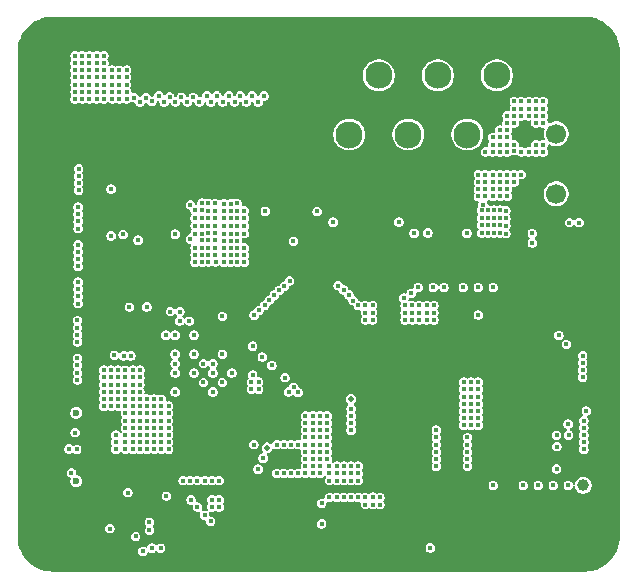
<source format=gbr>
%TF.GenerationSoftware,KiCad,Pcbnew,9.99.0-1168-g72ed3d3f11*%
%TF.CreationDate,2025-05-06T15:31:49-04:00*%
%TF.ProjectId,main_board,6d61696e-5f62-46f6-9172-642e6b696361,rev?*%
%TF.SameCoordinates,Original*%
%TF.FileFunction,Copper,L2,Inr*%
%TF.FilePolarity,Positive*%
%FSLAX46Y46*%
G04 Gerber Fmt 4.6, Leading zero omitted, Abs format (unit mm)*
G04 Created by KiCad (PCBNEW 9.99.0-1168-g72ed3d3f11) date 2025-05-06 15:31:49*
%MOMM*%
%LPD*%
G01*
G04 APERTURE LIST*
%TA.AperFunction,ComponentPad*%
%ADD10C,1.700000*%
%TD*%
%TA.AperFunction,ComponentPad*%
%ADD11C,2.300000*%
%TD*%
%TA.AperFunction,ComponentPad*%
%ADD12C,3.800000*%
%TD*%
%TA.AperFunction,ComponentPad*%
%ADD13O,1.600000X1.000000*%
%TD*%
%TA.AperFunction,ComponentPad*%
%ADD14O,1.900000X1.000000*%
%TD*%
%TA.AperFunction,ComponentPad*%
%ADD15C,0.600000*%
%TD*%
%TA.AperFunction,ViaPad*%
%ADD16C,0.400000*%
%TD*%
%TA.AperFunction,ViaPad*%
%ADD17C,1.000000*%
%TD*%
%TA.AperFunction,ViaPad*%
%ADD18C,0.500000*%
%TD*%
G04 APERTURE END LIST*
D10*
%TO.N,GND*%
%TO.C,CN1*%
X157073600Y-77927200D03*
X157073600Y-83007200D03*
%TO.N,+12V*%
X159613600Y-77927200D03*
X159613600Y-83007200D03*
%TD*%
D11*
%TO.N,/Motor/Gate Driver/H_BRIDGE_SHC*%
%TO.C,CN3*%
X142086000Y-77988800D03*
X144586000Y-72988800D03*
%TO.N,/Motor/Gate Driver/H_BRIDGE_SHB*%
X147086000Y-77988800D03*
X149586000Y-72988800D03*
%TO.N,/Motor/Gate Driver/H_BRIDGE_SHA*%
X152086000Y-77988800D03*
X154586000Y-72988800D03*
%TD*%
D12*
%TO.N,GND*%
%TO.C,REF\u002A\u002A*%
X162000000Y-71000000D03*
%TD*%
%TO.N,GND*%
%TO.C,REF\u002A\u002A*%
X162000000Y-112000000D03*
%TD*%
%TO.N,GND*%
%TO.C,REF\u002A\u002A*%
X116332000Y-77825600D03*
%TD*%
D13*
%TO.N,GND*%
%TO.C,USB1*%
X115282800Y-108764800D03*
X115282800Y-100124800D03*
D14*
X119462800Y-100124800D03*
X119462800Y-108764800D03*
D15*
%TO.N,*%
X118962800Y-107334800D03*
X118962800Y-101554800D03*
%TD*%
D12*
%TO.N,GND*%
%TO.C,REF\u002A\u002A*%
X117000000Y-112000000D03*
%TD*%
D16*
%TO.N,+3V3*%
X122631200Y-72542400D03*
X139598400Y-102412800D03*
X127343200Y-94983600D03*
X139598400Y-106680000D03*
X122021600Y-74980800D03*
X140208000Y-101803200D03*
X131343199Y-96583601D03*
X134416800Y-99568000D03*
X123240800Y-74980800D03*
X161848800Y-97332800D03*
X138379200Y-104241600D03*
X140208000Y-104851200D03*
X161848800Y-98552000D03*
X137160000Y-104241600D03*
X161950400Y-102819200D03*
X133807200Y-98958400D03*
X138379200Y-103022400D03*
X138988800Y-103632000D03*
X161950400Y-104648000D03*
X140208000Y-105460800D03*
X138988800Y-101803200D03*
X138988800Y-105460800D03*
X138379200Y-106680000D03*
X123240800Y-72542400D03*
X133807200Y-99568000D03*
X122021600Y-72542400D03*
X127736600Y-93776800D03*
X138379200Y-104851200D03*
X139598400Y-105460800D03*
X128943200Y-94983600D03*
X139598400Y-101803200D03*
X138988800Y-104241600D03*
X138988800Y-106680000D03*
X138988800Y-104851200D03*
X122021600Y-73761600D03*
X128549400Y-93776800D03*
X122631200Y-74371200D03*
X140208000Y-103022400D03*
X123240800Y-73761600D03*
X137160000Y-106680000D03*
X122631200Y-74980800D03*
X134416800Y-98958400D03*
X122021600Y-73152000D03*
X123240800Y-73152000D03*
X159634800Y-106299000D03*
X138379200Y-106070400D03*
X139598400Y-103632000D03*
X136550400Y-104241600D03*
X139598400Y-104851200D03*
X160654800Y-103441800D03*
X122196800Y-96672400D03*
X127343202Y-98183600D03*
X161950400Y-104038400D03*
X135940800Y-104241600D03*
X127343200Y-96583600D03*
X125374400Y-113004600D03*
X122977001Y-96723200D03*
X128943200Y-96583600D03*
D17*
X161899600Y-107696000D03*
D16*
X138379200Y-102412800D03*
X139598400Y-104241600D03*
X140208000Y-102412800D03*
X140208000Y-103632000D03*
X138379200Y-101803200D03*
X160624800Y-102502000D03*
X122631200Y-73761600D03*
X138988800Y-106070400D03*
X161950400Y-103428800D03*
X136550400Y-106680000D03*
X122631200Y-73152000D03*
X139598400Y-106070400D03*
X138988800Y-103022400D03*
X126113600Y-113004600D03*
X123472600Y-92591442D03*
X140208000Y-104241600D03*
X138379200Y-105460800D03*
X138379200Y-103632000D03*
X122021600Y-74371200D03*
X139598400Y-103022400D03*
X161848800Y-97942400D03*
X161848800Y-96723200D03*
X123586601Y-96723200D03*
X138988800Y-102412800D03*
X137769600Y-104241600D03*
X137769600Y-106680000D03*
X135940800Y-106680000D03*
X123240800Y-74371200D03*
X161950400Y-102209600D03*
%TO.N,GND*%
X116078000Y-94945200D03*
X116230400Y-102006400D03*
X116230400Y-106070400D03*
X116128800Y-88544400D03*
X124764800Y-73660000D03*
X115417600Y-103632000D03*
X153822400Y-95910400D03*
X151993600Y-96520000D03*
X117652800Y-74980800D03*
X134721600Y-102006400D03*
X146253200Y-82499200D03*
X142240000Y-113588800D03*
X117856000Y-108508800D03*
X142595600Y-81889600D03*
X143205200Y-82499200D03*
X132892800Y-103225600D03*
X116230400Y-101193600D03*
X116128800Y-85953600D03*
X132994400Y-94386400D03*
X128625600Y-102006400D03*
X114604800Y-103632000D03*
X117668400Y-71120000D03*
X128016000Y-73660000D03*
X121310400Y-80975200D03*
X127203200Y-74269600D03*
X115417600Y-106070400D03*
X122481627Y-111991270D03*
X116433600Y-72745600D03*
X140766800Y-82499200D03*
X138379200Y-96926400D03*
X140157200Y-82499200D03*
X138379200Y-96113600D03*
X143459200Y-113588800D03*
X134112000Y-102006400D03*
X115417600Y-102819200D03*
X143205200Y-85547200D03*
D17*
X154049600Y-101846000D03*
D16*
X144526000Y-84937600D03*
X118262400Y-79857600D03*
X143814800Y-84328000D03*
X117043200Y-73355200D03*
X116433600Y-74980800D03*
X130454400Y-72440800D03*
D17*
X156849600Y-99046000D03*
D16*
X145643600Y-81889600D03*
X117043200Y-107696000D03*
X162966400Y-104648000D03*
X117856000Y-102006400D03*
X123952000Y-73050400D03*
X117043200Y-101193600D03*
X137566400Y-96926400D03*
X116128800Y-91084400D03*
X131267200Y-74269600D03*
D17*
X163169600Y-107696000D03*
D16*
X128943200Y-95783600D03*
X143205200Y-81889600D03*
X139192000Y-96926400D03*
X143814800Y-82499200D03*
X121804989Y-111995011D03*
X136550400Y-103632000D03*
X131064000Y-102006400D03*
X116128800Y-91694000D03*
X145694400Y-111556800D03*
X120091200Y-78638400D03*
X153212800Y-95910400D03*
X144068800Y-113588800D03*
X145034000Y-82499200D03*
X151993600Y-95910400D03*
X116078000Y-95554800D03*
X125577600Y-73660000D03*
X116078000Y-98755200D03*
X144530000Y-85402800D03*
X131673600Y-102006400D03*
X143205200Y-86156800D03*
X115417600Y-105257600D03*
X130454400Y-73050400D03*
X124764800Y-73050400D03*
X128016000Y-72440800D03*
X117043200Y-105257600D03*
X162966400Y-104038400D03*
D18*
X135128000Y-103558400D03*
D16*
X146253200Y-83108800D03*
X117856000Y-103632000D03*
X142849600Y-111556800D03*
X116128800Y-85344000D03*
X145694400Y-110947200D03*
X127343200Y-95783600D03*
X132283200Y-102006400D03*
X118262400Y-79248000D03*
X143814800Y-84937600D03*
X123952000Y-74269600D03*
X129641600Y-73660000D03*
D18*
X124155200Y-94488000D03*
D16*
X126390400Y-72440800D03*
X118262400Y-74980800D03*
X130454400Y-73660000D03*
X118872000Y-79248000D03*
X154432000Y-94691200D03*
X116433600Y-75590400D03*
X141986000Y-82499200D03*
X142240000Y-86156800D03*
X146862800Y-83108800D03*
X162966400Y-103428800D03*
X145643600Y-83108800D03*
X120091200Y-79857600D03*
X118262400Y-75590400D03*
X123952000Y-72440800D03*
X132410200Y-105741978D03*
X114604800Y-106883200D03*
X141020800Y-110947200D03*
X131267200Y-73660000D03*
X131064000Y-103225600D03*
X133502400Y-102616000D03*
X144526000Y-83921600D03*
X119481071Y-79235543D03*
X147472400Y-83108800D03*
X117043200Y-108508800D03*
X116128800Y-92303600D03*
X117043200Y-74980800D03*
X141986000Y-83108800D03*
X151384000Y-95910400D03*
X143814800Y-83718400D03*
X153822400Y-95300800D03*
X144424400Y-82499200D03*
X145084800Y-111556800D03*
X145084800Y-110947200D03*
D17*
X155449600Y-99046000D03*
D16*
X128143200Y-96583600D03*
X117856000Y-101193600D03*
X117856000Y-100380800D03*
X115417600Y-102006400D03*
X128016000Y-101396800D03*
X118872000Y-78638400D03*
X123317500Y-111996798D03*
X141020800Y-113588800D03*
X142849600Y-110947200D03*
X131064000Y-101396800D03*
X117856000Y-109321600D03*
X117652800Y-73964800D03*
X125577600Y-73050400D03*
X143814800Y-86766400D03*
D18*
X123342400Y-94488000D03*
D16*
X149758400Y-109321600D03*
X142849600Y-113588800D03*
X123952000Y-73660000D03*
X146304000Y-110947200D03*
X116128800Y-84734400D03*
X117043200Y-72745600D03*
X117668400Y-71729600D03*
X117043200Y-75590400D03*
X118262400Y-76200000D03*
X131267200Y-72440800D03*
X134112000Y-101396800D03*
X118872000Y-77419200D03*
X114604800Y-102819200D03*
X116179600Y-82702400D03*
X145034000Y-84429600D03*
X160674000Y-104407000D03*
D17*
X155449600Y-101846000D03*
D16*
X145034000Y-84937600D03*
X131673600Y-103225600D03*
X154432000Y-96520000D03*
X124764800Y-74269600D03*
X153599400Y-104788000D03*
X116078000Y-93726000D03*
X127203200Y-72440800D03*
X116230400Y-106883200D03*
X127400000Y-111100000D03*
X134721600Y-102616000D03*
X133502400Y-103225600D03*
X116230400Y-102819200D03*
X128016000Y-73050400D03*
X117043200Y-109321600D03*
X132143200Y-97383600D03*
X114604800Y-102006400D03*
X117830273Y-105270493D03*
X144424400Y-81889600D03*
X143205200Y-86766400D03*
X144071476Y-113027042D03*
X140411200Y-113588800D03*
X150164800Y-95910400D03*
X126390400Y-74269600D03*
X115824000Y-74980800D03*
D18*
X160957600Y-100368400D03*
D16*
X138379200Y-97739200D03*
X143814800Y-86156800D03*
X117043200Y-73964800D03*
X142240000Y-111556800D03*
X115417600Y-106883200D03*
X152603200Y-96520000D03*
X133502400Y-102006400D03*
X141986000Y-81889600D03*
X115417600Y-104444800D03*
X146304000Y-111556800D03*
D17*
X156849600Y-101846000D03*
D16*
X137769600Y-103632000D03*
X124764800Y-72440800D03*
X138785600Y-97332800D03*
X132283200Y-102616000D03*
X116128800Y-84124800D03*
X125577600Y-74269600D03*
X117043200Y-102819200D03*
X118278000Y-71729600D03*
X126400000Y-110100000D03*
X116128800Y-87934800D03*
X140157200Y-83108800D03*
D18*
X160957600Y-99555600D03*
D16*
X142595600Y-83108800D03*
D18*
X159332000Y-99555600D03*
D16*
X154432000Y-95910400D03*
X150774400Y-95910400D03*
X134112000Y-102616000D03*
X132994400Y-94996000D03*
X159664800Y-102502000D03*
X144424400Y-83108800D03*
X126390400Y-73660000D03*
X114604800Y-104444800D03*
X117043200Y-104444800D03*
X116230400Y-107696000D03*
X130454400Y-102006400D03*
D17*
X154049600Y-99046000D03*
D16*
X140411200Y-110947200D03*
X143205200Y-84937600D03*
X157726200Y-112166400D03*
X116449200Y-71120000D03*
X144678400Y-113588800D03*
X114604800Y-101193600D03*
X117043200Y-103632000D03*
X128828800Y-73660000D03*
X136042400Y-99196211D03*
X125577600Y-72440800D03*
X117652800Y-75590400D03*
X132283200Y-103225600D03*
X143205200Y-83718400D03*
X137160000Y-103632000D03*
X118872000Y-78028800D03*
X144780000Y-85953600D03*
X143462633Y-113027042D03*
X117856000Y-107696000D03*
X154424572Y-95295195D03*
X129844800Y-101396800D03*
D18*
X159332000Y-100368400D03*
D16*
X119481600Y-78028800D03*
X117043200Y-100380800D03*
X120090671Y-79235543D03*
X141630400Y-113588800D03*
X142240000Y-110947200D03*
X129235200Y-101396800D03*
X137972800Y-96520000D03*
X115417600Y-107696000D03*
X159664800Y-105372200D03*
X128828800Y-72440800D03*
X141020800Y-111556800D03*
X117043200Y-102006400D03*
X144678400Y-113027042D03*
X116433600Y-73355200D03*
X116128800Y-89154000D03*
X114604800Y-105257600D03*
X128143200Y-95783600D03*
X116078000Y-94335600D03*
X131673600Y-102616000D03*
D18*
X123342400Y-93472000D03*
D16*
X141376400Y-81889600D03*
X146862800Y-82499200D03*
X118872000Y-79857600D03*
X128016000Y-74269600D03*
X149555200Y-95910400D03*
X130454400Y-101396800D03*
X133502400Y-101396800D03*
X129641600Y-72440800D03*
X116179600Y-81483200D03*
X116078000Y-97536000D03*
X142595600Y-82499200D03*
X128983200Y-113004600D03*
X137972800Y-95707200D03*
X131673600Y-101396800D03*
X117856000Y-106070400D03*
X143814800Y-81889600D03*
X117652800Y-73355200D03*
X153822400Y-96520000D03*
X116078000Y-96926400D03*
X143205200Y-84328000D03*
X135940800Y-103632000D03*
X137769600Y-73355200D03*
X127203200Y-73660000D03*
X117058800Y-71729600D03*
X145038000Y-85402800D03*
X116128800Y-90474800D03*
X143814800Y-85547200D03*
X162966400Y-102209600D03*
X151384000Y-96520000D03*
D17*
X156849600Y-100446000D03*
D16*
X119481600Y-77419200D03*
X117856000Y-106883200D03*
X127073600Y-113004600D03*
X145034000Y-83921600D03*
X153822400Y-94691200D03*
X115839600Y-71729600D03*
X128625600Y-101396800D03*
X129844800Y-102006400D03*
X115839600Y-71120000D03*
X150164800Y-96520000D03*
X146253200Y-81889600D03*
X116078000Y-98145600D03*
X117058800Y-71120000D03*
X127343200Y-98983600D03*
D17*
X155449600Y-100446000D03*
D16*
X138785600Y-96520000D03*
X146913600Y-110914062D03*
X114604800Y-106070400D03*
X119481600Y-79857600D03*
D17*
X154049600Y-100446000D03*
D16*
X132892800Y-102616000D03*
X116179600Y-82092800D03*
D18*
X160165001Y-99911200D03*
D16*
X128828800Y-73050400D03*
X129641600Y-74269600D03*
X147472400Y-81889600D03*
X126400000Y-111100000D03*
X145034000Y-83108800D03*
X132283200Y-101396800D03*
X117043200Y-106883200D03*
X130454400Y-74269600D03*
X117043200Y-106070400D03*
X141376400Y-82499200D03*
X116433600Y-73964800D03*
X150774400Y-96520000D03*
X145034000Y-81889600D03*
X132892800Y-101396800D03*
X129641600Y-73050400D03*
X153212800Y-96520000D03*
X116230400Y-104444800D03*
X127400000Y-110100000D03*
X129235200Y-102006400D03*
X117856000Y-102819200D03*
X137566400Y-95300800D03*
X153212800Y-94691200D03*
X115417600Y-101193600D03*
X141376400Y-83108800D03*
X119481600Y-78638400D03*
X126900000Y-110600000D03*
X116179600Y-80873600D03*
X116230400Y-105257600D03*
X132892800Y-102006400D03*
X137972800Y-97332800D03*
X128016000Y-102006400D03*
D18*
X147457201Y-109812498D03*
D16*
X147472400Y-82499200D03*
X128828800Y-74269600D03*
X134112000Y-103225600D03*
X117652800Y-72745600D03*
X118278000Y-71120000D03*
X131064000Y-102616000D03*
X143814800Y-83108800D03*
X128143200Y-94983600D03*
X117652800Y-79857600D03*
X152603200Y-95910400D03*
X145643600Y-82499200D03*
X114604800Y-107696000D03*
X126390400Y-73050400D03*
X143205200Y-83108800D03*
X144526000Y-84429600D03*
X153212800Y-95300800D03*
X115824000Y-75590400D03*
X140766800Y-83108800D03*
X116230400Y-103632000D03*
X116128800Y-87325200D03*
X140411200Y-111556800D03*
X116449200Y-71729600D03*
X127203200Y-73050400D03*
X131267200Y-73050400D03*
X162966400Y-102819200D03*
X134721600Y-101396800D03*
X146862800Y-81889600D03*
%TO.N,+12V*%
X153009600Y-98958400D03*
X153009600Y-102616000D03*
X152400000Y-102006400D03*
X153009600Y-100177600D03*
X151790400Y-98958400D03*
X151790400Y-100177600D03*
X152400000Y-100787200D03*
X151790400Y-100787200D03*
X151790400Y-101396800D03*
X152400000Y-102616000D03*
X151790400Y-102616000D03*
X153009600Y-100787200D03*
X153009600Y-99568000D03*
X152400000Y-101396800D03*
X152400000Y-98958400D03*
X153009600Y-102006400D03*
X153009600Y-101396800D03*
X151790400Y-99568000D03*
X151790400Y-102006400D03*
X152400000Y-100177600D03*
X152400000Y-99568000D03*
%TO.N,VBUS*%
X132075600Y-83831200D03*
X158496000Y-77012800D03*
X122529600Y-99161600D03*
X146812000Y-93675200D03*
X123139200Y-100990400D03*
X130454400Y-107289600D03*
X121310400Y-99771200D03*
X132080000Y-88798400D03*
X144068800Y-92456000D03*
X124358400Y-102209600D03*
X144678400Y-108712000D03*
X118872000Y-71323200D03*
X153009600Y-83210400D03*
X130759200Y-83820000D03*
X156057600Y-76403200D03*
X148640800Y-93675200D03*
X124358400Y-103428800D03*
X120700800Y-74980800D03*
X141630400Y-106070400D03*
X140411200Y-106680000D03*
X154228800Y-81991200D03*
X119126000Y-84124800D03*
X154838400Y-85663200D03*
X123748800Y-100990400D03*
X133197600Y-87579200D03*
X123139200Y-102819200D03*
X148031200Y-92456000D03*
X126796800Y-100990400D03*
X126187200Y-100380800D03*
X123748800Y-103428800D03*
X128625600Y-107289600D03*
X124968000Y-100380800D03*
X155448000Y-78841600D03*
X128643200Y-83949600D03*
X124358400Y-102819200D03*
X124968000Y-102209600D03*
X131470400Y-85100400D03*
X141020800Y-106680000D03*
X130149600Y-86369600D03*
X157276800Y-79451200D03*
X157276800Y-75793600D03*
X129027600Y-85713800D03*
X121310400Y-71323200D03*
X124968000Y-104648000D03*
X132075600Y-85730800D03*
X141020800Y-107289600D03*
X158496000Y-78841600D03*
X120700800Y-72542400D03*
X130454400Y-109524800D03*
X119176800Y-82092800D03*
X141020800Y-108712000D03*
X143459200Y-109321600D03*
X154330400Y-86323600D03*
X131470400Y-84450400D03*
X133197600Y-85090000D03*
X132075600Y-87574600D03*
X121310400Y-72542400D03*
X157886400Y-75184000D03*
X154330400Y-85039200D03*
X132075600Y-85090800D03*
X118872000Y-74980800D03*
X157276800Y-75184000D03*
X118872000Y-73761600D03*
X154228800Y-81381600D03*
X132588000Y-86969600D03*
X144068800Y-93065600D03*
X120700800Y-73152000D03*
X130763600Y-88787200D03*
X144678400Y-109321600D03*
X121310400Y-73152000D03*
X123748800Y-101600000D03*
X156057600Y-75793600D03*
X123139200Y-101600000D03*
X122529600Y-98552000D03*
X149250400Y-92456000D03*
X148031200Y-93675200D03*
X126796800Y-101600000D03*
X153009600Y-82600800D03*
X124358400Y-101600000D03*
X123139200Y-100380800D03*
X129637200Y-86958400D03*
X154838400Y-85039200D03*
X125577600Y-101600000D03*
X121310400Y-73761600D03*
X119126000Y-87325200D03*
X119481600Y-72542400D03*
X155448000Y-83210400D03*
X132075600Y-84440800D03*
X154838400Y-83210400D03*
X155346400Y-84444000D03*
X130149600Y-87563400D03*
X142849600Y-106680000D03*
X119126000Y-85344000D03*
X120091200Y-71932800D03*
X147421600Y-93065600D03*
X118872000Y-71932800D03*
X133197600Y-88188800D03*
X121310400Y-74371200D03*
X154838400Y-81991200D03*
X119176800Y-80873600D03*
X119481600Y-71323200D03*
X121920000Y-98552000D03*
X120700800Y-71323200D03*
X130759200Y-86369600D03*
X129844800Y-107289600D03*
X123139200Y-97942400D03*
X155448000Y-78232000D03*
X126187200Y-102209600D03*
X131470400Y-83840800D03*
X147421600Y-92456000D03*
X132588000Y-85725000D03*
X129637200Y-84418400D03*
X126187200Y-101600000D03*
X128016000Y-107289600D03*
X142849600Y-106070400D03*
X141630400Y-107289600D03*
X153314400Y-85663200D03*
X130149600Y-88173000D03*
X131064000Y-107289600D03*
X119075200Y-96926400D03*
X140411200Y-107289600D03*
X119075200Y-93726000D03*
X158496000Y-76403200D03*
X118872000Y-73152000D03*
X156057600Y-81991200D03*
X126187200Y-100990400D03*
X132588000Y-86385400D03*
X124358400Y-97942400D03*
X144068800Y-108696000D03*
X124968000Y-100990400D03*
X123139200Y-98552000D03*
X156667200Y-81381600D03*
X126796800Y-104038400D03*
X121310400Y-71932800D03*
X130149600Y-83820000D03*
X132588000Y-88188800D03*
X157276800Y-76403200D03*
X132075600Y-86965000D03*
X119075200Y-94335600D03*
X153822400Y-85663200D03*
X120091200Y-74371200D03*
X119126000Y-90474800D03*
X131470400Y-85740400D03*
X121310400Y-100380800D03*
X125577600Y-104038400D03*
X123139200Y-103428800D03*
X123748800Y-104648000D03*
X133197600Y-86385400D03*
X119126000Y-88544400D03*
X153314400Y-86323600D03*
X126187200Y-104648000D03*
X130759200Y-85079600D03*
X155346400Y-86378400D03*
X154838400Y-86323600D03*
X124968000Y-103428800D03*
X124358400Y-100380800D03*
X126796800Y-103428800D03*
X142240000Y-106680000D03*
X123748800Y-104038400D03*
X158496000Y-79451200D03*
X154228800Y-78841600D03*
X154228800Y-83210400D03*
X124968000Y-104038400D03*
X143459200Y-92456000D03*
X155448000Y-79451200D03*
X123748800Y-102209600D03*
X122529600Y-97942400D03*
X120091200Y-73152000D03*
X121920000Y-100990400D03*
X120091200Y-71323200D03*
X120700800Y-74371200D03*
X123139200Y-104038400D03*
X119481600Y-73761600D03*
X156057600Y-78841600D03*
X132588000Y-84429600D03*
X154838400Y-78232000D03*
X125577600Y-104648000D03*
X125577600Y-100380800D03*
X153619200Y-81381600D03*
X129027600Y-87568000D03*
X158496000Y-75793600D03*
X143459200Y-93675200D03*
X130149600Y-86953800D03*
X156667200Y-79451200D03*
X153822400Y-85039200D03*
X129637200Y-85078800D03*
X154838400Y-81381600D03*
X155448000Y-81381600D03*
X142849600Y-92456000D03*
X130759200Y-88173000D03*
X154228800Y-79451200D03*
X129637200Y-87568000D03*
X128643200Y-86849600D03*
X131470400Y-86974600D03*
X126796800Y-102819200D03*
X129235200Y-107289600D03*
X121920000Y-99161600D03*
X123748800Y-102819200D03*
X132592400Y-88803000D03*
X124968000Y-102819200D03*
X126187200Y-102819200D03*
X129637200Y-83808800D03*
X133202000Y-88803000D03*
X144068800Y-109321600D03*
X119126000Y-91694000D03*
X153314400Y-84389200D03*
X142849600Y-107289600D03*
X155448000Y-82600800D03*
X149250400Y-93675200D03*
X118872000Y-74371200D03*
X121310400Y-100990400D03*
X129632800Y-88791800D03*
X155448000Y-76403200D03*
X119126000Y-87934800D03*
X146812000Y-92456000D03*
X142240000Y-106070400D03*
X133197600Y-85725000D03*
X132588000Y-85090000D03*
X146812000Y-93065600D03*
X129637200Y-88177600D03*
X133197600Y-84429600D03*
X129027600Y-84418400D03*
X153619200Y-83210400D03*
X154228800Y-82600800D03*
X143459200Y-108712000D03*
X125577600Y-102819200D03*
X122529600Y-100990400D03*
X156667200Y-75793600D03*
X122529600Y-99771200D03*
X154838400Y-82600800D03*
X123139200Y-99771200D03*
X125577600Y-102209600D03*
X123748800Y-99771200D03*
X123748800Y-99161600D03*
X130149600Y-85719600D03*
X121920000Y-100380800D03*
X154330400Y-84389200D03*
X155346400Y-85718000D03*
X119075200Y-98755200D03*
X119126000Y-84734400D03*
X141630400Y-108712000D03*
X140411200Y-108712000D03*
X154330400Y-85663200D03*
X120700800Y-73761600D03*
X121920000Y-97942400D03*
X157886400Y-75793600D03*
X156057600Y-75184000D03*
X130149600Y-85079600D03*
X149250400Y-93065600D03*
X148640800Y-92456000D03*
X130145200Y-88787200D03*
X124358400Y-98552000D03*
X129027600Y-86374200D03*
X129027600Y-85078800D03*
X123139200Y-99161600D03*
X119075200Y-98145600D03*
X119176800Y-82702400D03*
X126187200Y-103428800D03*
X119126000Y-89154000D03*
X148640800Y-93065600D03*
X130149600Y-84429600D03*
X157886400Y-76403200D03*
X132075600Y-88184200D03*
X142849600Y-108712000D03*
X120091200Y-72542400D03*
X126796800Y-104648000D03*
X153009600Y-81991200D03*
X121310400Y-97942400D03*
X157886400Y-79451200D03*
X129637200Y-85713800D03*
X119075200Y-97536000D03*
X119126000Y-85953600D03*
X126796800Y-102209600D03*
X124358400Y-100990400D03*
X120091200Y-73761600D03*
X132075600Y-86380800D03*
X154838400Y-77622400D03*
X156057600Y-81381600D03*
X144068800Y-93675200D03*
X131474800Y-88808000D03*
X132588000Y-83820000D03*
X121920000Y-99771200D03*
X130759200Y-84429600D03*
X131470400Y-86390400D03*
X131064000Y-109524800D03*
X130759200Y-87563400D03*
X129637200Y-86374200D03*
X119075200Y-94945200D03*
X129027600Y-88177600D03*
X124968000Y-101600000D03*
X119075200Y-95554800D03*
X140411200Y-106070400D03*
X120700800Y-71932800D03*
X157886400Y-77012800D03*
X156667200Y-76403200D03*
X156057600Y-77012800D03*
X119176800Y-81483200D03*
X119126000Y-92303600D03*
X124358400Y-99771200D03*
X124358400Y-99161600D03*
X156667200Y-75184000D03*
X141020800Y-106070400D03*
X147421600Y-93675200D03*
X121310400Y-98552000D03*
X156057600Y-79349600D03*
X154838400Y-79451200D03*
X131470400Y-87584200D03*
X155448000Y-77012800D03*
X141630400Y-106680000D03*
X130759200Y-86953800D03*
X121310400Y-74980800D03*
X142240000Y-107289600D03*
X120091200Y-74980800D03*
X153822400Y-86323600D03*
X123748800Y-97942400D03*
X153619200Y-82600800D03*
X119481600Y-71932800D03*
X143459200Y-93065600D03*
X130454400Y-108915200D03*
X119481600Y-74980800D03*
X155346400Y-85094000D03*
X132588000Y-87579200D03*
X123748800Y-100380800D03*
X154838400Y-78841600D03*
X121310400Y-99161600D03*
X158496000Y-75184000D03*
X129023200Y-88791800D03*
X124358400Y-104648000D03*
X123139200Y-102209600D03*
X154838400Y-84389200D03*
X153822400Y-84389200D03*
X153009600Y-81381600D03*
X153619200Y-79451200D03*
X131470400Y-88193800D03*
X153619200Y-81991200D03*
X125577600Y-103428800D03*
X122529600Y-100380800D03*
X119126000Y-91084400D03*
X155448000Y-77622400D03*
X142240000Y-108712000D03*
X157886400Y-78841600D03*
X118872000Y-72542400D03*
X126187200Y-104038400D03*
X124358400Y-104038400D03*
X123748800Y-98552000D03*
X119481600Y-73152000D03*
X119481600Y-74371200D03*
X153394800Y-83933200D03*
X130759200Y-85719600D03*
X131064000Y-108915200D03*
X154228800Y-78232000D03*
X155448000Y-81991200D03*
X123139200Y-104648000D03*
X125577600Y-100990400D03*
X153314400Y-85039200D03*
X148031200Y-93065600D03*
D18*
%TO.N,Net-(U3-SS)*%
X135128000Y-104518400D03*
%TO.N,Net-(U8-DVDD)*%
X142240000Y-100380800D03*
D16*
%TO.N,/Power/VBUS_IN*%
X122326400Y-104648000D03*
X122326400Y-104038400D03*
X122326400Y-103428800D03*
%TO.N,Net-(D4-A)*%
X123342400Y-108300000D03*
%TO.N,Net-(U6-EN)*%
X160629600Y-107696000D03*
%TO.N,Net-(U3-SW)*%
X134366000Y-106324400D03*
%TO.N,Net-(U3-BST)*%
X134800398Y-105387200D03*
%TO.N,/Motor/Gate Driver/MOTOR_C_CURRENT_SENSE*%
X133908800Y-98348800D03*
X132143200Y-98183600D03*
%TO.N,/Motor/Gate Driver/MOTOR_B_CURRENT_SENSE*%
X131343200Y-98983600D03*
%TO.N,/Motor/Gate Driver/MOTOR_A_CURRENT_SENSE*%
X130543200Y-98183600D03*
%TO.N,/MCU/USB_D-*%
X118365747Y-104608549D03*
X124612400Y-113284000D03*
%TO.N,/MCU/USB_D+*%
X124002800Y-112018800D03*
X119008401Y-104648000D03*
%TO.N,Net-(U1-CC2)*%
X125171200Y-111514000D03*
X121806325Y-111353600D03*
X118567546Y-106631961D03*
%TO.N,Net-(U1-CC1)*%
X125157000Y-110822832D03*
X118872000Y-103225600D03*
%TO.N,/MCU/STM32_EN*%
X153009600Y-90932000D03*
X128943200Y-98183600D03*
X153009600Y-93268800D03*
%TO.N,Net-(U3-FB)*%
X134010400Y-104241600D03*
%TO.N,/Motor/Gate Driver/GATE_DRIVER_NFAULT*%
X131343200Y-93383600D03*
%TO.N,/Motor/Gate Driver/H_BRIDGE_SPA*%
X141145797Y-90782713D03*
X146292000Y-85394800D03*
%TO.N,/Motor/Gate Driver/H_BRIDGE_SPB*%
X140728000Y-85410800D03*
X137031097Y-90372534D03*
%TO.N,Net-(U8-SOA)*%
X135534400Y-97536000D03*
%TO.N,Net-(U8-SOB)*%
X134721600Y-96824800D03*
%TO.N,Net-(U8-SOC)*%
X133908800Y-95910400D03*
%TO.N,/Power/VBUS_SWITCH_GATE*%
X126600000Y-108600000D03*
%TO.N,/MCU/EN_12V*%
X148945600Y-112979200D03*
X159654000Y-104407000D03*
X159359600Y-107696000D03*
%TO.N,/MCU/PD_SCL*%
X129844800Y-110236000D03*
%TO.N,/MCU/PD_INT_N*%
X158089600Y-107696000D03*
X129235200Y-109524800D03*
%TO.N,/MCU/PD_FAULT*%
X156819600Y-107696000D03*
X128687499Y-108915200D03*
%TO.N,/MCU/PD_SDA*%
X139750800Y-109220000D03*
X139750800Y-110947200D03*
X130352800Y-110744000D03*
%TO.N,/CAN Transceiver1/CAN_RX*%
X162153600Y-101396800D03*
%TO.N,/CAN Transceiver1/CAN_TX*%
X154279600Y-107696000D03*
%TO.N,/Motor/Gate Driver/H_BRIDGE_SPC*%
X121920000Y-82600800D03*
X121920000Y-86563200D03*
X134033575Y-93276376D03*
%TO.N,/Motor/Gate Driver/GATE_DRIVER_INHA*%
X142240000Y-101193600D03*
X129743200Y-97383600D03*
%TO.N,/Motor/Gate Driver/GATE_DRIVER_SDI*%
X127343200Y-97383600D03*
X136956800Y-99771200D03*
%TO.N,/Expansion Port/ENCODER_SDA*%
X123869600Y-74860000D03*
X127741000Y-92980000D03*
%TO.N,/Motor/Gate Driver/GATE_DRIVER_NSCS*%
X137769600Y-99826051D03*
X130543200Y-97383600D03*
%TO.N,/Motor/Gate Driver/GATE_DRIVER_SDO*%
X136647724Y-98578263D03*
X124943200Y-92583600D03*
%TO.N,/Motor/Gate Driver/GATE_DRIVER_INHB*%
X129743200Y-98983600D03*
X142240000Y-101803200D03*
%TO.N,/Motor/Gate Driver/GATE_DRIVER_SCLK*%
X126543200Y-94983600D03*
X137368416Y-99370016D03*
%TO.N,/Expansion Port/ENCODER_SCL*%
X124371200Y-75223200D03*
X126943000Y-92982000D03*
%TO.N,/Motor/Gate Driver/GATE_DRIVER_INLA*%
X142240000Y-103022400D03*
X127343200Y-99783600D03*
%TO.N,/Motor/Gate Driver/GATE_DRIVER_INHC*%
X142240000Y-102412800D03*
X130543200Y-99783600D03*
%TO.N,/Motor/Gate Driver/H_BRIDGE_GHC*%
X127355600Y-86430800D03*
X135331200Y-91998800D03*
%TO.N,/Motor/Gate Driver/H_BRIDGE_GHA*%
X142412067Y-92045430D03*
X152044800Y-86353200D03*
%TO.N,/Motor/Gate Driver/H_BRIDGE_GLC*%
X122936400Y-86451200D03*
X134446693Y-92885154D03*
%TO.N,/Motor/Gate Driver/H_BRIDGE_GLA*%
X141614785Y-91156950D03*
X147574400Y-86353200D03*
%TO.N,/Motor/Gate Driver/H_BRIDGE_GHB*%
X134975600Y-84490800D03*
X135737600Y-91592400D03*
%TO.N,/Motor/Gate Driver/H_BRIDGE_GLB*%
X136602199Y-90838987D03*
X139373600Y-84503200D03*
%TO.N,/Expansion Port/EXPANSION_IO41*%
X133369600Y-75215200D03*
X157581600Y-86360000D03*
%TO.N,Net-(U6-IO0)*%
X147320000Y-91440000D03*
X159634800Y-103441800D03*
%TO.N,/Expansion Port/EXPANSION_IO1*%
X161544000Y-85445600D03*
X134869600Y-74715200D03*
%TO.N,/Expansion Port/EXPANSION_IO36*%
X149199600Y-90932000D03*
X131369600Y-75215200D03*
%TO.N,/Expansion Port/EXPANSION_IO2*%
X134369600Y-75223200D03*
X160731200Y-85445600D03*
%TO.N,/Expansion Port/EXPANSION_IO45*%
X146710400Y-91846400D03*
X130369600Y-75215200D03*
%TO.N,/Expansion Port/EXPANSION_IO46*%
X125374400Y-75187642D03*
X149453600Y-105460800D03*
%TO.N,/Expansion Port/EXPANSION_IO48*%
X152095200Y-103632000D03*
X130011200Y-74715200D03*
%TO.N,/Expansion Port/EXPANSION_IO3*%
X124869600Y-74879200D03*
X149453600Y-106070400D03*
%TO.N,/Expansion Port/EXPANSION_IO35*%
X130869600Y-74715200D03*
X147929600Y-90932000D03*
%TO.N,/Expansion Port/EXPANSION_IO14*%
X128385600Y-75223200D03*
X152095200Y-105460800D03*
%TO.N,/Expansion Port/EXPANSION_IO42*%
X133869600Y-74715200D03*
X157581600Y-87172800D03*
%TO.N,/Expansion Port/EXPANSION_IO21*%
X152095200Y-104851200D03*
X128869600Y-74840800D03*
%TO.N,/Expansion Port/EXPANSION_IO12*%
X127369600Y-75223200D03*
X149453600Y-103022400D03*
%TO.N,/Expansion Port/EXPANSION_IO38*%
X151739600Y-90932000D03*
X132369600Y-75215200D03*
%TO.N,/Expansion Port/EXPANSION_IO13*%
X127869600Y-74824800D03*
X152095200Y-106070400D03*
%TO.N,/Expansion Port/EXPANSION_IO9*%
X125947200Y-74715200D03*
X149453600Y-104851200D03*
%TO.N,/Expansion Port/EXPANSION_IO40*%
X132869600Y-74715200D03*
X154279600Y-90932000D03*
%TO.N,/Expansion Port/EXPANSION_IO37*%
X150107700Y-90932000D03*
X131869600Y-74715200D03*
%TO.N,/Expansion Port/EXPANSION_IO10*%
X126410700Y-75223200D03*
X149453600Y-104241600D03*
%TO.N,/Expansion Port/EXPANSION_IO11*%
X126869600Y-74808800D03*
X149453600Y-103632000D03*
%TO.N,/Expansion Port/EXPANSION_IO47*%
X152095200Y-104241600D03*
X129401600Y-75223200D03*
%TO.N,/Motor/Gate Driver/H_BRIDGE_SHC*%
X124206000Y-86931200D03*
X134924800Y-92456000D03*
%TO.N,/Motor/Gate Driver/H_BRIDGE_SHB*%
X137363200Y-87023200D03*
X136144000Y-91186000D03*
%TO.N,/Motor/Gate Driver/H_BRIDGE_SHA*%
X142058938Y-91560350D03*
X148742400Y-86309200D03*
%TO.N,/CAN_N*%
X159816800Y-94996000D03*
X160477200Y-95758000D03*
%TO.N,GND*%
X137668000Y-90932000D03*
X140645748Y-90463119D03*
X121208800Y-86563200D03*
X133577236Y-93731227D03*
%TD*%
%TA.AperFunction,Conductor*%
%TO.N,GND*%
G36*
X157022323Y-76724483D02*
G01*
X157023212Y-76722944D01*
X157028921Y-76726240D01*
X157028922Y-76726241D01*
X157042839Y-76734276D01*
X157120975Y-76779388D01*
X157120979Y-76779390D01*
X157223646Y-76806899D01*
X157223650Y-76806899D01*
X157223652Y-76806900D01*
X157223654Y-76806900D01*
X157329946Y-76806900D01*
X157329948Y-76806900D01*
X157370303Y-76796087D01*
X157432391Y-76799341D01*
X157480710Y-76838468D01*
X157496802Y-76898523D01*
X157493513Y-76919294D01*
X157482700Y-76959649D01*
X157482700Y-77065953D01*
X157510209Y-77168620D01*
X157510211Y-77168624D01*
X157563359Y-77260678D01*
X157638521Y-77335840D01*
X157638520Y-77335840D01*
X157730575Y-77388988D01*
X157730579Y-77388990D01*
X157833246Y-77416499D01*
X157833250Y-77416499D01*
X157833252Y-77416500D01*
X157833254Y-77416500D01*
X157939546Y-77416500D01*
X157939548Y-77416500D01*
X157939550Y-77416499D01*
X157939553Y-77416499D01*
X158042220Y-77388990D01*
X158042220Y-77388989D01*
X158042223Y-77388989D01*
X158134278Y-77335841D01*
X158134278Y-77335840D01*
X158139988Y-77332544D01*
X158141455Y-77335086D01*
X158188553Y-77318401D01*
X158241523Y-77334083D01*
X158242412Y-77332544D01*
X158248121Y-77335840D01*
X158248122Y-77335841D01*
X158283525Y-77356281D01*
X158340175Y-77388988D01*
X158340179Y-77388990D01*
X158442846Y-77416499D01*
X158442850Y-77416499D01*
X158442852Y-77416500D01*
X158442854Y-77416500D01*
X158534064Y-77416500D01*
X158593195Y-77435713D01*
X158629740Y-77486013D01*
X158629740Y-77548187D01*
X158627006Y-77555598D01*
X158600392Y-77619848D01*
X158559900Y-77823420D01*
X158559900Y-78030979D01*
X158600392Y-78234551D01*
X158627006Y-78298802D01*
X158631884Y-78360785D01*
X158599398Y-78413797D01*
X158541957Y-78437590D01*
X158534064Y-78437900D01*
X158442846Y-78437900D01*
X158340179Y-78465409D01*
X158340175Y-78465411D01*
X158242412Y-78521856D01*
X158240950Y-78519324D01*
X158193778Y-78536000D01*
X158140885Y-78520301D01*
X158139988Y-78521856D01*
X158042224Y-78465411D01*
X158042220Y-78465409D01*
X157939553Y-78437900D01*
X157939548Y-78437900D01*
X157833252Y-78437900D01*
X157833246Y-78437900D01*
X157730579Y-78465409D01*
X157730575Y-78465411D01*
X157638521Y-78518559D01*
X157563359Y-78593721D01*
X157510211Y-78685775D01*
X157510209Y-78685779D01*
X157482700Y-78788446D01*
X157482700Y-78894746D01*
X157482701Y-78894755D01*
X157493512Y-78935104D01*
X157490258Y-78997193D01*
X157451130Y-79045511D01*
X157391074Y-79061602D01*
X157370304Y-79058312D01*
X157329955Y-79047501D01*
X157329949Y-79047500D01*
X157329948Y-79047500D01*
X157223652Y-79047500D01*
X157223646Y-79047500D01*
X157120979Y-79075009D01*
X157120975Y-79075011D01*
X157023212Y-79131456D01*
X157021750Y-79128924D01*
X156974578Y-79145600D01*
X156921685Y-79129901D01*
X156920788Y-79131456D01*
X156823024Y-79075011D01*
X156823020Y-79075009D01*
X156720353Y-79047500D01*
X156720348Y-79047500D01*
X156614052Y-79047500D01*
X156614049Y-79047500D01*
X156573694Y-79058313D01*
X156511605Y-79055058D01*
X156463288Y-79015929D01*
X156447197Y-78955873D01*
X156450487Y-78935102D01*
X156461299Y-78894750D01*
X156461300Y-78894748D01*
X156461300Y-78788452D01*
X156461299Y-78788450D01*
X156461299Y-78788446D01*
X156433790Y-78685779D01*
X156433788Y-78685775D01*
X156380640Y-78593721D01*
X156305478Y-78518559D01*
X156305479Y-78518559D01*
X156213424Y-78465411D01*
X156213420Y-78465409D01*
X156110753Y-78437900D01*
X156110748Y-78437900D01*
X156004452Y-78437900D01*
X156004449Y-78437900D01*
X155964094Y-78448713D01*
X155902005Y-78445458D01*
X155853688Y-78406329D01*
X155837597Y-78346273D01*
X155840887Y-78325502D01*
X155846166Y-78305801D01*
X155851700Y-78285148D01*
X155851700Y-78178852D01*
X155851699Y-78178850D01*
X155851699Y-78178846D01*
X155824190Y-78076179D01*
X155824188Y-78076175D01*
X155767744Y-77978412D01*
X155770286Y-77976944D01*
X155753601Y-77929847D01*
X155769283Y-77876876D01*
X155767744Y-77875988D01*
X155771041Y-77870278D01*
X155824189Y-77778223D01*
X155851700Y-77675548D01*
X155851700Y-77569252D01*
X155851698Y-77569246D01*
X155840887Y-77528896D01*
X155844141Y-77466807D01*
X155883268Y-77418489D01*
X155943324Y-77402397D01*
X155964096Y-77405687D01*
X156004447Y-77416499D01*
X156004449Y-77416499D01*
X156004452Y-77416500D01*
X156004454Y-77416500D01*
X156110746Y-77416500D01*
X156110748Y-77416500D01*
X156110750Y-77416499D01*
X156110753Y-77416499D01*
X156213420Y-77388990D01*
X156213420Y-77388989D01*
X156213423Y-77388989D01*
X156305478Y-77335841D01*
X156380641Y-77260678D01*
X156433789Y-77168623D01*
X156449835Y-77108738D01*
X156461299Y-77065953D01*
X156461300Y-77065946D01*
X156461300Y-76959653D01*
X156461299Y-76959647D01*
X156450487Y-76919296D01*
X156453741Y-76857207D01*
X156492868Y-76808889D01*
X156552924Y-76792797D01*
X156573696Y-76796087D01*
X156614047Y-76806899D01*
X156614049Y-76806899D01*
X156614052Y-76806900D01*
X156614054Y-76806900D01*
X156720346Y-76806900D01*
X156720348Y-76806900D01*
X156720350Y-76806899D01*
X156720353Y-76806899D01*
X156823020Y-76779390D01*
X156823020Y-76779389D01*
X156823023Y-76779389D01*
X156915078Y-76726241D01*
X156915078Y-76726240D01*
X156920788Y-76722944D01*
X156922255Y-76725486D01*
X156969353Y-76708801D01*
X157022323Y-76724483D01*
G37*
%TD.AperFunction*%
%TA.AperFunction,Conductor*%
G36*
X162002633Y-68000638D02*
G01*
X162280905Y-68015222D01*
X162286854Y-68015712D01*
X162350395Y-68022872D01*
X162354843Y-68023474D01*
X162597902Y-68061971D01*
X162604539Y-68063252D01*
X162661228Y-68076191D01*
X162664765Y-68077068D01*
X162908991Y-68142508D01*
X162916163Y-68144721D01*
X162941879Y-68153718D01*
X162959976Y-68160051D01*
X162962745Y-68161067D01*
X163210282Y-68256087D01*
X163217823Y-68259343D01*
X163239601Y-68269830D01*
X163241533Y-68270788D01*
X163495063Y-68399969D01*
X163504162Y-68405222D01*
X163758641Y-68570483D01*
X163767156Y-68576669D01*
X164002961Y-68767620D01*
X164010786Y-68774666D01*
X164225333Y-68989213D01*
X164232379Y-68997038D01*
X164423330Y-69232843D01*
X164429519Y-69241362D01*
X164594771Y-69495827D01*
X164600036Y-69504947D01*
X164729196Y-69758438D01*
X164730197Y-69760457D01*
X164740645Y-69782154D01*
X164743921Y-69789739D01*
X164838917Y-70037215D01*
X164839954Y-70040042D01*
X164855277Y-70083835D01*
X164857494Y-70091021D01*
X164922914Y-70335168D01*
X164923820Y-70338822D01*
X164936745Y-70395454D01*
X164938028Y-70402101D01*
X164976522Y-70645146D01*
X164977128Y-70649619D01*
X164984283Y-70713118D01*
X164984778Y-70719116D01*
X164999362Y-70997366D01*
X164999500Y-71002632D01*
X164999500Y-111997367D01*
X164999362Y-112002633D01*
X164984778Y-112280882D01*
X164984283Y-112286880D01*
X164977128Y-112350379D01*
X164976522Y-112354852D01*
X164938028Y-112597897D01*
X164936745Y-112604544D01*
X164923820Y-112661176D01*
X164922914Y-112664830D01*
X164857494Y-112908977D01*
X164855277Y-112916163D01*
X164839954Y-112959956D01*
X164838917Y-112962783D01*
X164743921Y-113210259D01*
X164740640Y-113217858D01*
X164730190Y-113239557D01*
X164729188Y-113241579D01*
X164600038Y-113495049D01*
X164594773Y-113504168D01*
X164429519Y-113758637D01*
X164423330Y-113767156D01*
X164232379Y-114002961D01*
X164225333Y-114010786D01*
X164010786Y-114225333D01*
X164002961Y-114232379D01*
X163767156Y-114423330D01*
X163758637Y-114429519D01*
X163504168Y-114594773D01*
X163495049Y-114600038D01*
X163241579Y-114729188D01*
X163239557Y-114730190D01*
X163217858Y-114740640D01*
X163210259Y-114743921D01*
X162962783Y-114838917D01*
X162959956Y-114839954D01*
X162916163Y-114855277D01*
X162908977Y-114857494D01*
X162664830Y-114922914D01*
X162661176Y-114923820D01*
X162604544Y-114936745D01*
X162597897Y-114938028D01*
X162354852Y-114976522D01*
X162350379Y-114977128D01*
X162286880Y-114984283D01*
X162280882Y-114984778D01*
X162012753Y-114998831D01*
X162002632Y-114999362D01*
X161997368Y-114999500D01*
X117002632Y-114999500D01*
X116997367Y-114999362D01*
X116986326Y-114998783D01*
X116719116Y-114984778D01*
X116713118Y-114984283D01*
X116649619Y-114977128D01*
X116645146Y-114976522D01*
X116402101Y-114938028D01*
X116395454Y-114936745D01*
X116338822Y-114923820D01*
X116335168Y-114922914D01*
X116091021Y-114857494D01*
X116083835Y-114855277D01*
X116040042Y-114839954D01*
X116037215Y-114838917D01*
X115789739Y-114743921D01*
X115782154Y-114740645D01*
X115760457Y-114730197D01*
X115758438Y-114729196D01*
X115504947Y-114600036D01*
X115495831Y-114594773D01*
X115241361Y-114429518D01*
X115232843Y-114423330D01*
X114997038Y-114232379D01*
X114989213Y-114225333D01*
X114774666Y-114010786D01*
X114767620Y-114002961D01*
X114576669Y-113767156D01*
X114570480Y-113758637D01*
X114524413Y-113687700D01*
X114405222Y-113504162D01*
X114399963Y-113495052D01*
X114399961Y-113495049D01*
X114341743Y-113380789D01*
X114285258Y-113269931D01*
X114285257Y-113269930D01*
X114276365Y-113252478D01*
X114270788Y-113241533D01*
X114269830Y-113239601D01*
X114265614Y-113230846D01*
X124208700Y-113230846D01*
X124208700Y-113337153D01*
X124236209Y-113439820D01*
X124236211Y-113439824D01*
X124289359Y-113531878D01*
X124364521Y-113607040D01*
X124364520Y-113607040D01*
X124456575Y-113660188D01*
X124456579Y-113660190D01*
X124559246Y-113687699D01*
X124559250Y-113687699D01*
X124559252Y-113687700D01*
X124559254Y-113687700D01*
X124665546Y-113687700D01*
X124665548Y-113687700D01*
X124665550Y-113687699D01*
X124665553Y-113687699D01*
X124768220Y-113660190D01*
X124768220Y-113660189D01*
X124768223Y-113660189D01*
X124860278Y-113607041D01*
X124935441Y-113531878D01*
X124988589Y-113439823D01*
X124999168Y-113400340D01*
X125033029Y-113348198D01*
X125091073Y-113325916D01*
X125146640Y-113339256D01*
X125218575Y-113380788D01*
X125218579Y-113380790D01*
X125321246Y-113408299D01*
X125321250Y-113408299D01*
X125321252Y-113408300D01*
X125321254Y-113408300D01*
X125427546Y-113408300D01*
X125427548Y-113408300D01*
X125427550Y-113408299D01*
X125427553Y-113408299D01*
X125530220Y-113380790D01*
X125530220Y-113380789D01*
X125530223Y-113380789D01*
X125622278Y-113327641D01*
X125672866Y-113277052D01*
X125728262Y-113248827D01*
X125789671Y-113258552D01*
X125815132Y-113277051D01*
X125865721Y-113327640D01*
X125865720Y-113327640D01*
X125957775Y-113380788D01*
X125957779Y-113380790D01*
X126060446Y-113408299D01*
X126060450Y-113408299D01*
X126060452Y-113408300D01*
X126060454Y-113408300D01*
X126166746Y-113408300D01*
X126166748Y-113408300D01*
X126166750Y-113408299D01*
X126166753Y-113408299D01*
X126269420Y-113380790D01*
X126269420Y-113380789D01*
X126269423Y-113380789D01*
X126361478Y-113327641D01*
X126436641Y-113252478D01*
X126489789Y-113160423D01*
X126489790Y-113160420D01*
X126517299Y-113057753D01*
X126517300Y-113057746D01*
X126517300Y-112951453D01*
X126517300Y-112951452D01*
X126514340Y-112940403D01*
X126510493Y-112926046D01*
X148541900Y-112926046D01*
X148541900Y-113032353D01*
X148569409Y-113135020D01*
X148569411Y-113135024D01*
X148622559Y-113227078D01*
X148697721Y-113302240D01*
X148697720Y-113302240D01*
X148789775Y-113355388D01*
X148789779Y-113355390D01*
X148892446Y-113382899D01*
X148892450Y-113382899D01*
X148892452Y-113382900D01*
X148892454Y-113382900D01*
X148998746Y-113382900D01*
X148998748Y-113382900D01*
X148998750Y-113382899D01*
X148998753Y-113382899D01*
X149101420Y-113355390D01*
X149101420Y-113355389D01*
X149101423Y-113355389D01*
X149193478Y-113302241D01*
X149268641Y-113227078D01*
X149321789Y-113135023D01*
X149323623Y-113128179D01*
X149349299Y-113032353D01*
X149349300Y-113032346D01*
X149349300Y-112926053D01*
X149349299Y-112926046D01*
X149321790Y-112823379D01*
X149321788Y-112823375D01*
X149285413Y-112760372D01*
X149268641Y-112731322D01*
X149193478Y-112656159D01*
X149193479Y-112656159D01*
X149101424Y-112603011D01*
X149101420Y-112603009D01*
X148998753Y-112575500D01*
X148998748Y-112575500D01*
X148892452Y-112575500D01*
X148892446Y-112575500D01*
X148789779Y-112603009D01*
X148789775Y-112603011D01*
X148697721Y-112656159D01*
X148622559Y-112731321D01*
X148569411Y-112823375D01*
X148569409Y-112823379D01*
X148541900Y-112926046D01*
X126510493Y-112926046D01*
X126489791Y-112848781D01*
X126489788Y-112848775D01*
X126436640Y-112756721D01*
X126361478Y-112681559D01*
X126361479Y-112681559D01*
X126269424Y-112628411D01*
X126269420Y-112628409D01*
X126166753Y-112600900D01*
X126166748Y-112600900D01*
X126060452Y-112600900D01*
X126060446Y-112600900D01*
X125957779Y-112628409D01*
X125957775Y-112628411D01*
X125865721Y-112681559D01*
X125815135Y-112732146D01*
X125759737Y-112760372D01*
X125698329Y-112750646D01*
X125672865Y-112732146D01*
X125622278Y-112681559D01*
X125622279Y-112681559D01*
X125530224Y-112628411D01*
X125530220Y-112628409D01*
X125427553Y-112600900D01*
X125427548Y-112600900D01*
X125321252Y-112600900D01*
X125321246Y-112600900D01*
X125218579Y-112628409D01*
X125218575Y-112628411D01*
X125126521Y-112681559D01*
X125051359Y-112756721D01*
X124998211Y-112848775D01*
X124998210Y-112848778D01*
X124987631Y-112888259D01*
X124953768Y-112940403D01*
X124895723Y-112962683D01*
X124840159Y-112949343D01*
X124768224Y-112907811D01*
X124768220Y-112907809D01*
X124665553Y-112880300D01*
X124665548Y-112880300D01*
X124559252Y-112880300D01*
X124559246Y-112880300D01*
X124456579Y-112907809D01*
X124456575Y-112907811D01*
X124364521Y-112960959D01*
X124289359Y-113036121D01*
X124236211Y-113128175D01*
X124236209Y-113128179D01*
X124208700Y-113230846D01*
X114265614Y-113230846D01*
X114259343Y-113217823D01*
X114256087Y-113210282D01*
X114161067Y-112962745D01*
X114160044Y-112959956D01*
X114157068Y-112951452D01*
X114144721Y-112916163D01*
X114142508Y-112908991D01*
X114077068Y-112664765D01*
X114076191Y-112661228D01*
X114063252Y-112604539D01*
X114061970Y-112597897D01*
X114023476Y-112354852D01*
X114022870Y-112350379D01*
X114021908Y-112341840D01*
X114015712Y-112286854D01*
X114015222Y-112280905D01*
X114000638Y-112002633D01*
X114000500Y-111997368D01*
X114000500Y-111965646D01*
X123599100Y-111965646D01*
X123599100Y-112071953D01*
X123626609Y-112174620D01*
X123626611Y-112174624D01*
X123679759Y-112266678D01*
X123754921Y-112341840D01*
X123754920Y-112341840D01*
X123846975Y-112394988D01*
X123846979Y-112394990D01*
X123949646Y-112422499D01*
X123949650Y-112422499D01*
X123949652Y-112422500D01*
X123949654Y-112422500D01*
X124055946Y-112422500D01*
X124055948Y-112422500D01*
X124055950Y-112422499D01*
X124055953Y-112422499D01*
X124158620Y-112394990D01*
X124158620Y-112394989D01*
X124158623Y-112394989D01*
X124250678Y-112341841D01*
X124325841Y-112266678D01*
X124378989Y-112174623D01*
X124406500Y-112071948D01*
X124406500Y-111965652D01*
X124406499Y-111965650D01*
X124406499Y-111965646D01*
X124378990Y-111862979D01*
X124378988Y-111862975D01*
X124325840Y-111770921D01*
X124250678Y-111695759D01*
X124250679Y-111695759D01*
X124158624Y-111642611D01*
X124158620Y-111642609D01*
X124055953Y-111615100D01*
X124055948Y-111615100D01*
X123949652Y-111615100D01*
X123949646Y-111615100D01*
X123846979Y-111642609D01*
X123846975Y-111642611D01*
X123754921Y-111695759D01*
X123679759Y-111770921D01*
X123626611Y-111862975D01*
X123626609Y-111862979D01*
X123599100Y-111965646D01*
X114000500Y-111965646D01*
X114000500Y-111300446D01*
X121402625Y-111300446D01*
X121402625Y-111406753D01*
X121430134Y-111509420D01*
X121430136Y-111509424D01*
X121483284Y-111601478D01*
X121558446Y-111676640D01*
X121558445Y-111676640D01*
X121650500Y-111729788D01*
X121650504Y-111729790D01*
X121753171Y-111757299D01*
X121753175Y-111757299D01*
X121753177Y-111757300D01*
X121753179Y-111757300D01*
X121859471Y-111757300D01*
X121859473Y-111757300D01*
X121859475Y-111757299D01*
X121859478Y-111757299D01*
X121962145Y-111729790D01*
X121962145Y-111729789D01*
X121962148Y-111729789D01*
X122054203Y-111676641D01*
X122129366Y-111601478D01*
X122182514Y-111509423D01*
X122195528Y-111460853D01*
X122210024Y-111406753D01*
X122210025Y-111406746D01*
X122210025Y-111300453D01*
X122210024Y-111300446D01*
X122182515Y-111197779D01*
X122182513Y-111197775D01*
X122137719Y-111120190D01*
X122129366Y-111105722D01*
X122054203Y-111030559D01*
X122054204Y-111030559D01*
X121962149Y-110977411D01*
X121962145Y-110977409D01*
X121859478Y-110949900D01*
X121859473Y-110949900D01*
X121753177Y-110949900D01*
X121753171Y-110949900D01*
X121650504Y-110977409D01*
X121650500Y-110977411D01*
X121558446Y-111030559D01*
X121483284Y-111105721D01*
X121430136Y-111197775D01*
X121430134Y-111197779D01*
X121402625Y-111300446D01*
X114000500Y-111300446D01*
X114000500Y-110769678D01*
X124753300Y-110769678D01*
X124753300Y-110875985D01*
X124780809Y-110978652D01*
X124780811Y-110978656D01*
X124833959Y-111070710D01*
X124867630Y-111104381D01*
X124895856Y-111159779D01*
X124886130Y-111221187D01*
X124867630Y-111246651D01*
X124848159Y-111266121D01*
X124795011Y-111358175D01*
X124795009Y-111358179D01*
X124767500Y-111460846D01*
X124767500Y-111567153D01*
X124795009Y-111669820D01*
X124795011Y-111669824D01*
X124848159Y-111761878D01*
X124923321Y-111837040D01*
X124923320Y-111837040D01*
X125015375Y-111890188D01*
X125015379Y-111890190D01*
X125118046Y-111917699D01*
X125118050Y-111917699D01*
X125118052Y-111917700D01*
X125118054Y-111917700D01*
X125224346Y-111917700D01*
X125224348Y-111917700D01*
X125224350Y-111917699D01*
X125224353Y-111917699D01*
X125327020Y-111890190D01*
X125327020Y-111890189D01*
X125327023Y-111890189D01*
X125419078Y-111837041D01*
X125494241Y-111761878D01*
X125547389Y-111669823D01*
X125574900Y-111567148D01*
X125574900Y-111460852D01*
X125574899Y-111460850D01*
X125574899Y-111460846D01*
X125547390Y-111358179D01*
X125547388Y-111358175D01*
X125527304Y-111323389D01*
X125494241Y-111266122D01*
X125460570Y-111232451D01*
X125432344Y-111177053D01*
X125442070Y-111115645D01*
X125460570Y-111090181D01*
X125480041Y-111070710D01*
X125533189Y-110978655D01*
X125533190Y-110978652D01*
X125560699Y-110875985D01*
X125560700Y-110875978D01*
X125560700Y-110769685D01*
X125560699Y-110769678D01*
X125533190Y-110667011D01*
X125533188Y-110667007D01*
X125517422Y-110639699D01*
X125480041Y-110574954D01*
X125404878Y-110499791D01*
X125404879Y-110499791D01*
X125312824Y-110446643D01*
X125312820Y-110446641D01*
X125210153Y-110419132D01*
X125210148Y-110419132D01*
X125103852Y-110419132D01*
X125103846Y-110419132D01*
X125001179Y-110446641D01*
X125001175Y-110446643D01*
X124909121Y-110499791D01*
X124833959Y-110574953D01*
X124780811Y-110667007D01*
X124780809Y-110667011D01*
X124753300Y-110769678D01*
X114000500Y-110769678D01*
X114000500Y-108246846D01*
X122938700Y-108246846D01*
X122938700Y-108353153D01*
X122966209Y-108455820D01*
X122966211Y-108455824D01*
X123019359Y-108547878D01*
X123094521Y-108623040D01*
X123094520Y-108623040D01*
X123186575Y-108676188D01*
X123186579Y-108676190D01*
X123289246Y-108703699D01*
X123289250Y-108703699D01*
X123289252Y-108703700D01*
X123289254Y-108703700D01*
X123395546Y-108703700D01*
X123395548Y-108703700D01*
X123395550Y-108703699D01*
X123395553Y-108703699D01*
X123498220Y-108676190D01*
X123498220Y-108676189D01*
X123498223Y-108676189D01*
X123590278Y-108623041D01*
X123665441Y-108547878D01*
X123666037Y-108546846D01*
X126196300Y-108546846D01*
X126196300Y-108653153D01*
X126223809Y-108755820D01*
X126223811Y-108755824D01*
X126276959Y-108847878D01*
X126352121Y-108923040D01*
X126352120Y-108923040D01*
X126444175Y-108976188D01*
X126444179Y-108976190D01*
X126546846Y-109003699D01*
X126546850Y-109003699D01*
X126546852Y-109003700D01*
X126546854Y-109003700D01*
X126653146Y-109003700D01*
X126653148Y-109003700D01*
X126653150Y-109003699D01*
X126653153Y-109003699D01*
X126755820Y-108976190D01*
X126755820Y-108976189D01*
X126755823Y-108976189D01*
X126847878Y-108923041D01*
X126908873Y-108862046D01*
X128283799Y-108862046D01*
X128283799Y-108968353D01*
X128311308Y-109071020D01*
X128311310Y-109071024D01*
X128364458Y-109163078D01*
X128439620Y-109238240D01*
X128439619Y-109238240D01*
X128531674Y-109291388D01*
X128531678Y-109291390D01*
X128634345Y-109318899D01*
X128634349Y-109318899D01*
X128634351Y-109318900D01*
X128634353Y-109318900D01*
X128741325Y-109318900D01*
X128800456Y-109338113D01*
X128837001Y-109388413D01*
X128838497Y-109445537D01*
X128831500Y-109471647D01*
X128831500Y-109577953D01*
X128859009Y-109680620D01*
X128859011Y-109680624D01*
X128912159Y-109772678D01*
X128987321Y-109847840D01*
X128987320Y-109847840D01*
X129079375Y-109900988D01*
X129079379Y-109900990D01*
X129182046Y-109928499D01*
X129182050Y-109928499D01*
X129182052Y-109928500D01*
X129182054Y-109928500D01*
X129288346Y-109928500D01*
X129288348Y-109928500D01*
X129370604Y-109906460D01*
X129432693Y-109909714D01*
X129481011Y-109948841D01*
X129497103Y-110008897D01*
X129483763Y-110053932D01*
X129468611Y-110080175D01*
X129468609Y-110080179D01*
X129441100Y-110182846D01*
X129441100Y-110289153D01*
X129468609Y-110391820D01*
X129468611Y-110391824D01*
X129521759Y-110483878D01*
X129596921Y-110559040D01*
X129596920Y-110559040D01*
X129688975Y-110612188D01*
X129688979Y-110612190D01*
X129791646Y-110639699D01*
X129791650Y-110639699D01*
X129791652Y-110639700D01*
X129791654Y-110639700D01*
X129848500Y-110639700D01*
X129907631Y-110658913D01*
X129944176Y-110709213D01*
X129949100Y-110740300D01*
X129949100Y-110797153D01*
X129976609Y-110899820D01*
X129976611Y-110899824D01*
X130029759Y-110991878D01*
X130104921Y-111067040D01*
X130104920Y-111067040D01*
X130196975Y-111120188D01*
X130196979Y-111120190D01*
X130299646Y-111147699D01*
X130299650Y-111147699D01*
X130299652Y-111147700D01*
X130299654Y-111147700D01*
X130405946Y-111147700D01*
X130405948Y-111147700D01*
X130405950Y-111147699D01*
X130405953Y-111147699D01*
X130508620Y-111120190D01*
X130508620Y-111120189D01*
X130508623Y-111120189D01*
X130600678Y-111067041D01*
X130675841Y-110991878D01*
X130728989Y-110899823D01*
X130728989Y-110899820D01*
X130728991Y-110899818D01*
X130730538Y-110894046D01*
X139347100Y-110894046D01*
X139347100Y-111000353D01*
X139374609Y-111103020D01*
X139374611Y-111103024D01*
X139427759Y-111195078D01*
X139502921Y-111270240D01*
X139502920Y-111270240D01*
X139594975Y-111323388D01*
X139594979Y-111323390D01*
X139697646Y-111350899D01*
X139697650Y-111350899D01*
X139697652Y-111350900D01*
X139697654Y-111350900D01*
X139803946Y-111350900D01*
X139803948Y-111350900D01*
X139803950Y-111350899D01*
X139803953Y-111350899D01*
X139906620Y-111323390D01*
X139906620Y-111323389D01*
X139906623Y-111323389D01*
X139998678Y-111270241D01*
X140073841Y-111195078D01*
X140126989Y-111103023D01*
X140136630Y-111067041D01*
X140154499Y-111000353D01*
X140154500Y-111000346D01*
X140154500Y-110894053D01*
X140154499Y-110894046D01*
X140126990Y-110791379D01*
X140126988Y-110791375D01*
X140097500Y-110740300D01*
X140073841Y-110699322D01*
X139998678Y-110624159D01*
X139998679Y-110624159D01*
X139906624Y-110571011D01*
X139906620Y-110571009D01*
X139803953Y-110543500D01*
X139803948Y-110543500D01*
X139697652Y-110543500D01*
X139697646Y-110543500D01*
X139594979Y-110571009D01*
X139594975Y-110571011D01*
X139502921Y-110624159D01*
X139427759Y-110699321D01*
X139374611Y-110791375D01*
X139374609Y-110791379D01*
X139347100Y-110894046D01*
X130730538Y-110894046D01*
X130739279Y-110861422D01*
X130739279Y-110861421D01*
X130756499Y-110797153D01*
X130756500Y-110797146D01*
X130756500Y-110690853D01*
X130756499Y-110690846D01*
X130728990Y-110588179D01*
X130728988Y-110588175D01*
X130675840Y-110496121D01*
X130600678Y-110420959D01*
X130600679Y-110420959D01*
X130508624Y-110367811D01*
X130508620Y-110367809D01*
X130405953Y-110340300D01*
X130405948Y-110340300D01*
X130349100Y-110340300D01*
X130289969Y-110321087D01*
X130253424Y-110270787D01*
X130248500Y-110239700D01*
X130248500Y-110182853D01*
X130248499Y-110182846D01*
X130220990Y-110080179D01*
X130220989Y-110080177D01*
X130220988Y-110080175D01*
X130205836Y-110053932D01*
X130192909Y-109993118D01*
X130218196Y-109936319D01*
X130272040Y-109905231D01*
X130318995Y-109906460D01*
X130401246Y-109928499D01*
X130401250Y-109928499D01*
X130401252Y-109928500D01*
X130401254Y-109928500D01*
X130507546Y-109928500D01*
X130507548Y-109928500D01*
X130507550Y-109928499D01*
X130507553Y-109928499D01*
X130610220Y-109900990D01*
X130610220Y-109900989D01*
X130610223Y-109900989D01*
X130702278Y-109847841D01*
X130702278Y-109847840D01*
X130707988Y-109844544D01*
X130709455Y-109847086D01*
X130756553Y-109830401D01*
X130809523Y-109846083D01*
X130810412Y-109844544D01*
X130816121Y-109847840D01*
X130816122Y-109847841D01*
X130821741Y-109851085D01*
X130908175Y-109900988D01*
X130908179Y-109900990D01*
X131010846Y-109928499D01*
X131010850Y-109928499D01*
X131010852Y-109928500D01*
X131010854Y-109928500D01*
X131117146Y-109928500D01*
X131117148Y-109928500D01*
X131117150Y-109928499D01*
X131117153Y-109928499D01*
X131219820Y-109900990D01*
X131219820Y-109900989D01*
X131219823Y-109900989D01*
X131311878Y-109847841D01*
X131387041Y-109772678D01*
X131440189Y-109680623D01*
X131449830Y-109644641D01*
X131467699Y-109577953D01*
X131467700Y-109577946D01*
X131467700Y-109471653D01*
X131467699Y-109471646D01*
X131440190Y-109368979D01*
X131440188Y-109368975D01*
X131395394Y-109291390D01*
X131387041Y-109276922D01*
X131387040Y-109276921D01*
X131383744Y-109271212D01*
X131386286Y-109269744D01*
X131381201Y-109255390D01*
X131370094Y-109230297D01*
X131371079Y-109226819D01*
X131369601Y-109222647D01*
X131383154Y-109169510D01*
X131384700Y-109166846D01*
X139347100Y-109166846D01*
X139347100Y-109273153D01*
X139374609Y-109375820D01*
X139374611Y-109375824D01*
X139427759Y-109467878D01*
X139502921Y-109543040D01*
X139502920Y-109543040D01*
X139594975Y-109596188D01*
X139594979Y-109596190D01*
X139697646Y-109623699D01*
X139697650Y-109623699D01*
X139697652Y-109623700D01*
X139697654Y-109623700D01*
X139803946Y-109623700D01*
X139803948Y-109623700D01*
X139803950Y-109623699D01*
X139803953Y-109623699D01*
X139906620Y-109596190D01*
X139906620Y-109596189D01*
X139906623Y-109596189D01*
X139998678Y-109543041D01*
X140073841Y-109467878D01*
X140126989Y-109375823D01*
X140128823Y-109368979D01*
X140154499Y-109273153D01*
X140154500Y-109273146D01*
X140154500Y-109192263D01*
X140173713Y-109133132D01*
X140224013Y-109096587D01*
X140281136Y-109095091D01*
X140286720Y-109096587D01*
X140358047Y-109115699D01*
X140358049Y-109115699D01*
X140358052Y-109115700D01*
X140358054Y-109115700D01*
X140464346Y-109115700D01*
X140464348Y-109115700D01*
X140464350Y-109115699D01*
X140464353Y-109115699D01*
X140567020Y-109088190D01*
X140567020Y-109088189D01*
X140567023Y-109088189D01*
X140659078Y-109035041D01*
X140659078Y-109035040D01*
X140664788Y-109031744D01*
X140666255Y-109034286D01*
X140713353Y-109017601D01*
X140766323Y-109033283D01*
X140767212Y-109031744D01*
X140772921Y-109035040D01*
X140772922Y-109035041D01*
X140827487Y-109066544D01*
X140864975Y-109088188D01*
X140864979Y-109088190D01*
X140967646Y-109115699D01*
X140967650Y-109115699D01*
X140967652Y-109115700D01*
X140967654Y-109115700D01*
X141073946Y-109115700D01*
X141073948Y-109115700D01*
X141073950Y-109115699D01*
X141073953Y-109115699D01*
X141176620Y-109088190D01*
X141176620Y-109088189D01*
X141176623Y-109088189D01*
X141268678Y-109035041D01*
X141268678Y-109035040D01*
X141274388Y-109031744D01*
X141275855Y-109034286D01*
X141322953Y-109017601D01*
X141375923Y-109033283D01*
X141376812Y-109031744D01*
X141382521Y-109035040D01*
X141382522Y-109035041D01*
X141437087Y-109066544D01*
X141474575Y-109088188D01*
X141474579Y-109088190D01*
X141577246Y-109115699D01*
X141577250Y-109115699D01*
X141577252Y-109115700D01*
X141577254Y-109115700D01*
X141683546Y-109115700D01*
X141683548Y-109115700D01*
X141683550Y-109115699D01*
X141683553Y-109115699D01*
X141786220Y-109088190D01*
X141786220Y-109088189D01*
X141786223Y-109088189D01*
X141878278Y-109035041D01*
X141878278Y-109035040D01*
X141883988Y-109031744D01*
X141885455Y-109034286D01*
X141932553Y-109017601D01*
X141985523Y-109033283D01*
X141986412Y-109031744D01*
X141992121Y-109035040D01*
X141992122Y-109035041D01*
X142046687Y-109066544D01*
X142084175Y-109088188D01*
X142084179Y-109088190D01*
X142186846Y-109115699D01*
X142186850Y-109115699D01*
X142186852Y-109115700D01*
X142186854Y-109115700D01*
X142293146Y-109115700D01*
X142293148Y-109115700D01*
X142293150Y-109115699D01*
X142293153Y-109115699D01*
X142395820Y-109088190D01*
X142395820Y-109088189D01*
X142395823Y-109088189D01*
X142487878Y-109035041D01*
X142487878Y-109035040D01*
X142493588Y-109031744D01*
X142495055Y-109034286D01*
X142542153Y-109017601D01*
X142595123Y-109033283D01*
X142596012Y-109031744D01*
X142601721Y-109035040D01*
X142601722Y-109035041D01*
X142656287Y-109066544D01*
X142693775Y-109088188D01*
X142693779Y-109088190D01*
X142796446Y-109115699D01*
X142796450Y-109115699D01*
X142796452Y-109115700D01*
X142796454Y-109115700D01*
X142902746Y-109115700D01*
X142902748Y-109115700D01*
X142943103Y-109104887D01*
X143005191Y-109108141D01*
X143053510Y-109147268D01*
X143069602Y-109207323D01*
X143066313Y-109228094D01*
X143055500Y-109268449D01*
X143055500Y-109374753D01*
X143083009Y-109477420D01*
X143083011Y-109477424D01*
X143136159Y-109569478D01*
X143211321Y-109644640D01*
X143211320Y-109644640D01*
X143303375Y-109697788D01*
X143303379Y-109697790D01*
X143406046Y-109725299D01*
X143406050Y-109725299D01*
X143406052Y-109725300D01*
X143406054Y-109725300D01*
X143512346Y-109725300D01*
X143512348Y-109725300D01*
X143512350Y-109725299D01*
X143512353Y-109725299D01*
X143615020Y-109697790D01*
X143615020Y-109697789D01*
X143615023Y-109697789D01*
X143707078Y-109644641D01*
X143707078Y-109644640D01*
X143712788Y-109641344D01*
X143714255Y-109643886D01*
X143761353Y-109627201D01*
X143814323Y-109642883D01*
X143815212Y-109641344D01*
X143820921Y-109644640D01*
X143820922Y-109644641D01*
X143881685Y-109679723D01*
X143912975Y-109697788D01*
X143912979Y-109697790D01*
X144015646Y-109725299D01*
X144015650Y-109725299D01*
X144015652Y-109725300D01*
X144015654Y-109725300D01*
X144121946Y-109725300D01*
X144121948Y-109725300D01*
X144121950Y-109725299D01*
X144121953Y-109725299D01*
X144224620Y-109697790D01*
X144224620Y-109697789D01*
X144224623Y-109697789D01*
X144316678Y-109644641D01*
X144316678Y-109644640D01*
X144322388Y-109641344D01*
X144323855Y-109643886D01*
X144370953Y-109627201D01*
X144423923Y-109642883D01*
X144424812Y-109641344D01*
X144430521Y-109644640D01*
X144430522Y-109644641D01*
X144491285Y-109679723D01*
X144522575Y-109697788D01*
X144522579Y-109697790D01*
X144625246Y-109725299D01*
X144625250Y-109725299D01*
X144625252Y-109725300D01*
X144625254Y-109725300D01*
X144731546Y-109725300D01*
X144731548Y-109725300D01*
X144731550Y-109725299D01*
X144731553Y-109725299D01*
X144834220Y-109697790D01*
X144834220Y-109697789D01*
X144834223Y-109697789D01*
X144926278Y-109644641D01*
X145001441Y-109569478D01*
X145054589Y-109477423D01*
X145056135Y-109471653D01*
X145082099Y-109374753D01*
X145082100Y-109374746D01*
X145082100Y-109268453D01*
X145082099Y-109268446D01*
X145054590Y-109165779D01*
X145054588Y-109165775D01*
X145025676Y-109115699D01*
X145001441Y-109073722D01*
X145001440Y-109073721D01*
X144998144Y-109068012D01*
X145000686Y-109066544D01*
X144984001Y-109019447D01*
X144999683Y-108966476D01*
X144998144Y-108965588D01*
X145001441Y-108959878D01*
X145054589Y-108867823D01*
X145056135Y-108862053D01*
X145082099Y-108765153D01*
X145082100Y-108765146D01*
X145082100Y-108658853D01*
X145082099Y-108658846D01*
X145054590Y-108556179D01*
X145054588Y-108556175D01*
X145001440Y-108464121D01*
X144926278Y-108388959D01*
X144926279Y-108388959D01*
X144834224Y-108335811D01*
X144834220Y-108335809D01*
X144731553Y-108308300D01*
X144731548Y-108308300D01*
X144625252Y-108308300D01*
X144625246Y-108308300D01*
X144522579Y-108335809D01*
X144522571Y-108335813D01*
X144435341Y-108386175D01*
X144374526Y-108399102D01*
X144322654Y-108376007D01*
X144321912Y-108376975D01*
X144317879Y-108373880D01*
X144317727Y-108373813D01*
X144317457Y-108373556D01*
X144316679Y-108372959D01*
X144224624Y-108319811D01*
X144224620Y-108319809D01*
X144121953Y-108292300D01*
X144121948Y-108292300D01*
X144015652Y-108292300D01*
X144015646Y-108292300D01*
X143912979Y-108319809D01*
X143912975Y-108319811D01*
X143820920Y-108372959D01*
X143815688Y-108376975D01*
X143814197Y-108375032D01*
X143768268Y-108398419D01*
X143706862Y-108388676D01*
X143702257Y-108386175D01*
X143615024Y-108335811D01*
X143615020Y-108335809D01*
X143512353Y-108308300D01*
X143512348Y-108308300D01*
X143406052Y-108308300D01*
X143406046Y-108308300D01*
X143303379Y-108335809D01*
X143303375Y-108335811D01*
X143232079Y-108376975D01*
X143211813Y-108388676D01*
X143205612Y-108392256D01*
X143204150Y-108389724D01*
X143156978Y-108406400D01*
X143104085Y-108390701D01*
X143103188Y-108392256D01*
X143096987Y-108388676D01*
X143067723Y-108371780D01*
X143005424Y-108335811D01*
X143005420Y-108335809D01*
X142902753Y-108308300D01*
X142902748Y-108308300D01*
X142796452Y-108308300D01*
X142796446Y-108308300D01*
X142693779Y-108335809D01*
X142693775Y-108335811D01*
X142622479Y-108376975D01*
X142602213Y-108388676D01*
X142596012Y-108392256D01*
X142594550Y-108389724D01*
X142547378Y-108406400D01*
X142494485Y-108390701D01*
X142493588Y-108392256D01*
X142487387Y-108388676D01*
X142458123Y-108371780D01*
X142395824Y-108335811D01*
X142395820Y-108335809D01*
X142293153Y-108308300D01*
X142293148Y-108308300D01*
X142186852Y-108308300D01*
X142186846Y-108308300D01*
X142084179Y-108335809D01*
X142084175Y-108335811D01*
X142012879Y-108376975D01*
X141992613Y-108388676D01*
X141986412Y-108392256D01*
X141984950Y-108389724D01*
X141937778Y-108406400D01*
X141884885Y-108390701D01*
X141883988Y-108392256D01*
X141877787Y-108388676D01*
X141848523Y-108371780D01*
X141786224Y-108335811D01*
X141786220Y-108335809D01*
X141683553Y-108308300D01*
X141683548Y-108308300D01*
X141577252Y-108308300D01*
X141577246Y-108308300D01*
X141474579Y-108335809D01*
X141474575Y-108335811D01*
X141403279Y-108376975D01*
X141383013Y-108388676D01*
X141376812Y-108392256D01*
X141375350Y-108389724D01*
X141328178Y-108406400D01*
X141275285Y-108390701D01*
X141274388Y-108392256D01*
X141268187Y-108388676D01*
X141238923Y-108371780D01*
X141176624Y-108335811D01*
X141176620Y-108335809D01*
X141073953Y-108308300D01*
X141073948Y-108308300D01*
X140967652Y-108308300D01*
X140967646Y-108308300D01*
X140864979Y-108335809D01*
X140864975Y-108335811D01*
X140793679Y-108376975D01*
X140773413Y-108388676D01*
X140767212Y-108392256D01*
X140765750Y-108389724D01*
X140718578Y-108406400D01*
X140665685Y-108390701D01*
X140664788Y-108392256D01*
X140658587Y-108388676D01*
X140629323Y-108371780D01*
X140567024Y-108335811D01*
X140567020Y-108335809D01*
X140464353Y-108308300D01*
X140464348Y-108308300D01*
X140358052Y-108308300D01*
X140358046Y-108308300D01*
X140255379Y-108335809D01*
X140255375Y-108335811D01*
X140163321Y-108388959D01*
X140088159Y-108464121D01*
X140035011Y-108556175D01*
X140035009Y-108556179D01*
X140007500Y-108658846D01*
X140007500Y-108739736D01*
X139988287Y-108798867D01*
X139937987Y-108835412D01*
X139880864Y-108836908D01*
X139803955Y-108816301D01*
X139803949Y-108816300D01*
X139803948Y-108816300D01*
X139697652Y-108816300D01*
X139697646Y-108816300D01*
X139594979Y-108843809D01*
X139594975Y-108843811D01*
X139502921Y-108896959D01*
X139427759Y-108972121D01*
X139374611Y-109064175D01*
X139374609Y-109064179D01*
X139347100Y-109166846D01*
X131384700Y-109166846D01*
X131386672Y-109163446D01*
X131387041Y-109163078D01*
X131440189Y-109071023D01*
X131442023Y-109064179D01*
X131467699Y-108968353D01*
X131467700Y-108968346D01*
X131467700Y-108862053D01*
X131467699Y-108862046D01*
X131440190Y-108759379D01*
X131440188Y-108759375D01*
X131392160Y-108676189D01*
X131387041Y-108667322D01*
X131311878Y-108592159D01*
X131311879Y-108592159D01*
X131219824Y-108539011D01*
X131219820Y-108539009D01*
X131117153Y-108511500D01*
X131117148Y-108511500D01*
X131010852Y-108511500D01*
X131010846Y-108511500D01*
X130908179Y-108539009D01*
X130908175Y-108539011D01*
X130810412Y-108595456D01*
X130808950Y-108592924D01*
X130761778Y-108609600D01*
X130708885Y-108593901D01*
X130707988Y-108595456D01*
X130610224Y-108539011D01*
X130610220Y-108539009D01*
X130507553Y-108511500D01*
X130507548Y-108511500D01*
X130401252Y-108511500D01*
X130401246Y-108511500D01*
X130298579Y-108539009D01*
X130298575Y-108539011D01*
X130206521Y-108592159D01*
X130131359Y-108667321D01*
X130078211Y-108759375D01*
X130078209Y-108759379D01*
X130050700Y-108862046D01*
X130050700Y-108968353D01*
X130078209Y-109071020D01*
X130078211Y-109071024D01*
X130100755Y-109110070D01*
X130123006Y-109148611D01*
X130134656Y-109168788D01*
X130132124Y-109170249D01*
X130148800Y-109217422D01*
X130133101Y-109270314D01*
X130134656Y-109271212D01*
X130078211Y-109368975D01*
X130078209Y-109368979D01*
X130050700Y-109471646D01*
X130050700Y-109577953D01*
X130078209Y-109680620D01*
X130082936Y-109688808D01*
X130093363Y-109706867D01*
X130106290Y-109767682D01*
X130081002Y-109824481D01*
X130027158Y-109855568D01*
X129980205Y-109854339D01*
X129897955Y-109832301D01*
X129897949Y-109832300D01*
X129897948Y-109832300D01*
X129791652Y-109832300D01*
X129791650Y-109832300D01*
X129791644Y-109832301D01*
X129709394Y-109854339D01*
X129647305Y-109851085D01*
X129598987Y-109811957D01*
X129582896Y-109751901D01*
X129596235Y-109706870D01*
X129611389Y-109680623D01*
X129626641Y-109623700D01*
X129638899Y-109577953D01*
X129638900Y-109577946D01*
X129638900Y-109471653D01*
X129638899Y-109471646D01*
X129611390Y-109368979D01*
X129611388Y-109368975D01*
X129566594Y-109291390D01*
X129558241Y-109276922D01*
X129483078Y-109201759D01*
X129483079Y-109201759D01*
X129391024Y-109148611D01*
X129391020Y-109148609D01*
X129288353Y-109121100D01*
X129288348Y-109121100D01*
X129182052Y-109121100D01*
X129181374Y-109121100D01*
X129122243Y-109101887D01*
X129085698Y-109051587D01*
X129084202Y-108994463D01*
X129091198Y-108968352D01*
X129091199Y-108968346D01*
X129091199Y-108862053D01*
X129091198Y-108862046D01*
X129063689Y-108759379D01*
X129063687Y-108759375D01*
X129015659Y-108676189D01*
X129010540Y-108667322D01*
X128935377Y-108592159D01*
X128935378Y-108592159D01*
X128843323Y-108539011D01*
X128843319Y-108539009D01*
X128740652Y-108511500D01*
X128740647Y-108511500D01*
X128634351Y-108511500D01*
X128634345Y-108511500D01*
X128531678Y-108539009D01*
X128531674Y-108539011D01*
X128439620Y-108592159D01*
X128364458Y-108667321D01*
X128311310Y-108759375D01*
X128311308Y-108759379D01*
X128283799Y-108862046D01*
X126908873Y-108862046D01*
X126923041Y-108847878D01*
X126976189Y-108755823D01*
X126976190Y-108755820D01*
X127003699Y-108653153D01*
X127003700Y-108653146D01*
X127003700Y-108546853D01*
X127003699Y-108546846D01*
X126976190Y-108444179D01*
X126976188Y-108444175D01*
X126950165Y-108399102D01*
X126923041Y-108352122D01*
X126847878Y-108276959D01*
X126847879Y-108276959D01*
X126755824Y-108223811D01*
X126755820Y-108223809D01*
X126653153Y-108196300D01*
X126653148Y-108196300D01*
X126546852Y-108196300D01*
X126546846Y-108196300D01*
X126444179Y-108223809D01*
X126444175Y-108223811D01*
X126352121Y-108276959D01*
X126276959Y-108352121D01*
X126223811Y-108444175D01*
X126223809Y-108444179D01*
X126196300Y-108546846D01*
X123666037Y-108546846D01*
X123718589Y-108455823D01*
X123721709Y-108444179D01*
X123746099Y-108353153D01*
X123746100Y-108353146D01*
X123746100Y-108246853D01*
X123746099Y-108246846D01*
X123718590Y-108144179D01*
X123718588Y-108144175D01*
X123692910Y-108099700D01*
X123665441Y-108052122D01*
X123590278Y-107976959D01*
X123590279Y-107976959D01*
X123498224Y-107923811D01*
X123498220Y-107923809D01*
X123395553Y-107896300D01*
X123395548Y-107896300D01*
X123289252Y-107896300D01*
X123289246Y-107896300D01*
X123186579Y-107923809D01*
X123186575Y-107923811D01*
X123094521Y-107976959D01*
X123019359Y-108052121D01*
X122966211Y-108144175D01*
X122966209Y-108144179D01*
X122938700Y-108246846D01*
X114000500Y-108246846D01*
X114000500Y-106578807D01*
X118163846Y-106578807D01*
X118163846Y-106685114D01*
X118191355Y-106787781D01*
X118191357Y-106787785D01*
X118244505Y-106879839D01*
X118319667Y-106955001D01*
X118319666Y-106955001D01*
X118345396Y-106969856D01*
X118411723Y-107008150D01*
X118423836Y-107011395D01*
X118475980Y-107045254D01*
X118498264Y-107103298D01*
X118494974Y-107134606D01*
X118459100Y-107268483D01*
X118459100Y-107401115D01*
X118493428Y-107529224D01*
X118559032Y-107642853D01*
X118559740Y-107644079D01*
X118653521Y-107737860D01*
X118673081Y-107749153D01*
X118768375Y-107804171D01*
X118768376Y-107804171D01*
X118768379Y-107804173D01*
X118896487Y-107838500D01*
X119029113Y-107838500D01*
X119157221Y-107804173D01*
X119272079Y-107737860D01*
X119365860Y-107644079D01*
X119432173Y-107529221D01*
X119466500Y-107401113D01*
X119466500Y-107268487D01*
X119466499Y-107268483D01*
X119466499Y-107268481D01*
X119463127Y-107255898D01*
X119463126Y-107255896D01*
X119457914Y-107236446D01*
X127612300Y-107236446D01*
X127612300Y-107342753D01*
X127639809Y-107445420D01*
X127639811Y-107445424D01*
X127692959Y-107537478D01*
X127768121Y-107612640D01*
X127768120Y-107612640D01*
X127860175Y-107665788D01*
X127860179Y-107665790D01*
X127962846Y-107693299D01*
X127962850Y-107693299D01*
X127962852Y-107693300D01*
X127962854Y-107693300D01*
X128069146Y-107693300D01*
X128069148Y-107693300D01*
X128069150Y-107693299D01*
X128069153Y-107693299D01*
X128171820Y-107665790D01*
X128171820Y-107665789D01*
X128171823Y-107665789D01*
X128263878Y-107612641D01*
X128263878Y-107612640D01*
X128269588Y-107609344D01*
X128271055Y-107611886D01*
X128318153Y-107595201D01*
X128371123Y-107610883D01*
X128372012Y-107609344D01*
X128377721Y-107612640D01*
X128377722Y-107612641D01*
X128432174Y-107644079D01*
X128469775Y-107665788D01*
X128469779Y-107665790D01*
X128572446Y-107693299D01*
X128572450Y-107693299D01*
X128572452Y-107693300D01*
X128572454Y-107693300D01*
X128678746Y-107693300D01*
X128678748Y-107693300D01*
X128678750Y-107693299D01*
X128678753Y-107693299D01*
X128781420Y-107665790D01*
X128781420Y-107665789D01*
X128781423Y-107665789D01*
X128873478Y-107612641D01*
X128873478Y-107612640D01*
X128879188Y-107609344D01*
X128880655Y-107611886D01*
X128927753Y-107595201D01*
X128980723Y-107610883D01*
X128981612Y-107609344D01*
X128987321Y-107612640D01*
X128987322Y-107612641D01*
X129041774Y-107644079D01*
X129079375Y-107665788D01*
X129079379Y-107665790D01*
X129182046Y-107693299D01*
X129182050Y-107693299D01*
X129182052Y-107693300D01*
X129182054Y-107693300D01*
X129288346Y-107693300D01*
X129288348Y-107693300D01*
X129288350Y-107693299D01*
X129288353Y-107693299D01*
X129391020Y-107665790D01*
X129391020Y-107665789D01*
X129391023Y-107665789D01*
X129483078Y-107612641D01*
X129483078Y-107612640D01*
X129488788Y-107609344D01*
X129490255Y-107611886D01*
X129537353Y-107595201D01*
X129590323Y-107610883D01*
X129591212Y-107609344D01*
X129596921Y-107612640D01*
X129596922Y-107612641D01*
X129651374Y-107644079D01*
X129688975Y-107665788D01*
X129688979Y-107665790D01*
X129791646Y-107693299D01*
X129791650Y-107693299D01*
X129791652Y-107693300D01*
X129791654Y-107693300D01*
X129897946Y-107693300D01*
X129897948Y-107693300D01*
X129897950Y-107693299D01*
X129897953Y-107693299D01*
X130000620Y-107665790D01*
X130000620Y-107665789D01*
X130000623Y-107665789D01*
X130092678Y-107612641D01*
X130092678Y-107612640D01*
X130098388Y-107609344D01*
X130099855Y-107611886D01*
X130146953Y-107595201D01*
X130199923Y-107610883D01*
X130200812Y-107609344D01*
X130206521Y-107612640D01*
X130206522Y-107612641D01*
X130260974Y-107644079D01*
X130298575Y-107665788D01*
X130298579Y-107665790D01*
X130401246Y-107693299D01*
X130401250Y-107693299D01*
X130401252Y-107693300D01*
X130401254Y-107693300D01*
X130507546Y-107693300D01*
X130507548Y-107693300D01*
X130507550Y-107693299D01*
X130507553Y-107693299D01*
X130610220Y-107665790D01*
X130610220Y-107665789D01*
X130610223Y-107665789D01*
X130702278Y-107612641D01*
X130702278Y-107612640D01*
X130707988Y-107609344D01*
X130709455Y-107611886D01*
X130756553Y-107595201D01*
X130809523Y-107610883D01*
X130810412Y-107609344D01*
X130816121Y-107612640D01*
X130816122Y-107612641D01*
X130870574Y-107644079D01*
X130908175Y-107665788D01*
X130908179Y-107665790D01*
X131010846Y-107693299D01*
X131010850Y-107693299D01*
X131010852Y-107693300D01*
X131010854Y-107693300D01*
X131117146Y-107693300D01*
X131117148Y-107693300D01*
X131117150Y-107693299D01*
X131117153Y-107693299D01*
X131219820Y-107665790D01*
X131219820Y-107665789D01*
X131219823Y-107665789D01*
X131311878Y-107612641D01*
X131387041Y-107537478D01*
X131440189Y-107445423D01*
X131459605Y-107372959D01*
X131467699Y-107342753D01*
X131467700Y-107342746D01*
X131467700Y-107236453D01*
X131467699Y-107236446D01*
X131440190Y-107133779D01*
X131440188Y-107133775D01*
X131411276Y-107083699D01*
X131387041Y-107041722D01*
X131311878Y-106966559D01*
X131311879Y-106966559D01*
X131219824Y-106913411D01*
X131219820Y-106913409D01*
X131117153Y-106885900D01*
X131117148Y-106885900D01*
X131010852Y-106885900D01*
X131010846Y-106885900D01*
X130908179Y-106913409D01*
X130908175Y-106913411D01*
X130810412Y-106969856D01*
X130808950Y-106967324D01*
X130761778Y-106984000D01*
X130708885Y-106968301D01*
X130707988Y-106969856D01*
X130610224Y-106913411D01*
X130610220Y-106913409D01*
X130507553Y-106885900D01*
X130507548Y-106885900D01*
X130401252Y-106885900D01*
X130401246Y-106885900D01*
X130298579Y-106913409D01*
X130298575Y-106913411D01*
X130200812Y-106969856D01*
X130199350Y-106967324D01*
X130152178Y-106984000D01*
X130099285Y-106968301D01*
X130098388Y-106969856D01*
X130000624Y-106913411D01*
X130000620Y-106913409D01*
X129897953Y-106885900D01*
X129897948Y-106885900D01*
X129791652Y-106885900D01*
X129791646Y-106885900D01*
X129688979Y-106913409D01*
X129688975Y-106913411D01*
X129591212Y-106969856D01*
X129589750Y-106967324D01*
X129542578Y-106984000D01*
X129489685Y-106968301D01*
X129488788Y-106969856D01*
X129391024Y-106913411D01*
X129391020Y-106913409D01*
X129288353Y-106885900D01*
X129288348Y-106885900D01*
X129182052Y-106885900D01*
X129182046Y-106885900D01*
X129079379Y-106913409D01*
X129079375Y-106913411D01*
X128981612Y-106969856D01*
X128980150Y-106967324D01*
X128932978Y-106984000D01*
X128880085Y-106968301D01*
X128879188Y-106969856D01*
X128781424Y-106913411D01*
X128781420Y-106913409D01*
X128678753Y-106885900D01*
X128678748Y-106885900D01*
X128572452Y-106885900D01*
X128572446Y-106885900D01*
X128469779Y-106913409D01*
X128469775Y-106913411D01*
X128372012Y-106969856D01*
X128370550Y-106967324D01*
X128323378Y-106984000D01*
X128270485Y-106968301D01*
X128269588Y-106969856D01*
X128171824Y-106913411D01*
X128171820Y-106913409D01*
X128069153Y-106885900D01*
X128069148Y-106885900D01*
X127962852Y-106885900D01*
X127962846Y-106885900D01*
X127860179Y-106913409D01*
X127860175Y-106913411D01*
X127768121Y-106966559D01*
X127692959Y-107041721D01*
X127639811Y-107133775D01*
X127639809Y-107133779D01*
X127612300Y-107236446D01*
X119457914Y-107236446D01*
X119432173Y-107140379D01*
X119428361Y-107133777D01*
X119383566Y-107056189D01*
X119365860Y-107025521D01*
X119272079Y-106931740D01*
X119265390Y-106927878D01*
X119157224Y-106865428D01*
X119157221Y-106865427D01*
X119121252Y-106855789D01*
X119035795Y-106832890D01*
X118983652Y-106799027D01*
X118961372Y-106740982D01*
X118964662Y-106709680D01*
X118971246Y-106685109D01*
X118971246Y-106578813D01*
X118971245Y-106578811D01*
X118971245Y-106578807D01*
X118943736Y-106476140D01*
X118943734Y-106476136D01*
X118907791Y-106413881D01*
X118890587Y-106384083D01*
X118815424Y-106308920D01*
X118815425Y-106308920D01*
X118750172Y-106271246D01*
X133962300Y-106271246D01*
X133962300Y-106377553D01*
X133989809Y-106480220D01*
X133989811Y-106480224D01*
X134042959Y-106572278D01*
X134118121Y-106647440D01*
X134118120Y-106647440D01*
X134210175Y-106700588D01*
X134210179Y-106700590D01*
X134312846Y-106728099D01*
X134312850Y-106728099D01*
X134312852Y-106728100D01*
X134312854Y-106728100D01*
X134419146Y-106728100D01*
X134419148Y-106728100D01*
X134419150Y-106728099D01*
X134419153Y-106728099D01*
X134521820Y-106700590D01*
X134521820Y-106700589D01*
X134521823Y-106700589D01*
X134613878Y-106647441D01*
X134689041Y-106572278D01*
X134742189Y-106480223D01*
X134743830Y-106474099D01*
X134769699Y-106377553D01*
X134769700Y-106377546D01*
X134769700Y-106271253D01*
X134769699Y-106271246D01*
X134742190Y-106168579D01*
X134742188Y-106168575D01*
X134727523Y-106143175D01*
X134689041Y-106076522D01*
X134613878Y-106001359D01*
X134613879Y-106001359D01*
X134521824Y-105948211D01*
X134521820Y-105948209D01*
X134419153Y-105920700D01*
X134419148Y-105920700D01*
X134312852Y-105920700D01*
X134312846Y-105920700D01*
X134210179Y-105948209D01*
X134210175Y-105948211D01*
X134118121Y-106001359D01*
X134042959Y-106076521D01*
X133989811Y-106168575D01*
X133989809Y-106168579D01*
X133962300Y-106271246D01*
X118750172Y-106271246D01*
X118723370Y-106255772D01*
X118723366Y-106255770D01*
X118620699Y-106228261D01*
X118620694Y-106228261D01*
X118514398Y-106228261D01*
X118514392Y-106228261D01*
X118411725Y-106255770D01*
X118411721Y-106255772D01*
X118319667Y-106308920D01*
X118244505Y-106384082D01*
X118191357Y-106476136D01*
X118191355Y-106476140D01*
X118163846Y-106578807D01*
X114000500Y-106578807D01*
X114000500Y-105334046D01*
X134396698Y-105334046D01*
X134396698Y-105440353D01*
X134424207Y-105543020D01*
X134424209Y-105543024D01*
X134477357Y-105635078D01*
X134552519Y-105710240D01*
X134552518Y-105710240D01*
X134644573Y-105763388D01*
X134644577Y-105763390D01*
X134747244Y-105790899D01*
X134747248Y-105790899D01*
X134747250Y-105790900D01*
X134747252Y-105790900D01*
X134853544Y-105790900D01*
X134853546Y-105790900D01*
X134853548Y-105790899D01*
X134853551Y-105790899D01*
X134956218Y-105763390D01*
X134956218Y-105763389D01*
X134956221Y-105763389D01*
X135048276Y-105710241D01*
X135123439Y-105635078D01*
X135176587Y-105543023D01*
X135184376Y-105513953D01*
X135204097Y-105440353D01*
X135204098Y-105440346D01*
X135204098Y-105334053D01*
X135204097Y-105334046D01*
X135176588Y-105231379D01*
X135176586Y-105231375D01*
X135123438Y-105139320D01*
X135119423Y-105134088D01*
X135121789Y-105132272D01*
X135099172Y-105087883D01*
X135108898Y-105026475D01*
X135152862Y-104982511D01*
X135185405Y-104972406D01*
X135187727Y-104972100D01*
X135187731Y-104972100D01*
X135303122Y-104941181D01*
X135406578Y-104881450D01*
X135491050Y-104796978D01*
X135550781Y-104693522D01*
X135550782Y-104693518D01*
X135550783Y-104693517D01*
X135565799Y-104637475D01*
X135599661Y-104585331D01*
X135657705Y-104563049D01*
X135713268Y-104576388D01*
X135784977Y-104617789D01*
X135784979Y-104617790D01*
X135887646Y-104645299D01*
X135887650Y-104645299D01*
X135887652Y-104645300D01*
X135887654Y-104645300D01*
X135993946Y-104645300D01*
X135993948Y-104645300D01*
X135993950Y-104645299D01*
X135993953Y-104645299D01*
X136096620Y-104617790D01*
X136096620Y-104617789D01*
X136096623Y-104617789D01*
X136188678Y-104564641D01*
X136188678Y-104564640D01*
X136194388Y-104561344D01*
X136195855Y-104563886D01*
X136242953Y-104547201D01*
X136295923Y-104562883D01*
X136296812Y-104561344D01*
X136302521Y-104564640D01*
X136302522Y-104564641D01*
X136337925Y-104585081D01*
X136394575Y-104617788D01*
X136394579Y-104617790D01*
X136497246Y-104645299D01*
X136497250Y-104645299D01*
X136497252Y-104645300D01*
X136497254Y-104645300D01*
X136603546Y-104645300D01*
X136603548Y-104645300D01*
X136603550Y-104645299D01*
X136603553Y-104645299D01*
X136706220Y-104617790D01*
X136706220Y-104617789D01*
X136706223Y-104617789D01*
X136798278Y-104564641D01*
X136798278Y-104564640D01*
X136803988Y-104561344D01*
X136805455Y-104563886D01*
X136852553Y-104547201D01*
X136905523Y-104562883D01*
X136906412Y-104561344D01*
X136912121Y-104564640D01*
X136912122Y-104564641D01*
X136947525Y-104585081D01*
X137004175Y-104617788D01*
X137004179Y-104617790D01*
X137106846Y-104645299D01*
X137106850Y-104645299D01*
X137106852Y-104645300D01*
X137106854Y-104645300D01*
X137213146Y-104645300D01*
X137213148Y-104645300D01*
X137213150Y-104645299D01*
X137213153Y-104645299D01*
X137315820Y-104617790D01*
X137315820Y-104617789D01*
X137315823Y-104617789D01*
X137407878Y-104564641D01*
X137407878Y-104564640D01*
X137413588Y-104561344D01*
X137415055Y-104563886D01*
X137462153Y-104547201D01*
X137515123Y-104562883D01*
X137516012Y-104561344D01*
X137521721Y-104564640D01*
X137521722Y-104564641D01*
X137557125Y-104585081D01*
X137613775Y-104617788D01*
X137613779Y-104617790D01*
X137716446Y-104645299D01*
X137716450Y-104645299D01*
X137716452Y-104645300D01*
X137716454Y-104645300D01*
X137822746Y-104645300D01*
X137822748Y-104645300D01*
X137863103Y-104634487D01*
X137925191Y-104637741D01*
X137973510Y-104676868D01*
X137989602Y-104736923D01*
X137986313Y-104757694D01*
X137975500Y-104798049D01*
X137975500Y-104904353D01*
X138003009Y-105007020D01*
X138003011Y-105007024D01*
X138059456Y-105104788D01*
X138056924Y-105106249D01*
X138073600Y-105153422D01*
X138057901Y-105206314D01*
X138059456Y-105207212D01*
X138003011Y-105304975D01*
X138003009Y-105304979D01*
X137975500Y-105407646D01*
X137975500Y-105513953D01*
X138003009Y-105616620D01*
X138003011Y-105616624D01*
X138013666Y-105635078D01*
X138055665Y-105707823D01*
X138059456Y-105714388D01*
X138056924Y-105715849D01*
X138073600Y-105763022D01*
X138057901Y-105815914D01*
X138059456Y-105816812D01*
X138003011Y-105914575D01*
X138003009Y-105914579D01*
X137975500Y-106017246D01*
X137975500Y-106123546D01*
X137975501Y-106123555D01*
X137986312Y-106163904D01*
X137983058Y-106225993D01*
X137943930Y-106274311D01*
X137883874Y-106290402D01*
X137863104Y-106287112D01*
X137822755Y-106276301D01*
X137822749Y-106276300D01*
X137822748Y-106276300D01*
X137716452Y-106276300D01*
X137716446Y-106276300D01*
X137613779Y-106303809D01*
X137613775Y-106303811D01*
X137557125Y-106336519D01*
X137530059Y-106352146D01*
X137516012Y-106360256D01*
X137514550Y-106357724D01*
X137467378Y-106374400D01*
X137414485Y-106358701D01*
X137413588Y-106360256D01*
X137399553Y-106352153D01*
X137340881Y-106318278D01*
X137315824Y-106303811D01*
X137315820Y-106303809D01*
X137213153Y-106276300D01*
X137213148Y-106276300D01*
X137106852Y-106276300D01*
X137106846Y-106276300D01*
X137004179Y-106303809D01*
X137004175Y-106303811D01*
X136947525Y-106336519D01*
X136920459Y-106352146D01*
X136906412Y-106360256D01*
X136904950Y-106357724D01*
X136857778Y-106374400D01*
X136804885Y-106358701D01*
X136803988Y-106360256D01*
X136789953Y-106352153D01*
X136731281Y-106318278D01*
X136706224Y-106303811D01*
X136706220Y-106303809D01*
X136603553Y-106276300D01*
X136603548Y-106276300D01*
X136497252Y-106276300D01*
X136497246Y-106276300D01*
X136394579Y-106303809D01*
X136394575Y-106303811D01*
X136337925Y-106336519D01*
X136310859Y-106352146D01*
X136296812Y-106360256D01*
X136295350Y-106357724D01*
X136248178Y-106374400D01*
X136195285Y-106358701D01*
X136194388Y-106360256D01*
X136180353Y-106352153D01*
X136121681Y-106318278D01*
X136096624Y-106303811D01*
X136096620Y-106303809D01*
X135993953Y-106276300D01*
X135993948Y-106276300D01*
X135887652Y-106276300D01*
X135887646Y-106276300D01*
X135784979Y-106303809D01*
X135784975Y-106303811D01*
X135692921Y-106356959D01*
X135617759Y-106432121D01*
X135564611Y-106524175D01*
X135564609Y-106524179D01*
X135537100Y-106626846D01*
X135537100Y-106733153D01*
X135564609Y-106835820D01*
X135564611Y-106835824D01*
X135617759Y-106927878D01*
X135692921Y-107003040D01*
X135692920Y-107003040D01*
X135784975Y-107056188D01*
X135784979Y-107056190D01*
X135887646Y-107083699D01*
X135887650Y-107083699D01*
X135887652Y-107083700D01*
X135887654Y-107083700D01*
X135993946Y-107083700D01*
X135993948Y-107083700D01*
X135993950Y-107083699D01*
X135993953Y-107083699D01*
X136096620Y-107056190D01*
X136096620Y-107056189D01*
X136096623Y-107056189D01*
X136188678Y-107003041D01*
X136188678Y-107003040D01*
X136194388Y-106999744D01*
X136195855Y-107002286D01*
X136242953Y-106985601D01*
X136295923Y-107001283D01*
X136296812Y-106999744D01*
X136302521Y-107003040D01*
X136302522Y-107003041D01*
X136359629Y-107036012D01*
X136394575Y-107056188D01*
X136394579Y-107056190D01*
X136497246Y-107083699D01*
X136497250Y-107083699D01*
X136497252Y-107083700D01*
X136497254Y-107083700D01*
X136603546Y-107083700D01*
X136603548Y-107083700D01*
X136603550Y-107083699D01*
X136603553Y-107083699D01*
X136706220Y-107056190D01*
X136706220Y-107056189D01*
X136706223Y-107056189D01*
X136798278Y-107003041D01*
X136798278Y-107003040D01*
X136803988Y-106999744D01*
X136805455Y-107002286D01*
X136852553Y-106985601D01*
X136905523Y-107001283D01*
X136906412Y-106999744D01*
X136912121Y-107003040D01*
X136912122Y-107003041D01*
X136969229Y-107036012D01*
X137004175Y-107056188D01*
X137004179Y-107056190D01*
X137106846Y-107083699D01*
X137106850Y-107083699D01*
X137106852Y-107083700D01*
X137106854Y-107083700D01*
X137213146Y-107083700D01*
X137213148Y-107083700D01*
X137213150Y-107083699D01*
X137213153Y-107083699D01*
X137315820Y-107056190D01*
X137315820Y-107056189D01*
X137315823Y-107056189D01*
X137407878Y-107003041D01*
X137407878Y-107003040D01*
X137413588Y-106999744D01*
X137415055Y-107002286D01*
X137462153Y-106985601D01*
X137515123Y-107001283D01*
X137516012Y-106999744D01*
X137521721Y-107003040D01*
X137521722Y-107003041D01*
X137578829Y-107036012D01*
X137613775Y-107056188D01*
X137613779Y-107056190D01*
X137716446Y-107083699D01*
X137716450Y-107083699D01*
X137716452Y-107083700D01*
X137716454Y-107083700D01*
X137822746Y-107083700D01*
X137822748Y-107083700D01*
X137822750Y-107083699D01*
X137822753Y-107083699D01*
X137925420Y-107056190D01*
X137925420Y-107056189D01*
X137925423Y-107056189D01*
X138017478Y-107003041D01*
X138017478Y-107003040D01*
X138023188Y-106999744D01*
X138024655Y-107002286D01*
X138071753Y-106985601D01*
X138124723Y-107001283D01*
X138125612Y-106999744D01*
X138131321Y-107003040D01*
X138131322Y-107003041D01*
X138188429Y-107036012D01*
X138223375Y-107056188D01*
X138223379Y-107056190D01*
X138326046Y-107083699D01*
X138326050Y-107083699D01*
X138326052Y-107083700D01*
X138326054Y-107083700D01*
X138432346Y-107083700D01*
X138432348Y-107083700D01*
X138432350Y-107083699D01*
X138432353Y-107083699D01*
X138535020Y-107056190D01*
X138535020Y-107056189D01*
X138535023Y-107056189D01*
X138627078Y-107003041D01*
X138627078Y-107003040D01*
X138632788Y-106999744D01*
X138634255Y-107002286D01*
X138681353Y-106985601D01*
X138734323Y-107001283D01*
X138735212Y-106999744D01*
X138740921Y-107003040D01*
X138740922Y-107003041D01*
X138798029Y-107036012D01*
X138832975Y-107056188D01*
X138832979Y-107056190D01*
X138935646Y-107083699D01*
X138935650Y-107083699D01*
X138935652Y-107083700D01*
X138935654Y-107083700D01*
X139041946Y-107083700D01*
X139041948Y-107083700D01*
X139041950Y-107083699D01*
X139041953Y-107083699D01*
X139144620Y-107056190D01*
X139144620Y-107056189D01*
X139144623Y-107056189D01*
X139236678Y-107003041D01*
X139236678Y-107003040D01*
X139242388Y-106999744D01*
X139243855Y-107002286D01*
X139290953Y-106985601D01*
X139343923Y-107001283D01*
X139344812Y-106999744D01*
X139350521Y-107003040D01*
X139350522Y-107003041D01*
X139407629Y-107036012D01*
X139442575Y-107056188D01*
X139442579Y-107056190D01*
X139545246Y-107083699D01*
X139545250Y-107083699D01*
X139545252Y-107083700D01*
X139545254Y-107083700D01*
X139651546Y-107083700D01*
X139651548Y-107083700D01*
X139651550Y-107083699D01*
X139651553Y-107083699D01*
X139754220Y-107056190D01*
X139754220Y-107056189D01*
X139754223Y-107056189D01*
X139846278Y-107003041D01*
X139921441Y-106927878D01*
X139921442Y-106927875D01*
X139924986Y-106923258D01*
X139948624Y-106907009D01*
X139971422Y-106889594D01*
X139974052Y-106889530D01*
X139976223Y-106888039D01*
X140004900Y-106888788D01*
X140033578Y-106888099D01*
X140035745Y-106889595D01*
X140038376Y-106889664D01*
X140084742Y-106923424D01*
X140084975Y-106923729D01*
X140105604Y-106982382D01*
X140089867Y-107035094D01*
X140091456Y-107036012D01*
X140035011Y-107133775D01*
X140035009Y-107133779D01*
X140007500Y-107236446D01*
X140007500Y-107342753D01*
X140035009Y-107445420D01*
X140035011Y-107445424D01*
X140088159Y-107537478D01*
X140163321Y-107612640D01*
X140163320Y-107612640D01*
X140255375Y-107665788D01*
X140255379Y-107665790D01*
X140358046Y-107693299D01*
X140358050Y-107693299D01*
X140358052Y-107693300D01*
X140358054Y-107693300D01*
X140464346Y-107693300D01*
X140464348Y-107693300D01*
X140464350Y-107693299D01*
X140464353Y-107693299D01*
X140567020Y-107665790D01*
X140567020Y-107665789D01*
X140567023Y-107665789D01*
X140659078Y-107612641D01*
X140659078Y-107612640D01*
X140664788Y-107609344D01*
X140666255Y-107611886D01*
X140713353Y-107595201D01*
X140766323Y-107610883D01*
X140767212Y-107609344D01*
X140772921Y-107612640D01*
X140772922Y-107612641D01*
X140827374Y-107644079D01*
X140864975Y-107665788D01*
X140864979Y-107665790D01*
X140967646Y-107693299D01*
X140967650Y-107693299D01*
X140967652Y-107693300D01*
X140967654Y-107693300D01*
X141073946Y-107693300D01*
X141073948Y-107693300D01*
X141073950Y-107693299D01*
X141073953Y-107693299D01*
X141176620Y-107665790D01*
X141176620Y-107665789D01*
X141176623Y-107665789D01*
X141268678Y-107612641D01*
X141268678Y-107612640D01*
X141274388Y-107609344D01*
X141275855Y-107611886D01*
X141322953Y-107595201D01*
X141375923Y-107610883D01*
X141376812Y-107609344D01*
X141382521Y-107612640D01*
X141382522Y-107612641D01*
X141436974Y-107644079D01*
X141474575Y-107665788D01*
X141474579Y-107665790D01*
X141577246Y-107693299D01*
X141577250Y-107693299D01*
X141577252Y-107693300D01*
X141577254Y-107693300D01*
X141683546Y-107693300D01*
X141683548Y-107693300D01*
X141683550Y-107693299D01*
X141683553Y-107693299D01*
X141786220Y-107665790D01*
X141786220Y-107665789D01*
X141786223Y-107665789D01*
X141878278Y-107612641D01*
X141878278Y-107612640D01*
X141883988Y-107609344D01*
X141885455Y-107611886D01*
X141932553Y-107595201D01*
X141985523Y-107610883D01*
X141986412Y-107609344D01*
X141992121Y-107612640D01*
X141992122Y-107612641D01*
X142046574Y-107644079D01*
X142084175Y-107665788D01*
X142084179Y-107665790D01*
X142186846Y-107693299D01*
X142186850Y-107693299D01*
X142186852Y-107693300D01*
X142186854Y-107693300D01*
X142293146Y-107693300D01*
X142293148Y-107693300D01*
X142293150Y-107693299D01*
X142293153Y-107693299D01*
X142395820Y-107665790D01*
X142395820Y-107665789D01*
X142395823Y-107665789D01*
X142487878Y-107612641D01*
X142487878Y-107612640D01*
X142493588Y-107609344D01*
X142495055Y-107611886D01*
X142542153Y-107595201D01*
X142595123Y-107610883D01*
X142596012Y-107609344D01*
X142601721Y-107612640D01*
X142601722Y-107612641D01*
X142656174Y-107644079D01*
X142693775Y-107665788D01*
X142693779Y-107665790D01*
X142796446Y-107693299D01*
X142796450Y-107693299D01*
X142796452Y-107693300D01*
X142796454Y-107693300D01*
X142902746Y-107693300D01*
X142902748Y-107693300D01*
X142902750Y-107693299D01*
X142902753Y-107693299D01*
X143005420Y-107665790D01*
X143005420Y-107665789D01*
X143005423Y-107665789D01*
X143045161Y-107642846D01*
X153875900Y-107642846D01*
X153875900Y-107749153D01*
X153903409Y-107851820D01*
X153903411Y-107851824D01*
X153956559Y-107943878D01*
X154031721Y-108019040D01*
X154031720Y-108019040D01*
X154123775Y-108072188D01*
X154123779Y-108072190D01*
X154226446Y-108099699D01*
X154226450Y-108099699D01*
X154226452Y-108099700D01*
X154226454Y-108099700D01*
X154332746Y-108099700D01*
X154332748Y-108099700D01*
X154332750Y-108099699D01*
X154332753Y-108099699D01*
X154435420Y-108072190D01*
X154435420Y-108072189D01*
X154435423Y-108072189D01*
X154527478Y-108019041D01*
X154602641Y-107943878D01*
X154655789Y-107851823D01*
X154661392Y-107830911D01*
X154683299Y-107749153D01*
X154683300Y-107749146D01*
X154683300Y-107642853D01*
X154683299Y-107642846D01*
X156415900Y-107642846D01*
X156415900Y-107749153D01*
X156443409Y-107851820D01*
X156443411Y-107851824D01*
X156496559Y-107943878D01*
X156571721Y-108019040D01*
X156571720Y-108019040D01*
X156663775Y-108072188D01*
X156663779Y-108072190D01*
X156766446Y-108099699D01*
X156766450Y-108099699D01*
X156766452Y-108099700D01*
X156766454Y-108099700D01*
X156872746Y-108099700D01*
X156872748Y-108099700D01*
X156872750Y-108099699D01*
X156872753Y-108099699D01*
X156975420Y-108072190D01*
X156975420Y-108072189D01*
X156975423Y-108072189D01*
X157067478Y-108019041D01*
X157142641Y-107943878D01*
X157195789Y-107851823D01*
X157201392Y-107830911D01*
X157223299Y-107749153D01*
X157223300Y-107749146D01*
X157223300Y-107642853D01*
X157223299Y-107642846D01*
X157685900Y-107642846D01*
X157685900Y-107749153D01*
X157713409Y-107851820D01*
X157713411Y-107851824D01*
X157766559Y-107943878D01*
X157841721Y-108019040D01*
X157841720Y-108019040D01*
X157933775Y-108072188D01*
X157933779Y-108072190D01*
X158036446Y-108099699D01*
X158036450Y-108099699D01*
X158036452Y-108099700D01*
X158036454Y-108099700D01*
X158142746Y-108099700D01*
X158142748Y-108099700D01*
X158142750Y-108099699D01*
X158142753Y-108099699D01*
X158245420Y-108072190D01*
X158245420Y-108072189D01*
X158245423Y-108072189D01*
X158337478Y-108019041D01*
X158412641Y-107943878D01*
X158465789Y-107851823D01*
X158471392Y-107830911D01*
X158493299Y-107749153D01*
X158493300Y-107749146D01*
X158493300Y-107642853D01*
X158493299Y-107642846D01*
X158955900Y-107642846D01*
X158955900Y-107749153D01*
X158983409Y-107851820D01*
X158983411Y-107851824D01*
X159036559Y-107943878D01*
X159111721Y-108019040D01*
X159111720Y-108019040D01*
X159203775Y-108072188D01*
X159203779Y-108072190D01*
X159306446Y-108099699D01*
X159306450Y-108099699D01*
X159306452Y-108099700D01*
X159306454Y-108099700D01*
X159412746Y-108099700D01*
X159412748Y-108099700D01*
X159412750Y-108099699D01*
X159412753Y-108099699D01*
X159515420Y-108072190D01*
X159515420Y-108072189D01*
X159515423Y-108072189D01*
X159607478Y-108019041D01*
X159682641Y-107943878D01*
X159735789Y-107851823D01*
X159741392Y-107830911D01*
X159763299Y-107749153D01*
X159763300Y-107749146D01*
X159763300Y-107642853D01*
X159763299Y-107642846D01*
X160225900Y-107642846D01*
X160225900Y-107749153D01*
X160253409Y-107851820D01*
X160253411Y-107851824D01*
X160306559Y-107943878D01*
X160381721Y-108019040D01*
X160381720Y-108019040D01*
X160473775Y-108072188D01*
X160473779Y-108072190D01*
X160576446Y-108099699D01*
X160576450Y-108099699D01*
X160576452Y-108099700D01*
X160576454Y-108099700D01*
X160682746Y-108099700D01*
X160682748Y-108099700D01*
X160682750Y-108099699D01*
X160682753Y-108099699D01*
X160785420Y-108072190D01*
X160785420Y-108072189D01*
X160785423Y-108072189D01*
X160877478Y-108019041D01*
X160952641Y-107943878D01*
X161005789Y-107851823D01*
X161013109Y-107824500D01*
X161046971Y-107772357D01*
X161105015Y-107750075D01*
X161165071Y-107766166D01*
X161204199Y-107814483D01*
X161208949Y-107830911D01*
X161222943Y-107901264D01*
X161275987Y-108029323D01*
X161275988Y-108029326D01*
X161275989Y-108029327D01*
X161353000Y-108144583D01*
X161451017Y-108242600D01*
X161566273Y-108319611D01*
X161630305Y-108346134D01*
X161694335Y-108372656D01*
X161694336Y-108372656D01*
X161694338Y-108372657D01*
X161830292Y-108399700D01*
X161830293Y-108399700D01*
X161968907Y-108399700D01*
X161968908Y-108399700D01*
X162104862Y-108372657D01*
X162232927Y-108319611D01*
X162348183Y-108242600D01*
X162446200Y-108144583D01*
X162523211Y-108029327D01*
X162576257Y-107901262D01*
X162603300Y-107765308D01*
X162603300Y-107626692D01*
X162576257Y-107490738D01*
X162576255Y-107490734D01*
X162539133Y-107401112D01*
X162523211Y-107362673D01*
X162446200Y-107247417D01*
X162348183Y-107149400D01*
X162232927Y-107072389D01*
X162232928Y-107072389D01*
X162232926Y-107072388D01*
X162232923Y-107072387D01*
X162104864Y-107019343D01*
X162006331Y-106999744D01*
X161968908Y-106992300D01*
X161830292Y-106992300D01*
X161796303Y-106999060D01*
X161694335Y-107019343D01*
X161566276Y-107072387D01*
X161566273Y-107072388D01*
X161451013Y-107149403D01*
X161353003Y-107247413D01*
X161275988Y-107362673D01*
X161275987Y-107362676D01*
X161222943Y-107490734D01*
X161208949Y-107561089D01*
X161178569Y-107615335D01*
X161122106Y-107641365D01*
X161061126Y-107629235D01*
X161018923Y-107583579D01*
X161013110Y-107567498D01*
X161005790Y-107540181D01*
X161005789Y-107540177D01*
X160952641Y-107448122D01*
X160877478Y-107372959D01*
X160877479Y-107372959D01*
X160785424Y-107319811D01*
X160785420Y-107319809D01*
X160682753Y-107292300D01*
X160682748Y-107292300D01*
X160576452Y-107292300D01*
X160576446Y-107292300D01*
X160473779Y-107319809D01*
X160473775Y-107319811D01*
X160381721Y-107372959D01*
X160306559Y-107448121D01*
X160253411Y-107540175D01*
X160253409Y-107540179D01*
X160225900Y-107642846D01*
X159763299Y-107642846D01*
X159735790Y-107540179D01*
X159735788Y-107540175D01*
X159707245Y-107490738D01*
X159682641Y-107448122D01*
X159607478Y-107372959D01*
X159607479Y-107372959D01*
X159515424Y-107319811D01*
X159515420Y-107319809D01*
X159412753Y-107292300D01*
X159412748Y-107292300D01*
X159306452Y-107292300D01*
X159306446Y-107292300D01*
X159203779Y-107319809D01*
X159203775Y-107319811D01*
X159111721Y-107372959D01*
X159036559Y-107448121D01*
X158983411Y-107540175D01*
X158983409Y-107540179D01*
X158955900Y-107642846D01*
X158493299Y-107642846D01*
X158465790Y-107540179D01*
X158465788Y-107540175D01*
X158437245Y-107490738D01*
X158412641Y-107448122D01*
X158337478Y-107372959D01*
X158337479Y-107372959D01*
X158245424Y-107319811D01*
X158245420Y-107319809D01*
X158142753Y-107292300D01*
X158142748Y-107292300D01*
X158036452Y-107292300D01*
X158036446Y-107292300D01*
X157933779Y-107319809D01*
X157933775Y-107319811D01*
X157841721Y-107372959D01*
X157766559Y-107448121D01*
X157713411Y-107540175D01*
X157713409Y-107540179D01*
X157685900Y-107642846D01*
X157223299Y-107642846D01*
X157195790Y-107540179D01*
X157195788Y-107540175D01*
X157167245Y-107490738D01*
X157142641Y-107448122D01*
X157067478Y-107372959D01*
X157067479Y-107372959D01*
X156975424Y-107319811D01*
X156975420Y-107319809D01*
X156872753Y-107292300D01*
X156872748Y-107292300D01*
X156766452Y-107292300D01*
X156766446Y-107292300D01*
X156663779Y-107319809D01*
X156663775Y-107319811D01*
X156571721Y-107372959D01*
X156496559Y-107448121D01*
X156443411Y-107540175D01*
X156443409Y-107540179D01*
X156415900Y-107642846D01*
X154683299Y-107642846D01*
X154655790Y-107540179D01*
X154655788Y-107540175D01*
X154627245Y-107490738D01*
X154602641Y-107448122D01*
X154527478Y-107372959D01*
X154527479Y-107372959D01*
X154435424Y-107319811D01*
X154435420Y-107319809D01*
X154332753Y-107292300D01*
X154332748Y-107292300D01*
X154226452Y-107292300D01*
X154226446Y-107292300D01*
X154123779Y-107319809D01*
X154123775Y-107319811D01*
X154031721Y-107372959D01*
X153956559Y-107448121D01*
X153903411Y-107540175D01*
X153903409Y-107540179D01*
X153875900Y-107642846D01*
X143045161Y-107642846D01*
X143097478Y-107612641D01*
X143172641Y-107537478D01*
X143225789Y-107445423D01*
X143245205Y-107372959D01*
X143253299Y-107342753D01*
X143253300Y-107342746D01*
X143253300Y-107236453D01*
X143253299Y-107236446D01*
X143225790Y-107133779D01*
X143225788Y-107133775D01*
X143196876Y-107083699D01*
X143172641Y-107041722D01*
X143172640Y-107041721D01*
X143169344Y-107036012D01*
X143171886Y-107034544D01*
X143155201Y-106987447D01*
X143170883Y-106934476D01*
X143169344Y-106933588D01*
X143175036Y-106923729D01*
X143225789Y-106835823D01*
X143226575Y-106832890D01*
X143253299Y-106733153D01*
X143253300Y-106733146D01*
X143253300Y-106626853D01*
X143253299Y-106626846D01*
X143225790Y-106524179D01*
X143225788Y-106524175D01*
X143198054Y-106476138D01*
X143172641Y-106432122D01*
X143172640Y-106432121D01*
X143169344Y-106426412D01*
X143171886Y-106424944D01*
X143155201Y-106377847D01*
X143170883Y-106324876D01*
X143169344Y-106323988D01*
X143178044Y-106308920D01*
X143225789Y-106226223D01*
X143229273Y-106213221D01*
X143253299Y-106123553D01*
X143253300Y-106123546D01*
X143253300Y-106017253D01*
X143253299Y-106017246D01*
X143225790Y-105914579D01*
X143225788Y-105914575D01*
X143184695Y-105843400D01*
X143172641Y-105822522D01*
X143097478Y-105747359D01*
X143097479Y-105747359D01*
X143005424Y-105694211D01*
X143005420Y-105694209D01*
X142902753Y-105666700D01*
X142902748Y-105666700D01*
X142796452Y-105666700D01*
X142796446Y-105666700D01*
X142693779Y-105694209D01*
X142693775Y-105694211D01*
X142596012Y-105750656D01*
X142594550Y-105748124D01*
X142547378Y-105764800D01*
X142494485Y-105749101D01*
X142493588Y-105750656D01*
X142395824Y-105694211D01*
X142395820Y-105694209D01*
X142293153Y-105666700D01*
X142293148Y-105666700D01*
X142186852Y-105666700D01*
X142186846Y-105666700D01*
X142084179Y-105694209D01*
X142084175Y-105694211D01*
X141986412Y-105750656D01*
X141984950Y-105748124D01*
X141937778Y-105764800D01*
X141884885Y-105749101D01*
X141883988Y-105750656D01*
X141786224Y-105694211D01*
X141786220Y-105694209D01*
X141683553Y-105666700D01*
X141683548Y-105666700D01*
X141577252Y-105666700D01*
X141577246Y-105666700D01*
X141474579Y-105694209D01*
X141474575Y-105694211D01*
X141376812Y-105750656D01*
X141375350Y-105748124D01*
X141328178Y-105764800D01*
X141275285Y-105749101D01*
X141274388Y-105750656D01*
X141176624Y-105694211D01*
X141176620Y-105694209D01*
X141073953Y-105666700D01*
X141073948Y-105666700D01*
X140967652Y-105666700D01*
X140967646Y-105666700D01*
X140864979Y-105694209D01*
X140864975Y-105694211D01*
X140767212Y-105750656D01*
X140765750Y-105748124D01*
X140751288Y-105753236D01*
X140726144Y-105764320D01*
X140722700Y-105763342D01*
X140718578Y-105764800D01*
X140665377Y-105751168D01*
X140659415Y-105747696D01*
X140659078Y-105747359D01*
X140630664Y-105730954D01*
X140630413Y-105730808D01*
X140609871Y-105707823D01*
X140589132Y-105684789D01*
X140589111Y-105684593D01*
X140588982Y-105684449D01*
X140585872Y-105653770D01*
X140582635Y-105622955D01*
X140582715Y-105622618D01*
X140582713Y-105622592D01*
X140582728Y-105622565D01*
X140583864Y-105617836D01*
X140611699Y-105513953D01*
X140611700Y-105513946D01*
X140611700Y-105407653D01*
X140611699Y-105407646D01*
X140584190Y-105304979D01*
X140584188Y-105304975D01*
X140527744Y-105207212D01*
X140530286Y-105205744D01*
X140513601Y-105158647D01*
X140529283Y-105105676D01*
X140527744Y-105104788D01*
X140537504Y-105087883D01*
X140584189Y-105007023D01*
X140590160Y-104984738D01*
X140611699Y-104904353D01*
X140611700Y-104904346D01*
X140611700Y-104798053D01*
X140611699Y-104798046D01*
X140584190Y-104695379D01*
X140584188Y-104695375D01*
X140539394Y-104617790D01*
X140531041Y-104603322D01*
X140531040Y-104603321D01*
X140527744Y-104597612D01*
X140530286Y-104596144D01*
X140513601Y-104549047D01*
X140529283Y-104496076D01*
X140527744Y-104495188D01*
X140531041Y-104489478D01*
X140584189Y-104397423D01*
X140584996Y-104394412D01*
X140611699Y-104294753D01*
X140611700Y-104294746D01*
X140611700Y-104188453D01*
X140611699Y-104188446D01*
X140584190Y-104085779D01*
X140584188Y-104085775D01*
X140527744Y-103988012D01*
X140530286Y-103986544D01*
X140513601Y-103939447D01*
X140529283Y-103886476D01*
X140527744Y-103885588D01*
X140538455Y-103867036D01*
X140584189Y-103787823D01*
X140584996Y-103784812D01*
X140611699Y-103685153D01*
X140611700Y-103685146D01*
X140611700Y-103578853D01*
X140611699Y-103578846D01*
X140584190Y-103476179D01*
X140584188Y-103476175D01*
X140558891Y-103432359D01*
X140531041Y-103384122D01*
X140531040Y-103384121D01*
X140527744Y-103378412D01*
X140530286Y-103376944D01*
X140513601Y-103329847D01*
X140529283Y-103276876D01*
X140527744Y-103275988D01*
X140531041Y-103270278D01*
X140584189Y-103178223D01*
X140584996Y-103175212D01*
X140611699Y-103075553D01*
X140611700Y-103075546D01*
X140611700Y-102969253D01*
X140611699Y-102969246D01*
X140584190Y-102866579D01*
X140584188Y-102866575D01*
X140527744Y-102768812D01*
X140530286Y-102767344D01*
X140513601Y-102720247D01*
X140529283Y-102667276D01*
X140527744Y-102666388D01*
X140531041Y-102660678D01*
X140584189Y-102568623D01*
X140584996Y-102565612D01*
X140611699Y-102465953D01*
X140611700Y-102465946D01*
X140611700Y-102359653D01*
X140611699Y-102359646D01*
X140584190Y-102256979D01*
X140584188Y-102256975D01*
X140527744Y-102159212D01*
X140530286Y-102157744D01*
X140513601Y-102110647D01*
X140529283Y-102057676D01*
X140527744Y-102056788D01*
X140531041Y-102051078D01*
X140584189Y-101959023D01*
X140584190Y-101959020D01*
X140611699Y-101856353D01*
X140611700Y-101856346D01*
X140611700Y-101750053D01*
X140611699Y-101750046D01*
X140584190Y-101647379D01*
X140584188Y-101647375D01*
X140531040Y-101555321D01*
X140455878Y-101480159D01*
X140455879Y-101480159D01*
X140363824Y-101427011D01*
X140363820Y-101427009D01*
X140261153Y-101399500D01*
X140261148Y-101399500D01*
X140154852Y-101399500D01*
X140154846Y-101399500D01*
X140052179Y-101427009D01*
X140052175Y-101427011D01*
X139954412Y-101483456D01*
X139952950Y-101480924D01*
X139905778Y-101497600D01*
X139852885Y-101481901D01*
X139851988Y-101483456D01*
X139754224Y-101427011D01*
X139754220Y-101427009D01*
X139651553Y-101399500D01*
X139651548Y-101399500D01*
X139545252Y-101399500D01*
X139545246Y-101399500D01*
X139442579Y-101427009D01*
X139442575Y-101427011D01*
X139344812Y-101483456D01*
X139343350Y-101480924D01*
X139296178Y-101497600D01*
X139243285Y-101481901D01*
X139242388Y-101483456D01*
X139144624Y-101427011D01*
X139144620Y-101427009D01*
X139041953Y-101399500D01*
X139041948Y-101399500D01*
X138935652Y-101399500D01*
X138935646Y-101399500D01*
X138832979Y-101427009D01*
X138832975Y-101427011D01*
X138735212Y-101483456D01*
X138733750Y-101480924D01*
X138686578Y-101497600D01*
X138633685Y-101481901D01*
X138632788Y-101483456D01*
X138535024Y-101427011D01*
X138535020Y-101427009D01*
X138432353Y-101399500D01*
X138432348Y-101399500D01*
X138326052Y-101399500D01*
X138326046Y-101399500D01*
X138223379Y-101427009D01*
X138223375Y-101427011D01*
X138131321Y-101480159D01*
X138056159Y-101555321D01*
X138003011Y-101647375D01*
X138003009Y-101647379D01*
X137975500Y-101750046D01*
X137975500Y-101856353D01*
X138003009Y-101959020D01*
X138003011Y-101959024D01*
X138059456Y-102056788D01*
X138056924Y-102058249D01*
X138073600Y-102105422D01*
X138057901Y-102158314D01*
X138059456Y-102159212D01*
X138003011Y-102256975D01*
X138003009Y-102256979D01*
X137975500Y-102359646D01*
X137975500Y-102465953D01*
X138003009Y-102568620D01*
X138003011Y-102568624D01*
X138004569Y-102571322D01*
X138047806Y-102646211D01*
X138059456Y-102666388D01*
X138056924Y-102667849D01*
X138073600Y-102715022D01*
X138057901Y-102767914D01*
X138059456Y-102768812D01*
X138003011Y-102866575D01*
X138003009Y-102866579D01*
X137975500Y-102969246D01*
X137975500Y-103075553D01*
X138003009Y-103178220D01*
X138003011Y-103178224D01*
X138026641Y-103219152D01*
X138047806Y-103255811D01*
X138059456Y-103275988D01*
X138056924Y-103277449D01*
X138073600Y-103324622D01*
X138057901Y-103377514D01*
X138059456Y-103378412D01*
X138003011Y-103476175D01*
X138003009Y-103476179D01*
X137975500Y-103578846D01*
X137975500Y-103685146D01*
X137975501Y-103685155D01*
X137986312Y-103725504D01*
X137983058Y-103787593D01*
X137943930Y-103835911D01*
X137883874Y-103852002D01*
X137863104Y-103848712D01*
X137822755Y-103837901D01*
X137822749Y-103837900D01*
X137822748Y-103837900D01*
X137716452Y-103837900D01*
X137716446Y-103837900D01*
X137613779Y-103865409D01*
X137613775Y-103865411D01*
X137516012Y-103921856D01*
X137514550Y-103919324D01*
X137467378Y-103936000D01*
X137414485Y-103920301D01*
X137413588Y-103921856D01*
X137315824Y-103865411D01*
X137315820Y-103865409D01*
X137213153Y-103837900D01*
X137213148Y-103837900D01*
X137106852Y-103837900D01*
X137106846Y-103837900D01*
X137004179Y-103865409D01*
X137004175Y-103865411D01*
X136906412Y-103921856D01*
X136904950Y-103919324D01*
X136857778Y-103936000D01*
X136804885Y-103920301D01*
X136803988Y-103921856D01*
X136706224Y-103865411D01*
X136706220Y-103865409D01*
X136603553Y-103837900D01*
X136603548Y-103837900D01*
X136497252Y-103837900D01*
X136497246Y-103837900D01*
X136394579Y-103865409D01*
X136394575Y-103865411D01*
X136296812Y-103921856D01*
X136295350Y-103919324D01*
X136248178Y-103936000D01*
X136195285Y-103920301D01*
X136194388Y-103921856D01*
X136096624Y-103865411D01*
X136096620Y-103865409D01*
X135993953Y-103837900D01*
X135993948Y-103837900D01*
X135887652Y-103837900D01*
X135887646Y-103837900D01*
X135784979Y-103865409D01*
X135784975Y-103865411D01*
X135692921Y-103918559D01*
X135617759Y-103993721D01*
X135564611Y-104085775D01*
X135564610Y-104085777D01*
X135561164Y-104098640D01*
X135527300Y-104150783D01*
X135469255Y-104173063D01*
X135412713Y-104157911D01*
X135412289Y-104158647D01*
X135409544Y-104157062D01*
X135409200Y-104156970D01*
X135408375Y-104156387D01*
X135303123Y-104095619D01*
X135303118Y-104095617D01*
X135187735Y-104064700D01*
X135187731Y-104064700D01*
X135068269Y-104064700D01*
X135068264Y-104064700D01*
X134952881Y-104095617D01*
X134952876Y-104095619D01*
X134849423Y-104155348D01*
X134849422Y-104155350D01*
X134764950Y-104239822D01*
X134764948Y-104239823D01*
X134705219Y-104343276D01*
X134705217Y-104343281D01*
X134674300Y-104458664D01*
X134674300Y-104578135D01*
X134705217Y-104693518D01*
X134705219Y-104693523D01*
X134764948Y-104796976D01*
X134785105Y-104817133D01*
X134813331Y-104872531D01*
X134803605Y-104933939D01*
X134759641Y-104977903D01*
X134740007Y-104985440D01*
X134644578Y-105011009D01*
X134644573Y-105011011D01*
X134552519Y-105064159D01*
X134477357Y-105139321D01*
X134424209Y-105231375D01*
X134424207Y-105231379D01*
X134396698Y-105334046D01*
X114000500Y-105334046D01*
X114000500Y-104555395D01*
X117962047Y-104555395D01*
X117962047Y-104661702D01*
X117989556Y-104764369D01*
X117989558Y-104764373D01*
X118042706Y-104856427D01*
X118117868Y-104931589D01*
X118117867Y-104931589D01*
X118209922Y-104984737D01*
X118209926Y-104984739D01*
X118312593Y-105012248D01*
X118312597Y-105012248D01*
X118312599Y-105012249D01*
X118312601Y-105012249D01*
X118418893Y-105012249D01*
X118418895Y-105012249D01*
X118418897Y-105012248D01*
X118418900Y-105012248D01*
X118521567Y-104984739D01*
X118521567Y-104984738D01*
X118521570Y-104984738D01*
X118613625Y-104931590D01*
X118613627Y-104931587D01*
X118614891Y-104930858D01*
X118675707Y-104917931D01*
X118732506Y-104943219D01*
X118736327Y-104946845D01*
X118760522Y-104971040D01*
X118760521Y-104971040D01*
X118852576Y-105024188D01*
X118852580Y-105024190D01*
X118955247Y-105051699D01*
X118955251Y-105051699D01*
X118955253Y-105051700D01*
X118955255Y-105051700D01*
X119061547Y-105051700D01*
X119061549Y-105051700D01*
X119061551Y-105051699D01*
X119061554Y-105051699D01*
X119164221Y-105024190D01*
X119164221Y-105024189D01*
X119164224Y-105024189D01*
X119256279Y-104971041D01*
X119331442Y-104895878D01*
X119384590Y-104803823D01*
X119386136Y-104798053D01*
X119412100Y-104701153D01*
X119412101Y-104701146D01*
X119412101Y-104594853D01*
X119412100Y-104594846D01*
X119384591Y-104492179D01*
X119384589Y-104492175D01*
X119331441Y-104400121D01*
X119256279Y-104324959D01*
X119256280Y-104324959D01*
X119164225Y-104271811D01*
X119164221Y-104271809D01*
X119061554Y-104244300D01*
X119061549Y-104244300D01*
X118955253Y-104244300D01*
X118955247Y-104244300D01*
X118852580Y-104271809D01*
X118852576Y-104271811D01*
X118759255Y-104325690D01*
X118698439Y-104338617D01*
X118641640Y-104313328D01*
X118637820Y-104309703D01*
X118613625Y-104285508D01*
X118613626Y-104285508D01*
X118521571Y-104232360D01*
X118521567Y-104232358D01*
X118418900Y-104204849D01*
X118418895Y-104204849D01*
X118312599Y-104204849D01*
X118312593Y-104204849D01*
X118209926Y-104232358D01*
X118209922Y-104232360D01*
X118117868Y-104285508D01*
X118042706Y-104360670D01*
X117989558Y-104452724D01*
X117989556Y-104452728D01*
X117962047Y-104555395D01*
X114000500Y-104555395D01*
X114000500Y-103172446D01*
X118468300Y-103172446D01*
X118468300Y-103278753D01*
X118495809Y-103381420D01*
X118495811Y-103381424D01*
X118548959Y-103473478D01*
X118624121Y-103548640D01*
X118624120Y-103548640D01*
X118716175Y-103601788D01*
X118716179Y-103601790D01*
X118818846Y-103629299D01*
X118818850Y-103629299D01*
X118818852Y-103629300D01*
X118818854Y-103629300D01*
X118925146Y-103629300D01*
X118925148Y-103629300D01*
X118925150Y-103629299D01*
X118925153Y-103629299D01*
X119027820Y-103601790D01*
X119027820Y-103601789D01*
X119027823Y-103601789D01*
X119119878Y-103548641D01*
X119195041Y-103473478D01*
X119248189Y-103381423D01*
X119248996Y-103378412D01*
X119275699Y-103278753D01*
X119275700Y-103278746D01*
X119275700Y-103172453D01*
X119275699Y-103172446D01*
X119248190Y-103069779D01*
X119248188Y-103069775D01*
X119203394Y-102992190D01*
X119195041Y-102977722D01*
X119119878Y-102902559D01*
X119119879Y-102902559D01*
X119027824Y-102849411D01*
X119027820Y-102849409D01*
X118925153Y-102821900D01*
X118925148Y-102821900D01*
X118818852Y-102821900D01*
X118818846Y-102821900D01*
X118716179Y-102849409D01*
X118716175Y-102849411D01*
X118624121Y-102902559D01*
X118548959Y-102977721D01*
X118495811Y-103069775D01*
X118495809Y-103069779D01*
X118468300Y-103172446D01*
X114000500Y-103172446D01*
X114000500Y-101488484D01*
X118459100Y-101488484D01*
X118459100Y-101621115D01*
X118467683Y-101653146D01*
X118491031Y-101740281D01*
X118493428Y-101749224D01*
X118555279Y-101856353D01*
X118559740Y-101864079D01*
X118653521Y-101957860D01*
X118660210Y-101961722D01*
X118768375Y-102024171D01*
X118768376Y-102024171D01*
X118768379Y-102024173D01*
X118896487Y-102058500D01*
X119029113Y-102058500D01*
X119157221Y-102024173D01*
X119272079Y-101957860D01*
X119365860Y-101864079D01*
X119432173Y-101749221D01*
X119466500Y-101621113D01*
X119466500Y-101488487D01*
X119432173Y-101360379D01*
X119422516Y-101343653D01*
X119365861Y-101245523D01*
X119365860Y-101245521D01*
X119272079Y-101151740D01*
X119272076Y-101151738D01*
X119157224Y-101085428D01*
X119157221Y-101085427D01*
X119113676Y-101073759D01*
X119029115Y-101051100D01*
X119029113Y-101051100D01*
X118896487Y-101051100D01*
X118896484Y-101051100D01*
X118768375Y-101085428D01*
X118653523Y-101151738D01*
X118653522Y-101151739D01*
X118653521Y-101151740D01*
X118559740Y-101245521D01*
X118559739Y-101245522D01*
X118559738Y-101245523D01*
X118493428Y-101360375D01*
X118459100Y-101488484D01*
X114000500Y-101488484D01*
X114000500Y-96873246D01*
X118671500Y-96873246D01*
X118671500Y-96979553D01*
X118699009Y-97082220D01*
X118699011Y-97082224D01*
X118708922Y-97099390D01*
X118747142Y-97165589D01*
X118755456Y-97179988D01*
X118752924Y-97181449D01*
X118769600Y-97228622D01*
X118753901Y-97281514D01*
X118755456Y-97282412D01*
X118699011Y-97380175D01*
X118699009Y-97380179D01*
X118671500Y-97482846D01*
X118671500Y-97589153D01*
X118699009Y-97691820D01*
X118699011Y-97691824D01*
X118723699Y-97734584D01*
X118751998Y-97783600D01*
X118755456Y-97789588D01*
X118752924Y-97791049D01*
X118769600Y-97838222D01*
X118753901Y-97891114D01*
X118755456Y-97892012D01*
X118699011Y-97989775D01*
X118699009Y-97989779D01*
X118671500Y-98092446D01*
X118671500Y-98198753D01*
X118699009Y-98301420D01*
X118699011Y-98301424D01*
X118755456Y-98399188D01*
X118752924Y-98400649D01*
X118769600Y-98447822D01*
X118753901Y-98500714D01*
X118755456Y-98501612D01*
X118699011Y-98599375D01*
X118699009Y-98599379D01*
X118671500Y-98702046D01*
X118671500Y-98808353D01*
X118699009Y-98911020D01*
X118699011Y-98911024D01*
X118752159Y-99003078D01*
X118827321Y-99078240D01*
X118827320Y-99078240D01*
X118919375Y-99131388D01*
X118919379Y-99131390D01*
X119022046Y-99158899D01*
X119022050Y-99158899D01*
X119022052Y-99158900D01*
X119022054Y-99158900D01*
X119128346Y-99158900D01*
X119128348Y-99158900D01*
X119128350Y-99158899D01*
X119128353Y-99158899D01*
X119231020Y-99131390D01*
X119231020Y-99131389D01*
X119231023Y-99131389D01*
X119323078Y-99078241D01*
X119398241Y-99003078D01*
X119451389Y-98911023D01*
X119452395Y-98907269D01*
X119478899Y-98808353D01*
X119478900Y-98808346D01*
X119478900Y-98702053D01*
X119478899Y-98702046D01*
X119451390Y-98599379D01*
X119451388Y-98599375D01*
X119394944Y-98501612D01*
X119397486Y-98500144D01*
X119380801Y-98453047D01*
X119396483Y-98400076D01*
X119394944Y-98399188D01*
X119429449Y-98339424D01*
X119451389Y-98301423D01*
X119452196Y-98298412D01*
X119478899Y-98198753D01*
X119478900Y-98198746D01*
X119478900Y-98092453D01*
X119478899Y-98092446D01*
X119451390Y-97989779D01*
X119441477Y-97972609D01*
X119398241Y-97897722D01*
X119397888Y-97897369D01*
X119394400Y-97891370D01*
X119393942Y-97889246D01*
X120906700Y-97889246D01*
X120906700Y-97995553D01*
X120934209Y-98098220D01*
X120934211Y-98098224D01*
X120990656Y-98195988D01*
X120988124Y-98197449D01*
X121004800Y-98244622D01*
X120989101Y-98297514D01*
X120990656Y-98298412D01*
X120934211Y-98396175D01*
X120934209Y-98396179D01*
X120906700Y-98498846D01*
X120906700Y-98605153D01*
X120934209Y-98707820D01*
X120934211Y-98707824D01*
X120990656Y-98805588D01*
X120988124Y-98807049D01*
X121004800Y-98854222D01*
X120989101Y-98907114D01*
X120990656Y-98908012D01*
X120934211Y-99005775D01*
X120934209Y-99005779D01*
X120906700Y-99108446D01*
X120906700Y-99214753D01*
X120934209Y-99317420D01*
X120934211Y-99317424D01*
X120963123Y-99367500D01*
X120986164Y-99407409D01*
X120990656Y-99415188D01*
X120988124Y-99416649D01*
X121004800Y-99463822D01*
X120989101Y-99516714D01*
X120990656Y-99517612D01*
X120934211Y-99615375D01*
X120934209Y-99615379D01*
X120906700Y-99718046D01*
X120906700Y-99824353D01*
X120934209Y-99927020D01*
X120934211Y-99927024D01*
X120965879Y-99981874D01*
X120986592Y-100017750D01*
X120990656Y-100024788D01*
X120988124Y-100026249D01*
X121004800Y-100073422D01*
X120989101Y-100126314D01*
X120990656Y-100127212D01*
X120934211Y-100224975D01*
X120934209Y-100224979D01*
X120906700Y-100327646D01*
X120906700Y-100433953D01*
X120934209Y-100536620D01*
X120934211Y-100536624D01*
X120963123Y-100586700D01*
X120979006Y-100614211D01*
X120990656Y-100634388D01*
X120988124Y-100635849D01*
X121004800Y-100683022D01*
X120989101Y-100735914D01*
X120990656Y-100736812D01*
X120987359Y-100742521D01*
X120987359Y-100742522D01*
X120983901Y-100748512D01*
X120934211Y-100834575D01*
X120934209Y-100834579D01*
X120906700Y-100937246D01*
X120906700Y-101043553D01*
X120934209Y-101146220D01*
X120934211Y-101146224D01*
X120987359Y-101238278D01*
X121062521Y-101313440D01*
X121062520Y-101313440D01*
X121154575Y-101366588D01*
X121154579Y-101366590D01*
X121257246Y-101394099D01*
X121257250Y-101394099D01*
X121257252Y-101394100D01*
X121257254Y-101394100D01*
X121363546Y-101394100D01*
X121363548Y-101394100D01*
X121363550Y-101394099D01*
X121363553Y-101394099D01*
X121466220Y-101366590D01*
X121466220Y-101366589D01*
X121466223Y-101366589D01*
X121558278Y-101313441D01*
X121558278Y-101313440D01*
X121563988Y-101310144D01*
X121565455Y-101312686D01*
X121612553Y-101296001D01*
X121665523Y-101311683D01*
X121666412Y-101310144D01*
X121672121Y-101313440D01*
X121672122Y-101313441D01*
X121707525Y-101333881D01*
X121764175Y-101366588D01*
X121764179Y-101366590D01*
X121866846Y-101394099D01*
X121866850Y-101394099D01*
X121866852Y-101394100D01*
X121866854Y-101394100D01*
X121973146Y-101394100D01*
X121973148Y-101394100D01*
X121973150Y-101394099D01*
X121973153Y-101394099D01*
X122075820Y-101366590D01*
X122075820Y-101366589D01*
X122075823Y-101366589D01*
X122167878Y-101313441D01*
X122167878Y-101313440D01*
X122173588Y-101310144D01*
X122175055Y-101312686D01*
X122222153Y-101296001D01*
X122275123Y-101311683D01*
X122276012Y-101310144D01*
X122281721Y-101313440D01*
X122281722Y-101313441D01*
X122317125Y-101333881D01*
X122373775Y-101366588D01*
X122373779Y-101366590D01*
X122476446Y-101394099D01*
X122476450Y-101394099D01*
X122476452Y-101394100D01*
X122476454Y-101394100D01*
X122582746Y-101394100D01*
X122582748Y-101394100D01*
X122623103Y-101383287D01*
X122685191Y-101386541D01*
X122733510Y-101425668D01*
X122749602Y-101485723D01*
X122746313Y-101506494D01*
X122735500Y-101546849D01*
X122735500Y-101653153D01*
X122763009Y-101755820D01*
X122763011Y-101755824D01*
X122774301Y-101775378D01*
X122807806Y-101833411D01*
X122819456Y-101853588D01*
X122816924Y-101855049D01*
X122833600Y-101902222D01*
X122817901Y-101955114D01*
X122819456Y-101956012D01*
X122763011Y-102053775D01*
X122763009Y-102053779D01*
X122735500Y-102156446D01*
X122735500Y-102262753D01*
X122763009Y-102365420D01*
X122763011Y-102365424D01*
X122764569Y-102368122D01*
X122811179Y-102448853D01*
X122819456Y-102463188D01*
X122816924Y-102464649D01*
X122833600Y-102511822D01*
X122817901Y-102564714D01*
X122819456Y-102565612D01*
X122763011Y-102663375D01*
X122763009Y-102663379D01*
X122735500Y-102766046D01*
X122735500Y-102872353D01*
X122763009Y-102975020D01*
X122763011Y-102975024D01*
X122772922Y-102992190D01*
X122815311Y-103065610D01*
X122819456Y-103072788D01*
X122817901Y-103073685D01*
X122824057Y-103094428D01*
X122833600Y-103121422D01*
X122832834Y-103124000D01*
X122833600Y-103126578D01*
X122824057Y-103153571D01*
X122815909Y-103181026D01*
X122812878Y-103185197D01*
X122812645Y-103185501D01*
X122761425Y-103220745D01*
X122699272Y-103219152D01*
X122652989Y-103185545D01*
X122649443Y-103180924D01*
X122574278Y-103105759D01*
X122574279Y-103105759D01*
X122482224Y-103052611D01*
X122482220Y-103052609D01*
X122379553Y-103025100D01*
X122379548Y-103025100D01*
X122273252Y-103025100D01*
X122273246Y-103025100D01*
X122170579Y-103052609D01*
X122170575Y-103052611D01*
X122078521Y-103105759D01*
X122003359Y-103180921D01*
X121950211Y-103272975D01*
X121950209Y-103272979D01*
X121922700Y-103375646D01*
X121922700Y-103481953D01*
X121950209Y-103584620D01*
X121950211Y-103584624D01*
X122006656Y-103682388D01*
X122004124Y-103683849D01*
X122020800Y-103731022D01*
X122005101Y-103783914D01*
X122006656Y-103784812D01*
X121950211Y-103882575D01*
X121950209Y-103882579D01*
X121922700Y-103985246D01*
X121922700Y-104091553D01*
X121950209Y-104194220D01*
X121950211Y-104194224D01*
X121976538Y-104239823D01*
X122002914Y-104285508D01*
X122006656Y-104291988D01*
X122004124Y-104293449D01*
X122020800Y-104340622D01*
X122005101Y-104393514D01*
X122006656Y-104394412D01*
X121950211Y-104492175D01*
X121950209Y-104492179D01*
X121922700Y-104594846D01*
X121922700Y-104701153D01*
X121950209Y-104803820D01*
X121950211Y-104803824D01*
X122003359Y-104895878D01*
X122078521Y-104971040D01*
X122078520Y-104971040D01*
X122170575Y-105024188D01*
X122170579Y-105024190D01*
X122273246Y-105051699D01*
X122273250Y-105051699D01*
X122273252Y-105051700D01*
X122273254Y-105051700D01*
X122379546Y-105051700D01*
X122379548Y-105051700D01*
X122379550Y-105051699D01*
X122379553Y-105051699D01*
X122482220Y-105024190D01*
X122482220Y-105024189D01*
X122482223Y-105024189D01*
X122574278Y-104971041D01*
X122649441Y-104895878D01*
X122649442Y-104895875D01*
X122652986Y-104891258D01*
X122704223Y-104856039D01*
X122766376Y-104857664D01*
X122812614Y-104891258D01*
X122816157Y-104895876D01*
X122891321Y-104971040D01*
X122891320Y-104971040D01*
X122983375Y-105024188D01*
X122983379Y-105024190D01*
X123086046Y-105051699D01*
X123086050Y-105051699D01*
X123086052Y-105051700D01*
X123086054Y-105051700D01*
X123192346Y-105051700D01*
X123192348Y-105051700D01*
X123192350Y-105051699D01*
X123192353Y-105051699D01*
X123295020Y-105024190D01*
X123295020Y-105024189D01*
X123295023Y-105024189D01*
X123387078Y-104971041D01*
X123387078Y-104971040D01*
X123392788Y-104967744D01*
X123394255Y-104970286D01*
X123441353Y-104953601D01*
X123494323Y-104969283D01*
X123495212Y-104967744D01*
X123500921Y-104971040D01*
X123500922Y-104971041D01*
X123520789Y-104982511D01*
X123592975Y-105024188D01*
X123592979Y-105024190D01*
X123695646Y-105051699D01*
X123695650Y-105051699D01*
X123695652Y-105051700D01*
X123695654Y-105051700D01*
X123801946Y-105051700D01*
X123801948Y-105051700D01*
X123801950Y-105051699D01*
X123801953Y-105051699D01*
X123904620Y-105024190D01*
X123904620Y-105024189D01*
X123904623Y-105024189D01*
X123996678Y-104971041D01*
X123996678Y-104971040D01*
X124002388Y-104967744D01*
X124003855Y-104970286D01*
X124050953Y-104953601D01*
X124103923Y-104969283D01*
X124104812Y-104967744D01*
X124110521Y-104971040D01*
X124110522Y-104971041D01*
X124130389Y-104982511D01*
X124202575Y-105024188D01*
X124202579Y-105024190D01*
X124305246Y-105051699D01*
X124305250Y-105051699D01*
X124305252Y-105051700D01*
X124305254Y-105051700D01*
X124411546Y-105051700D01*
X124411548Y-105051700D01*
X124411550Y-105051699D01*
X124411553Y-105051699D01*
X124514220Y-105024190D01*
X124514220Y-105024189D01*
X124514223Y-105024189D01*
X124606278Y-104971041D01*
X124606278Y-104971040D01*
X124611988Y-104967744D01*
X124613455Y-104970286D01*
X124660553Y-104953601D01*
X124713523Y-104969283D01*
X124714412Y-104967744D01*
X124720121Y-104971040D01*
X124720122Y-104971041D01*
X124739989Y-104982511D01*
X124812175Y-105024188D01*
X124812179Y-105024190D01*
X124914846Y-105051699D01*
X124914850Y-105051699D01*
X124914852Y-105051700D01*
X124914854Y-105051700D01*
X125021146Y-105051700D01*
X125021148Y-105051700D01*
X125021150Y-105051699D01*
X125021153Y-105051699D01*
X125123820Y-105024190D01*
X125123820Y-105024189D01*
X125123823Y-105024189D01*
X125215878Y-104971041D01*
X125215878Y-104971040D01*
X125221588Y-104967744D01*
X125223055Y-104970286D01*
X125270153Y-104953601D01*
X125323123Y-104969283D01*
X125324012Y-104967744D01*
X125329721Y-104971040D01*
X125329722Y-104971041D01*
X125349589Y-104982511D01*
X125421775Y-105024188D01*
X125421779Y-105024190D01*
X125524446Y-105051699D01*
X125524450Y-105051699D01*
X125524452Y-105051700D01*
X125524454Y-105051700D01*
X125630746Y-105051700D01*
X125630748Y-105051700D01*
X125630750Y-105051699D01*
X125630753Y-105051699D01*
X125733420Y-105024190D01*
X125733420Y-105024189D01*
X125733423Y-105024189D01*
X125825478Y-104971041D01*
X125825478Y-104971040D01*
X125831188Y-104967744D01*
X125832655Y-104970286D01*
X125879753Y-104953601D01*
X125932723Y-104969283D01*
X125933612Y-104967744D01*
X125939321Y-104971040D01*
X125939322Y-104971041D01*
X125959189Y-104982511D01*
X126031375Y-105024188D01*
X126031379Y-105024190D01*
X126134046Y-105051699D01*
X126134050Y-105051699D01*
X126134052Y-105051700D01*
X126134054Y-105051700D01*
X126240346Y-105051700D01*
X126240348Y-105051700D01*
X126240350Y-105051699D01*
X126240353Y-105051699D01*
X126343020Y-105024190D01*
X126343020Y-105024189D01*
X126343023Y-105024189D01*
X126435078Y-104971041D01*
X126435078Y-104971040D01*
X126440788Y-104967744D01*
X126442255Y-104970286D01*
X126489353Y-104953601D01*
X126542323Y-104969283D01*
X126543212Y-104967744D01*
X126548921Y-104971040D01*
X126548922Y-104971041D01*
X126568789Y-104982511D01*
X126640975Y-105024188D01*
X126640979Y-105024190D01*
X126743646Y-105051699D01*
X126743650Y-105051699D01*
X126743652Y-105051700D01*
X126743654Y-105051700D01*
X126849946Y-105051700D01*
X126849948Y-105051700D01*
X126849950Y-105051699D01*
X126849953Y-105051699D01*
X126952620Y-105024190D01*
X126952620Y-105024189D01*
X126952623Y-105024189D01*
X127044678Y-104971041D01*
X127119841Y-104895878D01*
X127172989Y-104803823D01*
X127174535Y-104798053D01*
X127200499Y-104701153D01*
X127200500Y-104701146D01*
X127200500Y-104594853D01*
X127200499Y-104594846D01*
X127172990Y-104492179D01*
X127172988Y-104492175D01*
X127116544Y-104394412D01*
X127119086Y-104392944D01*
X127102401Y-104345847D01*
X127112282Y-104299649D01*
X127117652Y-104288466D01*
X127119841Y-104286278D01*
X127172989Y-104194223D01*
X127174537Y-104188446D01*
X133606700Y-104188446D01*
X133606700Y-104294753D01*
X133634209Y-104397420D01*
X133634211Y-104397424D01*
X133687359Y-104489478D01*
X133762521Y-104564640D01*
X133762520Y-104564640D01*
X133854575Y-104617788D01*
X133854579Y-104617790D01*
X133957246Y-104645299D01*
X133957250Y-104645299D01*
X133957252Y-104645300D01*
X133957254Y-104645300D01*
X134063546Y-104645300D01*
X134063548Y-104645300D01*
X134063550Y-104645299D01*
X134063553Y-104645299D01*
X134166220Y-104617790D01*
X134166220Y-104617789D01*
X134166223Y-104617789D01*
X134258278Y-104564641D01*
X134333441Y-104489478D01*
X134386589Y-104397423D01*
X134387396Y-104394412D01*
X134414099Y-104294753D01*
X134414100Y-104294746D01*
X134414100Y-104188453D01*
X134414099Y-104188446D01*
X134386590Y-104085779D01*
X134386588Y-104085775D01*
X134349126Y-104020890D01*
X134333441Y-103993722D01*
X134258278Y-103918559D01*
X134258279Y-103918559D01*
X134166224Y-103865411D01*
X134166220Y-103865409D01*
X134063553Y-103837900D01*
X134063548Y-103837900D01*
X133957252Y-103837900D01*
X133957246Y-103837900D01*
X133854579Y-103865409D01*
X133854575Y-103865411D01*
X133762521Y-103918559D01*
X133687359Y-103993721D01*
X133634211Y-104085775D01*
X133634209Y-104085779D01*
X133606700Y-104188446D01*
X127174537Y-104188446D01*
X127198600Y-104098640D01*
X127200499Y-104091553D01*
X127200500Y-104091546D01*
X127200500Y-103985253D01*
X127200499Y-103985246D01*
X127172990Y-103882579D01*
X127172988Y-103882575D01*
X127135700Y-103817991D01*
X127119841Y-103790522D01*
X127119840Y-103790521D01*
X127116544Y-103784812D01*
X127119086Y-103783344D01*
X127102401Y-103736247D01*
X127118083Y-103683276D01*
X127116544Y-103682388D01*
X127119841Y-103676678D01*
X127172989Y-103584623D01*
X127174535Y-103578853D01*
X127200499Y-103481953D01*
X127200500Y-103481946D01*
X127200500Y-103375653D01*
X127200499Y-103375646D01*
X127172990Y-103272979D01*
X127172988Y-103272975D01*
X127141913Y-103219152D01*
X127119841Y-103180922D01*
X127119840Y-103180921D01*
X127116544Y-103175212D01*
X127119086Y-103173744D01*
X127102401Y-103126647D01*
X127118083Y-103073676D01*
X127116544Y-103072788D01*
X127120688Y-103065611D01*
X127172989Y-102975023D01*
X127172990Y-102975020D01*
X127200499Y-102872353D01*
X127200500Y-102872346D01*
X127200500Y-102766053D01*
X127200499Y-102766046D01*
X127172990Y-102663379D01*
X127172988Y-102663375D01*
X127116544Y-102565612D01*
X127119086Y-102564144D01*
X127102401Y-102517047D01*
X127118083Y-102464076D01*
X127116544Y-102463188D01*
X127119841Y-102457478D01*
X127172989Y-102365423D01*
X127173796Y-102362412D01*
X127200499Y-102262753D01*
X127200500Y-102262746D01*
X127200500Y-102156453D01*
X127200499Y-102156446D01*
X127172990Y-102053779D01*
X127172988Y-102053775D01*
X127116544Y-101956012D01*
X127119086Y-101954544D01*
X127102401Y-101907447D01*
X127118083Y-101854476D01*
X127116544Y-101853588D01*
X127119841Y-101847878D01*
X127172989Y-101755823D01*
X127173796Y-101752812D01*
X127200499Y-101653153D01*
X127200500Y-101653146D01*
X127200500Y-101546853D01*
X127200499Y-101546846D01*
X127172990Y-101444179D01*
X127172988Y-101444175D01*
X127128194Y-101366590D01*
X127119841Y-101352122D01*
X127119840Y-101352121D01*
X127116544Y-101346412D01*
X127119086Y-101344944D01*
X127102401Y-101297847D01*
X127118083Y-101244876D01*
X127116544Y-101243988D01*
X127119841Y-101238278D01*
X127172989Y-101146223D01*
X127173796Y-101143212D01*
X127200499Y-101043553D01*
X127200500Y-101043546D01*
X127200500Y-100937253D01*
X127200499Y-100937246D01*
X127172990Y-100834579D01*
X127172988Y-100834575D01*
X127139458Y-100776500D01*
X127119841Y-100742522D01*
X127044678Y-100667359D01*
X127044679Y-100667359D01*
X126952624Y-100614211D01*
X126952620Y-100614209D01*
X126849953Y-100586700D01*
X126849948Y-100586700D01*
X126743652Y-100586700D01*
X126743649Y-100586700D01*
X126703294Y-100597513D01*
X126641205Y-100594258D01*
X126592888Y-100555129D01*
X126576797Y-100495073D01*
X126580087Y-100474302D01*
X126590900Y-100433948D01*
X126590900Y-100327652D01*
X126590899Y-100327650D01*
X126590899Y-100327646D01*
X126589135Y-100321064D01*
X141786300Y-100321064D01*
X141786300Y-100440535D01*
X141817217Y-100555918D01*
X141817219Y-100555923D01*
X141876948Y-100659376D01*
X141966084Y-100748512D01*
X141964674Y-100749921D01*
X141994693Y-100793590D01*
X141993072Y-100855743D01*
X141969375Y-100893305D01*
X141916959Y-100945721D01*
X141863811Y-101037775D01*
X141863809Y-101037779D01*
X141836300Y-101140446D01*
X141836300Y-101246753D01*
X141863809Y-101349420D01*
X141863811Y-101349424D01*
X141873722Y-101366590D01*
X141908606Y-101427011D01*
X141920256Y-101447188D01*
X141917724Y-101448649D01*
X141934400Y-101495822D01*
X141918701Y-101548714D01*
X141920256Y-101549612D01*
X141863811Y-101647375D01*
X141863809Y-101647379D01*
X141836300Y-101750046D01*
X141836300Y-101856353D01*
X141863809Y-101959020D01*
X141863811Y-101959024D01*
X141920256Y-102056788D01*
X141917724Y-102058249D01*
X141934400Y-102105422D01*
X141918701Y-102158314D01*
X141920256Y-102159212D01*
X141863811Y-102256975D01*
X141863809Y-102256979D01*
X141836300Y-102359646D01*
X141836300Y-102465953D01*
X141863809Y-102568620D01*
X141863811Y-102568624D01*
X141865369Y-102571322D01*
X141908606Y-102646211D01*
X141920256Y-102666388D01*
X141917724Y-102667849D01*
X141934400Y-102715022D01*
X141918701Y-102767914D01*
X141920256Y-102768812D01*
X141863811Y-102866575D01*
X141863809Y-102866579D01*
X141836300Y-102969246D01*
X141836300Y-103075553D01*
X141863809Y-103178220D01*
X141863811Y-103178224D01*
X141916959Y-103270278D01*
X141992121Y-103345440D01*
X141992120Y-103345440D01*
X142084175Y-103398588D01*
X142084179Y-103398590D01*
X142186846Y-103426099D01*
X142186850Y-103426099D01*
X142186852Y-103426100D01*
X142186854Y-103426100D01*
X142293146Y-103426100D01*
X142293148Y-103426100D01*
X142293150Y-103426099D01*
X142293153Y-103426099D01*
X142395820Y-103398590D01*
X142395820Y-103398589D01*
X142395823Y-103398589D01*
X142487878Y-103345441D01*
X142563041Y-103270278D01*
X142616189Y-103178223D01*
X142616996Y-103175212D01*
X142643699Y-103075553D01*
X142643700Y-103075546D01*
X142643700Y-102969253D01*
X142643699Y-102969246D01*
X149049900Y-102969246D01*
X149049900Y-103075553D01*
X149077409Y-103178220D01*
X149077411Y-103178224D01*
X149101041Y-103219152D01*
X149122206Y-103255811D01*
X149133856Y-103275988D01*
X149131324Y-103277449D01*
X149148000Y-103324622D01*
X149132301Y-103377514D01*
X149133856Y-103378412D01*
X149077411Y-103476175D01*
X149077409Y-103476179D01*
X149049900Y-103578846D01*
X149049900Y-103685153D01*
X149077409Y-103787820D01*
X149077411Y-103787824D01*
X149110710Y-103845499D01*
X149122206Y-103865411D01*
X149133856Y-103885588D01*
X149131324Y-103887049D01*
X149148000Y-103934222D01*
X149132301Y-103987114D01*
X149133856Y-103988012D01*
X149077411Y-104085775D01*
X149077409Y-104085779D01*
X149049900Y-104188446D01*
X149049900Y-104294753D01*
X149077409Y-104397420D01*
X149077411Y-104397424D01*
X149133856Y-104495188D01*
X149131324Y-104496649D01*
X149148000Y-104543822D01*
X149132301Y-104596714D01*
X149133856Y-104597612D01*
X149077411Y-104695375D01*
X149077409Y-104695379D01*
X149049900Y-104798046D01*
X149049900Y-104904353D01*
X149077409Y-105007020D01*
X149077411Y-105007024D01*
X149133856Y-105104788D01*
X149131324Y-105106249D01*
X149148000Y-105153422D01*
X149132301Y-105206314D01*
X149133856Y-105207212D01*
X149077411Y-105304975D01*
X149077409Y-105304979D01*
X149049900Y-105407646D01*
X149049900Y-105513953D01*
X149077409Y-105616620D01*
X149077411Y-105616624D01*
X149088066Y-105635078D01*
X149130065Y-105707823D01*
X149133856Y-105714388D01*
X149131324Y-105715849D01*
X149148000Y-105763022D01*
X149132301Y-105815914D01*
X149133856Y-105816812D01*
X149077411Y-105914575D01*
X149077409Y-105914579D01*
X149049900Y-106017246D01*
X149049900Y-106123553D01*
X149077409Y-106226220D01*
X149077411Y-106226224D01*
X149130559Y-106318278D01*
X149205721Y-106393440D01*
X149205720Y-106393440D01*
X149297775Y-106446588D01*
X149297779Y-106446590D01*
X149400446Y-106474099D01*
X149400450Y-106474099D01*
X149400452Y-106474100D01*
X149400454Y-106474100D01*
X149506746Y-106474100D01*
X149506748Y-106474100D01*
X149506750Y-106474099D01*
X149506753Y-106474099D01*
X149609420Y-106446590D01*
X149609420Y-106446589D01*
X149609423Y-106446589D01*
X149701478Y-106393441D01*
X149776641Y-106318278D01*
X149829789Y-106226223D01*
X149833273Y-106213221D01*
X149857299Y-106123553D01*
X149857300Y-106123546D01*
X149857300Y-106017253D01*
X149857299Y-106017246D01*
X149829790Y-105914579D01*
X149829788Y-105914575D01*
X149788695Y-105843400D01*
X149776641Y-105822522D01*
X149776640Y-105822521D01*
X149773344Y-105816812D01*
X149775886Y-105815344D01*
X149759201Y-105768247D01*
X149774883Y-105715276D01*
X149773344Y-105714388D01*
X149776641Y-105708678D01*
X149829789Y-105616623D01*
X149829790Y-105616620D01*
X149857299Y-105513953D01*
X149857300Y-105513946D01*
X149857300Y-105407653D01*
X149857299Y-105407646D01*
X149829790Y-105304979D01*
X149829788Y-105304975D01*
X149773344Y-105207212D01*
X149775886Y-105205744D01*
X149759201Y-105158647D01*
X149774883Y-105105676D01*
X149773344Y-105104788D01*
X149783104Y-105087883D01*
X149829789Y-105007023D01*
X149835760Y-104984738D01*
X149857299Y-104904353D01*
X149857300Y-104904346D01*
X149857300Y-104798053D01*
X149857299Y-104798046D01*
X149829790Y-104695379D01*
X149829788Y-104695375D01*
X149784994Y-104617790D01*
X149776641Y-104603322D01*
X149776640Y-104603321D01*
X149773344Y-104597612D01*
X149775886Y-104596144D01*
X149759201Y-104549047D01*
X149774883Y-104496076D01*
X149773344Y-104495188D01*
X149776641Y-104489478D01*
X149829789Y-104397423D01*
X149830596Y-104394412D01*
X149857299Y-104294753D01*
X149857300Y-104294746D01*
X149857300Y-104188453D01*
X149857299Y-104188446D01*
X149829790Y-104085779D01*
X149829788Y-104085775D01*
X149773344Y-103988012D01*
X149775886Y-103986544D01*
X149759201Y-103939447D01*
X149774883Y-103886476D01*
X149773344Y-103885588D01*
X149784055Y-103867036D01*
X149829789Y-103787823D01*
X149830596Y-103784812D01*
X149857299Y-103685153D01*
X149857300Y-103685146D01*
X149857300Y-103578853D01*
X149857299Y-103578846D01*
X151691500Y-103578846D01*
X151691500Y-103685153D01*
X151719009Y-103787820D01*
X151719011Y-103787824D01*
X151752310Y-103845499D01*
X151763806Y-103865411D01*
X151775456Y-103885588D01*
X151772924Y-103887049D01*
X151789600Y-103934222D01*
X151773901Y-103987114D01*
X151775456Y-103988012D01*
X151719011Y-104085775D01*
X151719009Y-104085779D01*
X151691500Y-104188446D01*
X151691500Y-104294753D01*
X151719009Y-104397420D01*
X151719011Y-104397424D01*
X151775456Y-104495188D01*
X151772924Y-104496649D01*
X151789600Y-104543822D01*
X151773901Y-104596714D01*
X151775456Y-104597612D01*
X151719011Y-104695375D01*
X151719009Y-104695379D01*
X151691500Y-104798046D01*
X151691500Y-104904353D01*
X151719009Y-105007020D01*
X151719011Y-105007024D01*
X151775456Y-105104788D01*
X151772924Y-105106249D01*
X151789600Y-105153422D01*
X151773901Y-105206314D01*
X151775456Y-105207212D01*
X151719011Y-105304975D01*
X151719009Y-105304979D01*
X151691500Y-105407646D01*
X151691500Y-105513953D01*
X151719009Y-105616620D01*
X151719011Y-105616624D01*
X151729666Y-105635078D01*
X151771665Y-105707823D01*
X151775456Y-105714388D01*
X151772924Y-105715849D01*
X151789600Y-105763022D01*
X151773901Y-105815914D01*
X151775456Y-105816812D01*
X151719011Y-105914575D01*
X151719009Y-105914579D01*
X151691500Y-106017246D01*
X151691500Y-106123553D01*
X151719009Y-106226220D01*
X151719011Y-106226224D01*
X151772159Y-106318278D01*
X151847321Y-106393440D01*
X151847320Y-106393440D01*
X151939375Y-106446588D01*
X151939379Y-106446590D01*
X152042046Y-106474099D01*
X152042050Y-106474099D01*
X152042052Y-106474100D01*
X152042054Y-106474100D01*
X152148346Y-106474100D01*
X152148348Y-106474100D01*
X152148350Y-106474099D01*
X152148353Y-106474099D01*
X152251020Y-106446590D01*
X152251020Y-106446589D01*
X152251023Y-106446589D01*
X152343078Y-106393441D01*
X152418241Y-106318278D01*
X152460060Y-106245846D01*
X159231100Y-106245846D01*
X159231100Y-106352153D01*
X159258609Y-106454820D01*
X159258611Y-106454824D01*
X159311759Y-106546878D01*
X159386921Y-106622040D01*
X159386920Y-106622040D01*
X159478975Y-106675188D01*
X159478979Y-106675190D01*
X159581646Y-106702699D01*
X159581650Y-106702699D01*
X159581652Y-106702700D01*
X159581654Y-106702700D01*
X159687946Y-106702700D01*
X159687948Y-106702700D01*
X159687950Y-106702699D01*
X159687953Y-106702699D01*
X159790620Y-106675190D01*
X159790620Y-106675189D01*
X159790623Y-106675189D01*
X159882678Y-106622041D01*
X159957841Y-106546878D01*
X160010989Y-106454823D01*
X160027436Y-106393440D01*
X160038499Y-106352153D01*
X160038500Y-106352146D01*
X160038500Y-106245853D01*
X160038499Y-106245846D01*
X160010990Y-106143179D01*
X160010988Y-106143175D01*
X159996747Y-106118509D01*
X159957841Y-106051122D01*
X159882678Y-105975959D01*
X159882679Y-105975959D01*
X159790624Y-105922811D01*
X159790620Y-105922809D01*
X159687953Y-105895300D01*
X159687948Y-105895300D01*
X159581652Y-105895300D01*
X159581646Y-105895300D01*
X159478979Y-105922809D01*
X159478975Y-105922811D01*
X159386921Y-105975959D01*
X159311759Y-106051121D01*
X159258611Y-106143175D01*
X159258609Y-106143179D01*
X159231100Y-106245846D01*
X152460060Y-106245846D01*
X152471389Y-106226223D01*
X152498900Y-106123548D01*
X152498900Y-106017252D01*
X152498899Y-106017250D01*
X152498899Y-106017246D01*
X152471390Y-105914579D01*
X152471388Y-105914575D01*
X152430295Y-105843400D01*
X152418241Y-105822522D01*
X152418240Y-105822521D01*
X152414944Y-105816812D01*
X152417486Y-105815344D01*
X152400801Y-105768247D01*
X152416483Y-105715276D01*
X152414944Y-105714388D01*
X152418241Y-105708678D01*
X152471389Y-105616623D01*
X152471390Y-105616620D01*
X152498899Y-105513953D01*
X152498900Y-105513946D01*
X152498900Y-105407653D01*
X152498899Y-105407646D01*
X152471390Y-105304979D01*
X152471388Y-105304975D01*
X152414944Y-105207212D01*
X152417486Y-105205744D01*
X152400801Y-105158647D01*
X152416483Y-105105676D01*
X152414944Y-105104788D01*
X152424704Y-105087883D01*
X152471389Y-105007023D01*
X152477360Y-104984738D01*
X152498899Y-104904353D01*
X152498900Y-104904346D01*
X152498900Y-104798053D01*
X152498899Y-104798046D01*
X152471390Y-104695379D01*
X152471388Y-104695375D01*
X152426594Y-104617790D01*
X152418241Y-104603322D01*
X152418240Y-104603321D01*
X152414944Y-104597612D01*
X152417486Y-104596144D01*
X152400801Y-104549047D01*
X152416483Y-104496076D01*
X152414944Y-104495188D01*
X152418241Y-104489478D01*
X152471389Y-104397423D01*
X152472196Y-104394412D01*
X152498899Y-104294753D01*
X152498900Y-104294746D01*
X152498900Y-104188453D01*
X152498899Y-104188446D01*
X152471390Y-104085779D01*
X152471388Y-104085775D01*
X152414944Y-103988012D01*
X152417486Y-103986544D01*
X152400801Y-103939447D01*
X152416483Y-103886476D01*
X152414944Y-103885588D01*
X152425655Y-103867036D01*
X152471389Y-103787823D01*
X152472196Y-103784812D01*
X152498899Y-103685153D01*
X152498900Y-103685146D01*
X152498900Y-103578853D01*
X152498899Y-103578846D01*
X152471390Y-103476179D01*
X152469831Y-103473478D01*
X152420853Y-103388646D01*
X159231100Y-103388646D01*
X159231100Y-103494953D01*
X159258609Y-103597620D01*
X159258611Y-103597624D01*
X159311759Y-103689678D01*
X159386921Y-103764840D01*
X159386920Y-103764840D01*
X159478975Y-103817988D01*
X159478981Y-103817991D01*
X159523055Y-103829800D01*
X159575199Y-103863662D01*
X159597481Y-103921706D01*
X159581390Y-103981762D01*
X159533072Y-104020890D01*
X159523057Y-104024144D01*
X159498178Y-104030810D01*
X159498175Y-104030811D01*
X159406121Y-104083959D01*
X159330959Y-104159121D01*
X159277811Y-104251175D01*
X159277809Y-104251179D01*
X159250300Y-104353846D01*
X159250300Y-104460153D01*
X159277809Y-104562820D01*
X159277811Y-104562824D01*
X159330959Y-104654878D01*
X159406121Y-104730040D01*
X159406120Y-104730040D01*
X159498175Y-104783188D01*
X159498179Y-104783190D01*
X159600846Y-104810699D01*
X159600850Y-104810699D01*
X159600852Y-104810700D01*
X159600854Y-104810700D01*
X159707146Y-104810700D01*
X159707148Y-104810700D01*
X159707150Y-104810699D01*
X159707153Y-104810699D01*
X159809820Y-104783190D01*
X159809820Y-104783189D01*
X159809823Y-104783189D01*
X159901878Y-104730041D01*
X159977041Y-104654878D01*
X160030189Y-104562823D01*
X160034375Y-104547201D01*
X160057699Y-104460153D01*
X160057700Y-104460146D01*
X160057700Y-104353853D01*
X160057699Y-104353846D01*
X160030190Y-104251179D01*
X160030188Y-104251175D01*
X160015947Y-104226509D01*
X159977041Y-104159122D01*
X159901878Y-104083959D01*
X159901879Y-104083959D01*
X159809824Y-104030811D01*
X159809821Y-104030810D01*
X159765742Y-104018999D01*
X159713599Y-103985136D01*
X159691318Y-103927092D01*
X159707410Y-103867036D01*
X159755729Y-103827909D01*
X159765735Y-103824657D01*
X159790623Y-103817989D01*
X159882678Y-103764841D01*
X159957841Y-103689678D01*
X160010989Y-103597623D01*
X160014473Y-103584620D01*
X160038499Y-103494953D01*
X160038500Y-103494946D01*
X160038500Y-103388653D01*
X160038499Y-103388646D01*
X160010990Y-103285979D01*
X160010988Y-103285975D01*
X159973327Y-103220745D01*
X159957841Y-103193922D01*
X159882678Y-103118759D01*
X159882679Y-103118759D01*
X159790624Y-103065611D01*
X159790620Y-103065609D01*
X159687953Y-103038100D01*
X159687948Y-103038100D01*
X159581652Y-103038100D01*
X159581646Y-103038100D01*
X159478979Y-103065609D01*
X159478975Y-103065611D01*
X159386921Y-103118759D01*
X159311759Y-103193921D01*
X159258611Y-103285975D01*
X159258609Y-103285979D01*
X159231100Y-103388646D01*
X152420853Y-103388646D01*
X152418241Y-103384122D01*
X152343078Y-103308959D01*
X152343079Y-103308959D01*
X152251024Y-103255811D01*
X152251020Y-103255809D01*
X152148353Y-103228300D01*
X152148348Y-103228300D01*
X152042052Y-103228300D01*
X152042046Y-103228300D01*
X151939379Y-103255809D01*
X151939375Y-103255811D01*
X151847321Y-103308959D01*
X151772159Y-103384121D01*
X151719011Y-103476175D01*
X151719009Y-103476179D01*
X151691500Y-103578846D01*
X149857299Y-103578846D01*
X149829790Y-103476179D01*
X149829788Y-103476175D01*
X149804491Y-103432359D01*
X149776641Y-103384122D01*
X149776640Y-103384121D01*
X149773344Y-103378412D01*
X149775886Y-103376944D01*
X149759201Y-103329847D01*
X149774883Y-103276876D01*
X149773344Y-103275988D01*
X149776641Y-103270278D01*
X149829789Y-103178223D01*
X149830596Y-103175212D01*
X149857299Y-103075553D01*
X149857300Y-103075546D01*
X149857300Y-102969253D01*
X149857299Y-102969246D01*
X149829790Y-102866579D01*
X149829788Y-102866575D01*
X149805808Y-102825041D01*
X149776641Y-102774522D01*
X149701478Y-102699359D01*
X149701479Y-102699359D01*
X149609424Y-102646211D01*
X149609420Y-102646209D01*
X149506753Y-102618700D01*
X149506748Y-102618700D01*
X149400452Y-102618700D01*
X149400446Y-102618700D01*
X149297779Y-102646209D01*
X149297775Y-102646211D01*
X149205721Y-102699359D01*
X149130559Y-102774521D01*
X149077411Y-102866575D01*
X149077409Y-102866579D01*
X149049900Y-102969246D01*
X142643699Y-102969246D01*
X142616190Y-102866579D01*
X142616188Y-102866575D01*
X142559744Y-102768812D01*
X142562286Y-102767344D01*
X142545601Y-102720247D01*
X142561283Y-102667276D01*
X142559744Y-102666388D01*
X142563041Y-102660678D01*
X142616189Y-102568623D01*
X142616996Y-102565612D01*
X142643699Y-102465953D01*
X142643700Y-102465946D01*
X142643700Y-102359653D01*
X142643699Y-102359646D01*
X142616190Y-102256979D01*
X142616188Y-102256975D01*
X142559744Y-102159212D01*
X142562286Y-102157744D01*
X142545601Y-102110647D01*
X142561283Y-102057676D01*
X142559744Y-102056788D01*
X142563041Y-102051078D01*
X142616189Y-101959023D01*
X142616190Y-101959020D01*
X142643699Y-101856353D01*
X142643700Y-101856346D01*
X142643700Y-101750053D01*
X142643699Y-101750046D01*
X142616190Y-101647379D01*
X142616188Y-101647375D01*
X142559744Y-101549612D01*
X142562286Y-101548144D01*
X142545601Y-101501047D01*
X142561283Y-101448076D01*
X142559744Y-101447188D01*
X142563041Y-101441478D01*
X142616189Y-101349423D01*
X142617735Y-101343653D01*
X142643699Y-101246753D01*
X142643700Y-101246746D01*
X142643700Y-101140453D01*
X142643699Y-101140446D01*
X142616190Y-101037779D01*
X142616188Y-101037775D01*
X142563040Y-100945721D01*
X142510625Y-100893306D01*
X142482399Y-100837908D01*
X142492125Y-100776500D01*
X142514730Y-100749326D01*
X142513916Y-100748512D01*
X142603050Y-100659378D01*
X142603051Y-100659376D01*
X142610243Y-100646919D01*
X142662781Y-100555922D01*
X142693700Y-100440531D01*
X142693700Y-100321069D01*
X142669231Y-100229751D01*
X142662782Y-100205681D01*
X142662780Y-100205676D01*
X142603051Y-100102223D01*
X142518576Y-100017748D01*
X142415123Y-99958019D01*
X142415118Y-99958017D01*
X142299735Y-99927100D01*
X142299731Y-99927100D01*
X142180269Y-99927100D01*
X142180264Y-99927100D01*
X142064881Y-99958017D01*
X142064876Y-99958019D01*
X141961423Y-100017748D01*
X141961422Y-100017750D01*
X141876950Y-100102222D01*
X141876948Y-100102223D01*
X141817219Y-100205676D01*
X141817217Y-100205681D01*
X141786300Y-100321064D01*
X126589135Y-100321064D01*
X126563390Y-100224979D01*
X126563388Y-100224975D01*
X126525753Y-100159790D01*
X126510241Y-100132922D01*
X126435078Y-100057759D01*
X126435079Y-100057759D01*
X126343024Y-100004611D01*
X126343020Y-100004609D01*
X126240353Y-99977100D01*
X126240348Y-99977100D01*
X126134052Y-99977100D01*
X126134046Y-99977100D01*
X126031379Y-100004609D01*
X126031375Y-100004611D01*
X125933612Y-100061056D01*
X125932150Y-100058524D01*
X125884978Y-100075200D01*
X125832085Y-100059501D01*
X125831188Y-100061056D01*
X125733424Y-100004611D01*
X125733420Y-100004609D01*
X125630753Y-99977100D01*
X125630748Y-99977100D01*
X125524452Y-99977100D01*
X125524446Y-99977100D01*
X125421779Y-100004609D01*
X125421775Y-100004611D01*
X125324012Y-100061056D01*
X125322550Y-100058524D01*
X125275378Y-100075200D01*
X125222485Y-100059501D01*
X125221588Y-100061056D01*
X125123824Y-100004611D01*
X125123820Y-100004609D01*
X125021153Y-99977100D01*
X125021148Y-99977100D01*
X124914852Y-99977100D01*
X124914849Y-99977100D01*
X124874494Y-99987913D01*
X124812405Y-99984658D01*
X124764088Y-99945529D01*
X124747997Y-99885473D01*
X124748223Y-99882186D01*
X124748980Y-99873313D01*
X124762100Y-99824348D01*
X124762100Y-99730446D01*
X126939500Y-99730446D01*
X126939500Y-99836753D01*
X126967009Y-99939420D01*
X126967011Y-99939424D01*
X127020159Y-100031478D01*
X127095321Y-100106640D01*
X127095320Y-100106640D01*
X127187375Y-100159788D01*
X127187379Y-100159790D01*
X127290046Y-100187299D01*
X127290050Y-100187299D01*
X127290052Y-100187300D01*
X127290054Y-100187300D01*
X127396346Y-100187300D01*
X127396348Y-100187300D01*
X127396350Y-100187299D01*
X127396353Y-100187299D01*
X127499020Y-100159790D01*
X127499020Y-100159789D01*
X127499023Y-100159789D01*
X127591078Y-100106641D01*
X127666241Y-100031478D01*
X127719389Y-99939423D01*
X127719390Y-99939420D01*
X127746899Y-99836753D01*
X127746900Y-99836746D01*
X127746900Y-99730453D01*
X127746899Y-99730446D01*
X130139500Y-99730446D01*
X130139500Y-99836753D01*
X130167009Y-99939420D01*
X130167011Y-99939424D01*
X130220159Y-100031478D01*
X130295321Y-100106640D01*
X130295320Y-100106640D01*
X130387375Y-100159788D01*
X130387379Y-100159790D01*
X130490046Y-100187299D01*
X130490050Y-100187299D01*
X130490052Y-100187300D01*
X130490054Y-100187300D01*
X130596346Y-100187300D01*
X130596348Y-100187300D01*
X130596350Y-100187299D01*
X130596353Y-100187299D01*
X130699020Y-100159790D01*
X130699020Y-100159789D01*
X130699023Y-100159789D01*
X130791078Y-100106641D01*
X130866241Y-100031478D01*
X130919389Y-99939423D01*
X130919390Y-99939420D01*
X130946899Y-99836753D01*
X130946900Y-99836746D01*
X130946900Y-99730453D01*
X130946899Y-99730446D01*
X130919390Y-99627779D01*
X130919388Y-99627775D01*
X130890750Y-99578173D01*
X130866241Y-99535722D01*
X130791078Y-99460559D01*
X130791079Y-99460559D01*
X130699024Y-99407411D01*
X130699020Y-99407409D01*
X130596353Y-99379900D01*
X130596348Y-99379900D01*
X130490052Y-99379900D01*
X130490046Y-99379900D01*
X130387379Y-99407409D01*
X130387375Y-99407411D01*
X130295321Y-99460559D01*
X130220159Y-99535721D01*
X130167011Y-99627775D01*
X130167009Y-99627779D01*
X130139500Y-99730446D01*
X127746899Y-99730446D01*
X127719390Y-99627779D01*
X127719388Y-99627775D01*
X127690750Y-99578173D01*
X127666241Y-99535722D01*
X127591078Y-99460559D01*
X127591079Y-99460559D01*
X127499024Y-99407411D01*
X127499020Y-99407409D01*
X127396353Y-99379900D01*
X127396348Y-99379900D01*
X127290052Y-99379900D01*
X127290046Y-99379900D01*
X127187379Y-99407409D01*
X127187375Y-99407411D01*
X127095321Y-99460559D01*
X127020159Y-99535721D01*
X126967011Y-99627775D01*
X126967009Y-99627779D01*
X126939500Y-99730446D01*
X124762100Y-99730446D01*
X124762100Y-99718052D01*
X124762099Y-99718050D01*
X124762099Y-99718046D01*
X124734590Y-99615379D01*
X124734588Y-99615375D01*
X124688600Y-99535722D01*
X124681441Y-99523322D01*
X124681440Y-99523321D01*
X124678144Y-99517612D01*
X124680686Y-99516144D01*
X124664001Y-99469047D01*
X124679683Y-99416076D01*
X124678144Y-99415188D01*
X124682634Y-99407411D01*
X124734589Y-99317423D01*
X124734590Y-99317420D01*
X124762099Y-99214753D01*
X124762100Y-99214746D01*
X124762100Y-99108453D01*
X124762099Y-99108446D01*
X124734590Y-99005779D01*
X124734588Y-99005775D01*
X124716432Y-98974327D01*
X124716335Y-98974160D01*
X124716334Y-98974159D01*
X124691097Y-98930446D01*
X129339500Y-98930446D01*
X129339500Y-99036753D01*
X129367009Y-99139420D01*
X129367011Y-99139424D01*
X129420159Y-99231478D01*
X129495321Y-99306640D01*
X129495320Y-99306640D01*
X129587375Y-99359788D01*
X129587379Y-99359790D01*
X129690046Y-99387299D01*
X129690050Y-99387299D01*
X129690052Y-99387300D01*
X129690054Y-99387300D01*
X129796346Y-99387300D01*
X129796348Y-99387300D01*
X129796350Y-99387299D01*
X129796353Y-99387299D01*
X129899020Y-99359790D01*
X129899020Y-99359789D01*
X129899023Y-99359789D01*
X129991078Y-99306641D01*
X130066241Y-99231478D01*
X130119389Y-99139423D01*
X130119390Y-99139420D01*
X130146899Y-99036753D01*
X130146900Y-99036746D01*
X130146900Y-98930453D01*
X130146899Y-98930446D01*
X130939500Y-98930446D01*
X130939500Y-99036753D01*
X130967009Y-99139420D01*
X130967011Y-99139424D01*
X131020159Y-99231478D01*
X131095321Y-99306640D01*
X131095320Y-99306640D01*
X131187375Y-99359788D01*
X131187379Y-99359790D01*
X131290046Y-99387299D01*
X131290050Y-99387299D01*
X131290052Y-99387300D01*
X131290054Y-99387300D01*
X131396346Y-99387300D01*
X131396348Y-99387300D01*
X131396350Y-99387299D01*
X131396353Y-99387299D01*
X131499020Y-99359790D01*
X131499020Y-99359789D01*
X131499023Y-99359789D01*
X131591078Y-99306641D01*
X131666241Y-99231478D01*
X131719389Y-99139423D01*
X131719390Y-99139420D01*
X131746899Y-99036753D01*
X131746900Y-99036746D01*
X131746900Y-98930453D01*
X131746898Y-98930444D01*
X131745358Y-98924694D01*
X131740147Y-98905246D01*
X133403500Y-98905246D01*
X133403500Y-99011553D01*
X133431009Y-99114220D01*
X133431011Y-99114224D01*
X133487456Y-99211988D01*
X133484924Y-99213449D01*
X133501600Y-99260622D01*
X133485901Y-99313514D01*
X133487456Y-99314412D01*
X133431011Y-99412175D01*
X133431009Y-99412179D01*
X133403500Y-99514846D01*
X133403500Y-99621153D01*
X133431009Y-99723820D01*
X133431011Y-99723824D01*
X133484159Y-99815878D01*
X133559321Y-99891040D01*
X133559320Y-99891040D01*
X133651375Y-99944188D01*
X133651379Y-99944190D01*
X133754046Y-99971699D01*
X133754050Y-99971699D01*
X133754052Y-99971700D01*
X133754054Y-99971700D01*
X133860346Y-99971700D01*
X133860348Y-99971700D01*
X133860350Y-99971699D01*
X133860353Y-99971699D01*
X133963020Y-99944190D01*
X133963020Y-99944189D01*
X133963023Y-99944189D01*
X134055078Y-99891041D01*
X134055078Y-99891040D01*
X134060788Y-99887744D01*
X134062255Y-99890286D01*
X134109353Y-99873601D01*
X134162323Y-99889283D01*
X134163212Y-99887744D01*
X134168921Y-99891040D01*
X134168922Y-99891041D01*
X134204325Y-99911481D01*
X134260975Y-99944188D01*
X134260979Y-99944190D01*
X134363646Y-99971699D01*
X134363650Y-99971699D01*
X134363652Y-99971700D01*
X134363654Y-99971700D01*
X134469946Y-99971700D01*
X134469948Y-99971700D01*
X134469950Y-99971699D01*
X134469953Y-99971699D01*
X134572620Y-99944190D01*
X134572620Y-99944189D01*
X134572623Y-99944189D01*
X134664678Y-99891041D01*
X134739841Y-99815878D01*
X134792989Y-99723823D01*
X134792989Y-99723820D01*
X134792991Y-99723818D01*
X134794538Y-99718046D01*
X136553100Y-99718046D01*
X136553100Y-99824353D01*
X136580609Y-99927020D01*
X136580611Y-99927024D01*
X136633759Y-100019078D01*
X136708921Y-100094240D01*
X136708920Y-100094240D01*
X136800975Y-100147388D01*
X136800979Y-100147390D01*
X136903646Y-100174899D01*
X136903650Y-100174899D01*
X136903652Y-100174900D01*
X136903654Y-100174900D01*
X137009946Y-100174900D01*
X137009948Y-100174900D01*
X137009950Y-100174899D01*
X137009953Y-100174899D01*
X137112620Y-100147390D01*
X137112620Y-100147389D01*
X137112623Y-100147389D01*
X137204678Y-100094241D01*
X137272754Y-100026165D01*
X137328151Y-99997938D01*
X137389560Y-100007663D01*
X137431009Y-100046996D01*
X137446559Y-100073929D01*
X137446561Y-100073931D01*
X137521721Y-100149091D01*
X137521720Y-100149091D01*
X137613775Y-100202239D01*
X137613779Y-100202241D01*
X137716446Y-100229750D01*
X137716450Y-100229750D01*
X137716452Y-100229751D01*
X137716454Y-100229751D01*
X137822746Y-100229751D01*
X137822748Y-100229751D01*
X137869206Y-100217303D01*
X137869208Y-100217303D01*
X137925419Y-100202241D01*
X137925418Y-100202241D01*
X137925423Y-100202240D01*
X138017478Y-100149092D01*
X138092641Y-100073929D01*
X138145789Y-99981874D01*
X138148515Y-99971700D01*
X138173299Y-99879204D01*
X138173300Y-99879197D01*
X138173300Y-99772904D01*
X138173299Y-99772897D01*
X138145790Y-99670230D01*
X138145788Y-99670226D01*
X138121279Y-99627775D01*
X138092641Y-99578173D01*
X138017478Y-99503010D01*
X138017479Y-99503010D01*
X137925424Y-99449862D01*
X137925419Y-99449860D01*
X137846679Y-99428762D01*
X137794535Y-99394900D01*
X137772254Y-99336855D01*
X137772116Y-99331590D01*
X137772116Y-99316869D01*
X137772115Y-99316862D01*
X137744606Y-99214195D01*
X137744604Y-99214191D01*
X137730363Y-99189525D01*
X137691457Y-99122138D01*
X137616294Y-99046975D01*
X137616295Y-99046975D01*
X137524240Y-98993827D01*
X137524236Y-98993825D01*
X137421569Y-98966316D01*
X137421564Y-98966316D01*
X137315268Y-98966316D01*
X137315262Y-98966316D01*
X137212595Y-98993825D01*
X137212591Y-98993827D01*
X137120537Y-99046975D01*
X137045375Y-99122137D01*
X136992227Y-99214191D01*
X136992225Y-99214196D01*
X136969855Y-99297685D01*
X136935993Y-99349829D01*
X136898720Y-99368820D01*
X136800980Y-99395009D01*
X136800975Y-99395011D01*
X136708921Y-99448159D01*
X136633759Y-99523321D01*
X136580611Y-99615375D01*
X136580609Y-99615379D01*
X136553100Y-99718046D01*
X134794538Y-99718046D01*
X134803279Y-99685422D01*
X134803279Y-99685421D01*
X134820499Y-99621153D01*
X134820500Y-99621146D01*
X134820500Y-99514853D01*
X134820499Y-99514846D01*
X134792990Y-99412179D01*
X134792988Y-99412175D01*
X134736544Y-99314412D01*
X134739086Y-99312944D01*
X134722401Y-99265847D01*
X134738083Y-99212876D01*
X134736544Y-99211988D01*
X134739841Y-99206278D01*
X134792989Y-99114223D01*
X134794535Y-99108453D01*
X134820499Y-99011553D01*
X134820500Y-99011546D01*
X134820500Y-98905253D01*
X134820499Y-98905246D01*
X134792990Y-98802579D01*
X134792988Y-98802575D01*
X134754390Y-98735722D01*
X134739841Y-98710522D01*
X134664678Y-98635359D01*
X134572623Y-98582211D01*
X134572620Y-98582209D01*
X134469953Y-98554700D01*
X134469948Y-98554700D01*
X134402675Y-98554700D01*
X134343544Y-98535487D01*
X134336004Y-98525109D01*
X136244024Y-98525109D01*
X136244024Y-98631416D01*
X136271533Y-98734083D01*
X136271535Y-98734087D01*
X136324683Y-98826141D01*
X136399845Y-98901303D01*
X136399844Y-98901303D01*
X136491899Y-98954451D01*
X136491903Y-98954453D01*
X136594570Y-98981962D01*
X136594574Y-98981962D01*
X136594576Y-98981963D01*
X136594578Y-98981963D01*
X136700870Y-98981963D01*
X136700872Y-98981963D01*
X136700874Y-98981962D01*
X136700877Y-98981962D01*
X136803544Y-98954453D01*
X136803544Y-98954452D01*
X136803547Y-98954452D01*
X136888774Y-98905246D01*
X151386700Y-98905246D01*
X151386700Y-99011553D01*
X151414209Y-99114220D01*
X151414211Y-99114224D01*
X151470656Y-99211988D01*
X151468124Y-99213449D01*
X151484800Y-99260622D01*
X151469101Y-99313514D01*
X151470656Y-99314412D01*
X151414211Y-99412175D01*
X151414209Y-99412179D01*
X151386700Y-99514846D01*
X151386700Y-99621153D01*
X151414209Y-99723820D01*
X151414211Y-99723824D01*
X151470656Y-99821588D01*
X151468124Y-99823049D01*
X151484800Y-99870222D01*
X151469101Y-99923114D01*
X151470656Y-99924012D01*
X151414211Y-100021775D01*
X151414209Y-100021779D01*
X151386700Y-100124446D01*
X151386700Y-100230753D01*
X151414209Y-100333420D01*
X151414211Y-100333424D01*
X151470656Y-100431188D01*
X151468124Y-100432649D01*
X151484800Y-100479822D01*
X151469101Y-100532714D01*
X151470656Y-100533612D01*
X151414211Y-100631375D01*
X151414209Y-100631379D01*
X151386700Y-100734046D01*
X151386700Y-100840353D01*
X151414209Y-100943020D01*
X151414211Y-100943024D01*
X151415769Y-100945722D01*
X151459006Y-101020611D01*
X151470656Y-101040788D01*
X151468124Y-101042249D01*
X151484800Y-101089422D01*
X151469101Y-101142314D01*
X151470656Y-101143212D01*
X151414211Y-101240975D01*
X151414209Y-101240979D01*
X151386700Y-101343646D01*
X151386700Y-101449953D01*
X151414209Y-101552620D01*
X151414211Y-101552624D01*
X151470656Y-101650388D01*
X151468124Y-101651849D01*
X151484800Y-101699022D01*
X151469101Y-101751914D01*
X151470656Y-101752812D01*
X151414211Y-101850575D01*
X151414209Y-101850579D01*
X151386700Y-101953246D01*
X151386700Y-102059553D01*
X151414209Y-102162220D01*
X151414211Y-102162224D01*
X151450180Y-102224523D01*
X151467268Y-102254121D01*
X151470656Y-102259988D01*
X151468124Y-102261449D01*
X151484800Y-102308622D01*
X151469101Y-102361514D01*
X151470656Y-102362412D01*
X151414211Y-102460175D01*
X151414209Y-102460179D01*
X151386700Y-102562846D01*
X151386700Y-102669153D01*
X151414209Y-102771820D01*
X151414211Y-102771824D01*
X151467359Y-102863878D01*
X151542521Y-102939040D01*
X151542520Y-102939040D01*
X151634575Y-102992188D01*
X151634579Y-102992190D01*
X151737246Y-103019699D01*
X151737250Y-103019699D01*
X151737252Y-103019700D01*
X151737254Y-103019700D01*
X151843546Y-103019700D01*
X151843548Y-103019700D01*
X151843550Y-103019699D01*
X151843553Y-103019699D01*
X151946220Y-102992190D01*
X151946220Y-102992189D01*
X151946223Y-102992189D01*
X152038278Y-102939041D01*
X152038278Y-102939040D01*
X152043988Y-102935744D01*
X152045455Y-102938286D01*
X152092553Y-102921601D01*
X152145523Y-102937283D01*
X152146412Y-102935744D01*
X152152121Y-102939040D01*
X152152122Y-102939041D01*
X152209439Y-102972133D01*
X152244175Y-102992188D01*
X152244179Y-102992190D01*
X152346846Y-103019699D01*
X152346850Y-103019699D01*
X152346852Y-103019700D01*
X152346854Y-103019700D01*
X152453146Y-103019700D01*
X152453148Y-103019700D01*
X152453150Y-103019699D01*
X152453153Y-103019699D01*
X152555820Y-102992190D01*
X152555820Y-102992189D01*
X152555823Y-102992189D01*
X152647878Y-102939041D01*
X152647878Y-102939040D01*
X152653588Y-102935744D01*
X152655055Y-102938286D01*
X152702153Y-102921601D01*
X152755123Y-102937283D01*
X152756012Y-102935744D01*
X152761721Y-102939040D01*
X152761722Y-102939041D01*
X152819039Y-102972133D01*
X152853775Y-102992188D01*
X152853779Y-102992190D01*
X152956446Y-103019699D01*
X152956450Y-103019699D01*
X152956452Y-103019700D01*
X152956454Y-103019700D01*
X153062746Y-103019700D01*
X153062748Y-103019700D01*
X153062750Y-103019699D01*
X153062753Y-103019699D01*
X153165420Y-102992190D01*
X153165420Y-102992189D01*
X153165423Y-102992189D01*
X153257478Y-102939041D01*
X153332641Y-102863878D01*
X153385789Y-102771823D01*
X153386596Y-102768812D01*
X153413299Y-102669153D01*
X153413300Y-102669146D01*
X153413300Y-102562853D01*
X153413298Y-102562844D01*
X153390907Y-102479277D01*
X153390906Y-102479275D01*
X153385789Y-102460177D01*
X153379247Y-102448846D01*
X160221100Y-102448846D01*
X160221100Y-102555153D01*
X160248609Y-102657820D01*
X160248611Y-102657824D01*
X160301759Y-102749878D01*
X160376921Y-102825040D01*
X160376920Y-102825040D01*
X160468975Y-102878188D01*
X160468977Y-102878189D01*
X160476591Y-102880229D01*
X160528736Y-102914090D01*
X160551019Y-102972133D01*
X160534929Y-103032190D01*
X160500858Y-103064523D01*
X160406923Y-103118757D01*
X160331759Y-103193921D01*
X160278611Y-103285975D01*
X160278609Y-103285979D01*
X160251100Y-103388646D01*
X160251100Y-103494953D01*
X160278609Y-103597620D01*
X160278611Y-103597624D01*
X160331759Y-103689678D01*
X160406921Y-103764840D01*
X160406920Y-103764840D01*
X160498975Y-103817988D01*
X160498979Y-103817990D01*
X160601646Y-103845499D01*
X160601650Y-103845499D01*
X160601652Y-103845500D01*
X160601654Y-103845500D01*
X160707946Y-103845500D01*
X160707948Y-103845500D01*
X160707950Y-103845499D01*
X160707953Y-103845499D01*
X160810620Y-103817990D01*
X160810620Y-103817989D01*
X160810623Y-103817989D01*
X160902678Y-103764841D01*
X160977841Y-103689678D01*
X161030989Y-103597623D01*
X161034473Y-103584620D01*
X161058499Y-103494953D01*
X161058500Y-103494946D01*
X161058500Y-103388653D01*
X161058499Y-103388646D01*
X161030990Y-103285979D01*
X161030988Y-103285975D01*
X160993327Y-103220745D01*
X160977841Y-103193922D01*
X160902678Y-103118759D01*
X160902679Y-103118759D01*
X160810624Y-103065611D01*
X160810620Y-103065610D01*
X160803004Y-103063569D01*
X160750860Y-103029706D01*
X160728580Y-102971661D01*
X160744672Y-102911605D01*
X160778742Y-102879275D01*
X160800732Y-102866579D01*
X160872678Y-102825041D01*
X160947841Y-102749878D01*
X161000989Y-102657823D01*
X161000990Y-102657820D01*
X161028499Y-102555153D01*
X161028500Y-102555146D01*
X161028500Y-102448853D01*
X161028499Y-102448846D01*
X161000990Y-102346179D01*
X161000988Y-102346175D01*
X160979307Y-102308622D01*
X160947841Y-102254122D01*
X160872678Y-102178959D01*
X160872679Y-102178959D01*
X160833685Y-102156446D01*
X161546700Y-102156446D01*
X161546700Y-102262753D01*
X161574209Y-102365420D01*
X161574211Y-102365424D01*
X161575769Y-102368122D01*
X161622379Y-102448853D01*
X161630656Y-102463188D01*
X161628124Y-102464649D01*
X161644800Y-102511822D01*
X161629101Y-102564714D01*
X161630656Y-102565612D01*
X161574211Y-102663375D01*
X161574209Y-102663379D01*
X161546700Y-102766046D01*
X161546700Y-102872353D01*
X161574209Y-102975020D01*
X161574211Y-102975024D01*
X161584122Y-102992190D01*
X161626511Y-103065610D01*
X161630656Y-103072788D01*
X161628124Y-103074249D01*
X161644800Y-103121422D01*
X161629101Y-103174314D01*
X161630656Y-103175212D01*
X161574211Y-103272975D01*
X161574209Y-103272979D01*
X161546700Y-103375646D01*
X161546700Y-103481953D01*
X161574209Y-103584620D01*
X161574211Y-103584624D01*
X161630656Y-103682388D01*
X161628124Y-103683849D01*
X161644800Y-103731022D01*
X161629101Y-103783914D01*
X161630656Y-103784812D01*
X161574211Y-103882575D01*
X161574209Y-103882579D01*
X161546700Y-103985246D01*
X161546700Y-104091553D01*
X161574209Y-104194220D01*
X161574211Y-104194224D01*
X161600538Y-104239823D01*
X161626914Y-104285508D01*
X161630656Y-104291988D01*
X161628124Y-104293449D01*
X161644800Y-104340622D01*
X161629101Y-104393514D01*
X161630656Y-104394412D01*
X161574211Y-104492175D01*
X161574209Y-104492179D01*
X161546700Y-104594846D01*
X161546700Y-104701153D01*
X161574209Y-104803820D01*
X161574211Y-104803824D01*
X161627359Y-104895878D01*
X161702521Y-104971040D01*
X161702520Y-104971040D01*
X161794575Y-105024188D01*
X161794579Y-105024190D01*
X161897246Y-105051699D01*
X161897250Y-105051699D01*
X161897252Y-105051700D01*
X161897254Y-105051700D01*
X162003546Y-105051700D01*
X162003548Y-105051700D01*
X162003550Y-105051699D01*
X162003553Y-105051699D01*
X162106220Y-105024190D01*
X162106220Y-105024189D01*
X162106223Y-105024189D01*
X162198278Y-104971041D01*
X162273441Y-104895878D01*
X162326589Y-104803823D01*
X162328135Y-104798053D01*
X162354099Y-104701153D01*
X162354100Y-104701146D01*
X162354100Y-104594853D01*
X162354099Y-104594846D01*
X162326590Y-104492179D01*
X162326588Y-104492175D01*
X162270144Y-104394412D01*
X162272686Y-104392944D01*
X162256001Y-104345847D01*
X162271683Y-104292876D01*
X162270144Y-104291988D01*
X162273441Y-104286278D01*
X162326589Y-104194223D01*
X162328135Y-104188453D01*
X162354099Y-104091553D01*
X162354100Y-104091546D01*
X162354100Y-103985253D01*
X162354099Y-103985246D01*
X162326590Y-103882579D01*
X162326588Y-103882575D01*
X162289300Y-103817991D01*
X162273441Y-103790522D01*
X162273440Y-103790521D01*
X162270144Y-103784812D01*
X162272686Y-103783344D01*
X162256001Y-103736247D01*
X162271683Y-103683276D01*
X162270144Y-103682388D01*
X162273441Y-103676678D01*
X162326589Y-103584623D01*
X162328135Y-103578853D01*
X162354099Y-103481953D01*
X162354100Y-103481946D01*
X162354100Y-103375653D01*
X162354099Y-103375646D01*
X162326590Y-103272979D01*
X162326588Y-103272975D01*
X162295513Y-103219152D01*
X162273441Y-103180922D01*
X162273440Y-103180921D01*
X162270144Y-103175212D01*
X162272686Y-103173744D01*
X162256001Y-103126647D01*
X162271683Y-103073676D01*
X162270144Y-103072788D01*
X162274288Y-103065611D01*
X162326589Y-102975023D01*
X162326590Y-102975020D01*
X162354099Y-102872353D01*
X162354100Y-102872346D01*
X162354100Y-102766053D01*
X162354099Y-102766046D01*
X162326590Y-102663379D01*
X162326588Y-102663375D01*
X162270144Y-102565612D01*
X162272686Y-102564144D01*
X162256001Y-102517047D01*
X162271683Y-102464076D01*
X162270144Y-102463188D01*
X162273441Y-102457478D01*
X162326589Y-102365423D01*
X162327396Y-102362412D01*
X162354099Y-102262753D01*
X162354100Y-102262746D01*
X162354100Y-102156453D01*
X162354099Y-102156446D01*
X162326590Y-102053779D01*
X162326588Y-102053775D01*
X162273440Y-101961721D01*
X162255405Y-101943686D01*
X162227179Y-101888288D01*
X162236905Y-101826880D01*
X162280869Y-101782916D01*
X162300507Y-101775378D01*
X162300894Y-101775274D01*
X162309423Y-101772989D01*
X162401478Y-101719841D01*
X162476641Y-101644678D01*
X162529789Y-101552623D01*
X162530596Y-101549612D01*
X162557299Y-101449953D01*
X162557300Y-101449946D01*
X162557300Y-101343653D01*
X162557299Y-101343646D01*
X162529790Y-101240979D01*
X162529788Y-101240975D01*
X162478268Y-101151740D01*
X162476641Y-101148922D01*
X162401478Y-101073759D01*
X162401479Y-101073759D01*
X162309424Y-101020611D01*
X162309420Y-101020609D01*
X162206753Y-100993100D01*
X162206748Y-100993100D01*
X162100452Y-100993100D01*
X162100446Y-100993100D01*
X161997779Y-101020609D01*
X161997775Y-101020611D01*
X161905721Y-101073759D01*
X161830559Y-101148921D01*
X161777411Y-101240975D01*
X161777409Y-101240979D01*
X161749900Y-101343646D01*
X161749900Y-101449953D01*
X161777409Y-101552620D01*
X161777411Y-101552624D01*
X161830559Y-101644678D01*
X161848594Y-101662713D01*
X161876820Y-101718111D01*
X161867094Y-101779519D01*
X161823130Y-101823483D01*
X161803500Y-101831019D01*
X161794581Y-101833409D01*
X161794575Y-101833411D01*
X161702521Y-101886559D01*
X161627359Y-101961721D01*
X161574211Y-102053775D01*
X161574209Y-102053779D01*
X161546700Y-102156446D01*
X160833685Y-102156446D01*
X160780624Y-102125811D01*
X160780620Y-102125809D01*
X160677953Y-102098300D01*
X160677948Y-102098300D01*
X160571652Y-102098300D01*
X160571646Y-102098300D01*
X160468979Y-102125809D01*
X160468975Y-102125811D01*
X160376921Y-102178959D01*
X160301759Y-102254121D01*
X160248611Y-102346175D01*
X160248609Y-102346179D01*
X160221100Y-102448846D01*
X153379247Y-102448846D01*
X153332641Y-102368122D01*
X153331431Y-102366912D01*
X153326853Y-102358263D01*
X153322893Y-102335561D01*
X153315201Y-102313847D01*
X153317658Y-102305544D01*
X153316171Y-102297013D01*
X153326310Y-102276321D01*
X153330883Y-102260876D01*
X153329344Y-102259988D01*
X153332731Y-102254122D01*
X153385789Y-102162223D01*
X153386596Y-102159212D01*
X153413299Y-102059553D01*
X153413300Y-102059546D01*
X153413300Y-101953253D01*
X153413299Y-101953246D01*
X153385790Y-101850579D01*
X153385788Y-101850575D01*
X153346725Y-101782916D01*
X153332641Y-101758522D01*
X153332640Y-101758521D01*
X153329344Y-101752812D01*
X153331886Y-101751344D01*
X153315201Y-101704247D01*
X153330883Y-101651276D01*
X153329344Y-101650388D01*
X153346246Y-101621113D01*
X153385789Y-101552623D01*
X153386596Y-101549612D01*
X153413299Y-101449953D01*
X153413300Y-101449946D01*
X153413300Y-101343653D01*
X153413299Y-101343646D01*
X153385790Y-101240979D01*
X153385788Y-101240975D01*
X153329344Y-101143212D01*
X153331886Y-101141744D01*
X153315201Y-101094647D01*
X153330883Y-101041676D01*
X153329344Y-101040788D01*
X153332641Y-101035078D01*
X153385789Y-100943023D01*
X153387335Y-100937253D01*
X153413299Y-100840353D01*
X153413300Y-100840346D01*
X153413300Y-100734053D01*
X153413299Y-100734046D01*
X153385790Y-100631379D01*
X153385788Y-100631375D01*
X153359995Y-100586700D01*
X153332641Y-100539322D01*
X153332640Y-100539321D01*
X153329344Y-100533612D01*
X153331886Y-100532144D01*
X153315201Y-100485047D01*
X153330883Y-100432076D01*
X153329344Y-100431188D01*
X153385788Y-100333424D01*
X153385789Y-100333423D01*
X153387335Y-100327653D01*
X153413299Y-100230753D01*
X153413300Y-100230746D01*
X153413300Y-100124453D01*
X153413299Y-100124446D01*
X153385790Y-100021779D01*
X153385788Y-100021775D01*
X153340994Y-99944190D01*
X153332641Y-99929722D01*
X153332640Y-99929721D01*
X153329344Y-99924012D01*
X153331886Y-99922544D01*
X153315201Y-99875447D01*
X153330883Y-99822476D01*
X153329344Y-99821588D01*
X153357452Y-99772904D01*
X153385789Y-99723823D01*
X153385790Y-99723820D01*
X153413299Y-99621153D01*
X153413300Y-99621146D01*
X153413300Y-99514853D01*
X153413299Y-99514846D01*
X153385790Y-99412179D01*
X153385788Y-99412175D01*
X153329344Y-99314412D01*
X153331886Y-99312944D01*
X153315201Y-99265847D01*
X153330883Y-99212876D01*
X153329344Y-99211988D01*
X153332641Y-99206278D01*
X153385789Y-99114223D01*
X153387335Y-99108453D01*
X153413299Y-99011553D01*
X153413300Y-99011546D01*
X153413300Y-98905253D01*
X153413299Y-98905246D01*
X153385790Y-98802579D01*
X153385788Y-98802575D01*
X153347190Y-98735722D01*
X153332641Y-98710522D01*
X153257478Y-98635359D01*
X153257479Y-98635359D01*
X153165424Y-98582211D01*
X153165420Y-98582209D01*
X153062753Y-98554700D01*
X153062748Y-98554700D01*
X152956452Y-98554700D01*
X152956446Y-98554700D01*
X152853779Y-98582209D01*
X152853775Y-98582211D01*
X152803005Y-98611524D01*
X152768552Y-98631416D01*
X152756012Y-98638656D01*
X152754550Y-98636124D01*
X152707378Y-98652800D01*
X152654485Y-98637101D01*
X152653588Y-98638656D01*
X152641048Y-98631416D01*
X152599467Y-98607409D01*
X152555824Y-98582211D01*
X152555820Y-98582209D01*
X152453153Y-98554700D01*
X152453148Y-98554700D01*
X152346852Y-98554700D01*
X152346846Y-98554700D01*
X152244179Y-98582209D01*
X152244175Y-98582211D01*
X152193405Y-98611524D01*
X152158952Y-98631416D01*
X152146412Y-98638656D01*
X152144950Y-98636124D01*
X152097778Y-98652800D01*
X152044885Y-98637101D01*
X152043988Y-98638656D01*
X152031448Y-98631416D01*
X151989867Y-98607409D01*
X151946224Y-98582211D01*
X151946220Y-98582209D01*
X151843553Y-98554700D01*
X151843548Y-98554700D01*
X151737252Y-98554700D01*
X151737246Y-98554700D01*
X151634579Y-98582209D01*
X151634575Y-98582211D01*
X151542521Y-98635359D01*
X151467359Y-98710521D01*
X151414211Y-98802575D01*
X151414209Y-98802579D01*
X151386700Y-98905246D01*
X136888774Y-98905246D01*
X136895602Y-98901304D01*
X136970765Y-98826141D01*
X137023913Y-98734086D01*
X137032496Y-98702053D01*
X137051423Y-98631416D01*
X137051424Y-98631409D01*
X137051424Y-98525116D01*
X137051423Y-98525109D01*
X137023914Y-98422442D01*
X137023912Y-98422438D01*
X137007192Y-98393478D01*
X136970765Y-98330385D01*
X136895602Y-98255222D01*
X136895603Y-98255222D01*
X136803548Y-98202074D01*
X136803544Y-98202072D01*
X136700877Y-98174563D01*
X136700872Y-98174563D01*
X136594576Y-98174563D01*
X136594570Y-98174563D01*
X136491903Y-98202072D01*
X136491899Y-98202074D01*
X136399845Y-98255222D01*
X136324683Y-98330384D01*
X136271535Y-98422438D01*
X136271533Y-98422442D01*
X136244024Y-98525109D01*
X134336004Y-98525109D01*
X134306999Y-98485187D01*
X134305503Y-98428063D01*
X134312499Y-98401952D01*
X134312500Y-98401946D01*
X134312500Y-98295653D01*
X134312499Y-98295646D01*
X134284990Y-98192979D01*
X134284988Y-98192975D01*
X134248890Y-98130452D01*
X134231841Y-98100922D01*
X134156678Y-98025759D01*
X134156679Y-98025759D01*
X134064624Y-97972611D01*
X134064620Y-97972609D01*
X133961953Y-97945100D01*
X133961948Y-97945100D01*
X133855652Y-97945100D01*
X133855646Y-97945100D01*
X133752979Y-97972609D01*
X133752975Y-97972611D01*
X133660921Y-98025759D01*
X133585759Y-98100921D01*
X133532611Y-98192975D01*
X133532609Y-98192979D01*
X133505100Y-98295646D01*
X133505100Y-98401953D01*
X133532609Y-98504620D01*
X133532610Y-98504622D01*
X133551644Y-98537590D01*
X133564570Y-98598406D01*
X133539281Y-98655204D01*
X133535657Y-98659023D01*
X133484159Y-98710521D01*
X133431011Y-98802575D01*
X133431009Y-98802579D01*
X133403500Y-98905246D01*
X131740147Y-98905246D01*
X131719390Y-98827780D01*
X131719388Y-98827775D01*
X131666240Y-98735721D01*
X131591078Y-98660559D01*
X131591079Y-98660559D01*
X131499024Y-98607411D01*
X131499020Y-98607409D01*
X131396353Y-98579900D01*
X131396348Y-98579900D01*
X131290052Y-98579900D01*
X131290046Y-98579900D01*
X131187379Y-98607409D01*
X131187375Y-98607411D01*
X131095321Y-98660559D01*
X131020159Y-98735721D01*
X130967011Y-98827775D01*
X130967009Y-98827779D01*
X130939500Y-98930446D01*
X130146899Y-98930446D01*
X130119390Y-98827779D01*
X130119388Y-98827775D01*
X130066240Y-98735721D01*
X129991078Y-98660559D01*
X129991079Y-98660559D01*
X129899024Y-98607411D01*
X129899020Y-98607409D01*
X129796353Y-98579900D01*
X129796348Y-98579900D01*
X129690052Y-98579900D01*
X129690046Y-98579900D01*
X129587379Y-98607409D01*
X129587375Y-98607411D01*
X129495321Y-98660559D01*
X129420159Y-98735721D01*
X129367011Y-98827775D01*
X129367009Y-98827779D01*
X129339500Y-98930446D01*
X124691097Y-98930446D01*
X124681441Y-98913722D01*
X124681068Y-98913349D01*
X124677542Y-98907269D01*
X124672317Y-98882920D01*
X124664001Y-98859447D01*
X124665901Y-98853026D01*
X124664497Y-98846479D01*
X124674581Y-98823710D01*
X124679683Y-98806476D01*
X124678144Y-98805588D01*
X124719426Y-98734086D01*
X124734589Y-98707823D01*
X124736135Y-98702053D01*
X124762099Y-98605153D01*
X124762100Y-98605146D01*
X124762100Y-98498853D01*
X124762099Y-98498846D01*
X124734590Y-98396179D01*
X124734588Y-98396175D01*
X124678144Y-98298412D01*
X124680686Y-98296944D01*
X124664001Y-98249847D01*
X124679683Y-98196876D01*
X124678144Y-98195988D01*
X124715981Y-98130453D01*
X124734589Y-98098223D01*
X124736135Y-98092453D01*
X124762099Y-97995553D01*
X124762100Y-97995546D01*
X124762100Y-97889253D01*
X124762099Y-97889246D01*
X124734590Y-97786579D01*
X124734588Y-97786575D01*
X124720294Y-97761817D01*
X124681441Y-97694522D01*
X124606278Y-97619359D01*
X124606279Y-97619359D01*
X124514224Y-97566211D01*
X124514220Y-97566209D01*
X124411553Y-97538700D01*
X124411548Y-97538700D01*
X124305252Y-97538700D01*
X124305246Y-97538700D01*
X124202579Y-97566209D01*
X124202575Y-97566211D01*
X124104812Y-97622656D01*
X124103350Y-97620124D01*
X124056178Y-97636800D01*
X124003285Y-97621101D01*
X124002388Y-97622656D01*
X123904624Y-97566211D01*
X123904620Y-97566209D01*
X123801953Y-97538700D01*
X123801948Y-97538700D01*
X123695652Y-97538700D01*
X123695646Y-97538700D01*
X123592979Y-97566209D01*
X123592975Y-97566211D01*
X123495212Y-97622656D01*
X123493750Y-97620124D01*
X123446578Y-97636800D01*
X123393685Y-97621101D01*
X123392788Y-97622656D01*
X123295024Y-97566211D01*
X123295020Y-97566209D01*
X123192353Y-97538700D01*
X123192348Y-97538700D01*
X123086052Y-97538700D01*
X123086046Y-97538700D01*
X122983379Y-97566209D01*
X122983375Y-97566211D01*
X122885612Y-97622656D01*
X122884150Y-97620124D01*
X122836978Y-97636800D01*
X122784085Y-97621101D01*
X122783188Y-97622656D01*
X122685424Y-97566211D01*
X122685420Y-97566209D01*
X122582753Y-97538700D01*
X122582748Y-97538700D01*
X122476452Y-97538700D01*
X122476446Y-97538700D01*
X122373779Y-97566209D01*
X122373775Y-97566211D01*
X122276012Y-97622656D01*
X122274550Y-97620124D01*
X122227378Y-97636800D01*
X122174485Y-97621101D01*
X122173588Y-97622656D01*
X122075824Y-97566211D01*
X122075820Y-97566209D01*
X121973153Y-97538700D01*
X121973148Y-97538700D01*
X121866852Y-97538700D01*
X121866846Y-97538700D01*
X121764179Y-97566209D01*
X121764175Y-97566211D01*
X121666412Y-97622656D01*
X121664950Y-97620124D01*
X121617778Y-97636800D01*
X121564885Y-97621101D01*
X121563988Y-97622656D01*
X121466224Y-97566211D01*
X121466220Y-97566209D01*
X121363553Y-97538700D01*
X121363548Y-97538700D01*
X121257252Y-97538700D01*
X121257246Y-97538700D01*
X121154579Y-97566209D01*
X121154575Y-97566211D01*
X121062521Y-97619359D01*
X120987359Y-97694521D01*
X120934211Y-97786575D01*
X120934209Y-97786579D01*
X120906700Y-97889246D01*
X119393942Y-97889246D01*
X119389134Y-97866970D01*
X119380801Y-97843447D01*
X119382685Y-97837083D01*
X119381285Y-97830595D01*
X119391366Y-97807761D01*
X119396483Y-97790476D01*
X119394944Y-97789588D01*
X119398241Y-97783878D01*
X119451389Y-97691823D01*
X119452196Y-97688812D01*
X119478899Y-97589153D01*
X119478900Y-97589146D01*
X119478900Y-97482853D01*
X119478899Y-97482846D01*
X119451390Y-97380179D01*
X119451388Y-97380175D01*
X119422677Y-97330446D01*
X119398241Y-97288122D01*
X119398240Y-97288121D01*
X119394944Y-97282412D01*
X119397486Y-97280944D01*
X119380801Y-97233847D01*
X119396483Y-97180876D01*
X119394944Y-97179988D01*
X119402314Y-97167223D01*
X119451389Y-97082223D01*
X119452196Y-97079212D01*
X119478899Y-96979553D01*
X119478900Y-96979546D01*
X119478900Y-96873253D01*
X119478899Y-96873246D01*
X119451390Y-96770579D01*
X119451388Y-96770575D01*
X119404576Y-96689495D01*
X119398241Y-96678522D01*
X119338965Y-96619246D01*
X121793100Y-96619246D01*
X121793100Y-96725553D01*
X121820609Y-96828220D01*
X121820611Y-96828224D01*
X121873759Y-96920278D01*
X121948921Y-96995440D01*
X121948920Y-96995440D01*
X122040975Y-97048588D01*
X122040979Y-97048590D01*
X122143646Y-97076099D01*
X122143650Y-97076099D01*
X122143652Y-97076100D01*
X122143654Y-97076100D01*
X122249946Y-97076100D01*
X122249948Y-97076100D01*
X122249950Y-97076099D01*
X122249953Y-97076099D01*
X122352620Y-97048590D01*
X122352620Y-97048589D01*
X122352623Y-97048589D01*
X122444678Y-96995441D01*
X122493571Y-96946547D01*
X122548967Y-96918322D01*
X122610376Y-96928047D01*
X122651827Y-96967383D01*
X122653960Y-96971078D01*
X122729122Y-97046240D01*
X122729121Y-97046240D01*
X122821176Y-97099388D01*
X122821180Y-97099390D01*
X122923847Y-97126899D01*
X122923851Y-97126899D01*
X122923853Y-97126900D01*
X122923855Y-97126900D01*
X123030147Y-97126900D01*
X123030149Y-97126900D01*
X123030151Y-97126899D01*
X123030154Y-97126899D01*
X123132821Y-97099390D01*
X123132821Y-97099389D01*
X123132824Y-97099389D01*
X123224879Y-97046241D01*
X123224879Y-97046240D01*
X123230589Y-97042944D01*
X123232056Y-97045486D01*
X123279154Y-97028801D01*
X123332124Y-97044483D01*
X123333013Y-97042944D01*
X123338722Y-97046240D01*
X123338723Y-97046241D01*
X123384513Y-97072678D01*
X123430776Y-97099388D01*
X123430780Y-97099390D01*
X123533447Y-97126899D01*
X123533451Y-97126899D01*
X123533453Y-97126900D01*
X123533455Y-97126900D01*
X123639747Y-97126900D01*
X123639749Y-97126900D01*
X123639751Y-97126899D01*
X123639754Y-97126899D01*
X123742421Y-97099390D01*
X123742421Y-97099389D01*
X123742424Y-97099389D01*
X123834479Y-97046241D01*
X123909642Y-96971078D01*
X123962790Y-96879023D01*
X123964336Y-96873253D01*
X123990300Y-96776353D01*
X123990301Y-96776346D01*
X123990301Y-96670053D01*
X123990300Y-96670046D01*
X123962791Y-96567379D01*
X123962789Y-96567375D01*
X123941468Y-96530446D01*
X126939500Y-96530446D01*
X126939500Y-96636753D01*
X126967009Y-96739420D01*
X126967011Y-96739424D01*
X127020159Y-96831478D01*
X127099984Y-96911303D01*
X127098080Y-96913206D01*
X127126823Y-96955039D01*
X127125189Y-97017191D01*
X127098294Y-97054207D01*
X127099984Y-97055897D01*
X127020159Y-97135721D01*
X126967011Y-97227775D01*
X126967009Y-97227779D01*
X126939500Y-97330446D01*
X126939500Y-97436753D01*
X126967009Y-97539420D01*
X126967011Y-97539424D01*
X127020159Y-97631478D01*
X127099984Y-97711303D01*
X127098076Y-97713210D01*
X127126815Y-97755008D01*
X127125201Y-97817161D01*
X127098300Y-97854211D01*
X127099986Y-97855897D01*
X127020161Y-97935721D01*
X126967013Y-98027775D01*
X126967011Y-98027779D01*
X126939502Y-98130446D01*
X126939502Y-98236753D01*
X126967011Y-98339420D01*
X126967013Y-98339424D01*
X127020161Y-98431478D01*
X127095323Y-98506640D01*
X127095322Y-98506640D01*
X127187377Y-98559788D01*
X127187381Y-98559790D01*
X127290048Y-98587299D01*
X127290052Y-98587299D01*
X127290054Y-98587300D01*
X127290056Y-98587300D01*
X127396348Y-98587300D01*
X127396350Y-98587300D01*
X127396352Y-98587299D01*
X127396355Y-98587299D01*
X127499022Y-98559790D01*
X127499022Y-98559789D01*
X127499025Y-98559789D01*
X127591080Y-98506641D01*
X127666243Y-98431478D01*
X127719391Y-98339423D01*
X127741952Y-98255222D01*
X127746901Y-98236753D01*
X127746902Y-98236746D01*
X127746902Y-98130453D01*
X127746901Y-98130446D01*
X128539500Y-98130446D01*
X128539500Y-98236753D01*
X128567009Y-98339420D01*
X128567011Y-98339424D01*
X128620159Y-98431478D01*
X128695321Y-98506640D01*
X128695320Y-98506640D01*
X128787375Y-98559788D01*
X128787379Y-98559790D01*
X128890046Y-98587299D01*
X128890050Y-98587299D01*
X128890052Y-98587300D01*
X128890054Y-98587300D01*
X128996346Y-98587300D01*
X128996348Y-98587300D01*
X128996350Y-98587299D01*
X128996353Y-98587299D01*
X129099020Y-98559790D01*
X129099020Y-98559789D01*
X129099023Y-98559789D01*
X129191078Y-98506641D01*
X129266241Y-98431478D01*
X129319389Y-98339423D01*
X129341950Y-98255222D01*
X129346899Y-98236753D01*
X129346900Y-98236746D01*
X129346900Y-98130453D01*
X129346899Y-98130446D01*
X129319390Y-98027779D01*
X129319388Y-98027775D01*
X129297450Y-97989777D01*
X129266241Y-97935722D01*
X129191078Y-97860559D01*
X129191079Y-97860559D01*
X129099024Y-97807411D01*
X129099020Y-97807409D01*
X128996353Y-97779900D01*
X128996348Y-97779900D01*
X128890052Y-97779900D01*
X128890046Y-97779900D01*
X128787379Y-97807409D01*
X128787375Y-97807411D01*
X128695321Y-97860559D01*
X128620159Y-97935721D01*
X128567011Y-98027775D01*
X128567009Y-98027779D01*
X128539500Y-98130446D01*
X127746901Y-98130446D01*
X127719392Y-98027779D01*
X127719390Y-98027775D01*
X127697452Y-97989777D01*
X127666243Y-97935722D01*
X127591080Y-97860559D01*
X127586418Y-97855897D01*
X127588324Y-97853990D01*
X127559583Y-97812182D01*
X127561204Y-97750029D01*
X127588112Y-97712999D01*
X127586416Y-97711303D01*
X127621438Y-97676281D01*
X127666241Y-97631478D01*
X127719389Y-97539423D01*
X127719390Y-97539420D01*
X127746899Y-97436753D01*
X127746900Y-97436746D01*
X127746900Y-97330453D01*
X127746899Y-97330446D01*
X129339500Y-97330446D01*
X129339500Y-97436753D01*
X129367009Y-97539420D01*
X129367011Y-97539424D01*
X129420159Y-97631478D01*
X129495321Y-97706640D01*
X129495320Y-97706640D01*
X129587375Y-97759788D01*
X129587379Y-97759790D01*
X129690046Y-97787299D01*
X129690050Y-97787299D01*
X129690052Y-97787300D01*
X129690054Y-97787300D01*
X129796346Y-97787300D01*
X129796348Y-97787300D01*
X129796350Y-97787299D01*
X129796353Y-97787299D01*
X129899020Y-97759790D01*
X129899020Y-97759789D01*
X129899023Y-97759789D01*
X129991078Y-97706641D01*
X130066241Y-97631478D01*
X130066241Y-97631477D01*
X130070903Y-97626816D01*
X130072810Y-97628723D01*
X130081754Y-97622574D01*
X130097529Y-97606800D01*
X130106841Y-97605325D01*
X130114608Y-97599985D01*
X130136906Y-97600564D01*
X130158938Y-97597075D01*
X130166074Y-97601321D01*
X130176761Y-97601599D01*
X130214335Y-97625301D01*
X130219676Y-97630642D01*
X130220159Y-97631478D01*
X130295322Y-97706641D01*
X130296154Y-97707121D01*
X130301498Y-97712465D01*
X130312768Y-97734584D01*
X130326823Y-97755039D01*
X130326644Y-97761817D01*
X130329725Y-97767863D01*
X130325841Y-97792382D01*
X130325189Y-97817191D01*
X130320997Y-97822959D01*
X130319998Y-97829272D01*
X130306883Y-97842386D01*
X130298294Y-97854207D01*
X130299984Y-97855897D01*
X130220159Y-97935721D01*
X130167011Y-98027775D01*
X130167009Y-98027779D01*
X130139500Y-98130446D01*
X130139500Y-98236753D01*
X130167009Y-98339420D01*
X130167011Y-98339424D01*
X130220159Y-98431478D01*
X130295321Y-98506640D01*
X130295320Y-98506640D01*
X130387375Y-98559788D01*
X130387379Y-98559790D01*
X130490046Y-98587299D01*
X130490050Y-98587299D01*
X130490052Y-98587300D01*
X130490054Y-98587300D01*
X130596346Y-98587300D01*
X130596348Y-98587300D01*
X130596350Y-98587299D01*
X130596353Y-98587299D01*
X130699020Y-98559790D01*
X130699020Y-98559789D01*
X130699023Y-98559789D01*
X130791078Y-98506641D01*
X130866241Y-98431478D01*
X130919389Y-98339423D01*
X130941950Y-98255222D01*
X130946899Y-98236753D01*
X130946900Y-98236746D01*
X130946900Y-98130453D01*
X130946899Y-98130446D01*
X131739500Y-98130446D01*
X131739500Y-98236753D01*
X131767009Y-98339420D01*
X131767011Y-98339424D01*
X131820159Y-98431478D01*
X131895321Y-98506640D01*
X131895320Y-98506640D01*
X131987375Y-98559788D01*
X131987379Y-98559790D01*
X132090046Y-98587299D01*
X132090050Y-98587299D01*
X132090052Y-98587300D01*
X132090054Y-98587300D01*
X132196346Y-98587300D01*
X132196348Y-98587300D01*
X132196350Y-98587299D01*
X132196353Y-98587299D01*
X132299020Y-98559790D01*
X132299020Y-98559789D01*
X132299023Y-98559789D01*
X132391078Y-98506641D01*
X132466241Y-98431478D01*
X132519389Y-98339423D01*
X132541950Y-98255222D01*
X132546899Y-98236753D01*
X132546900Y-98236746D01*
X132546900Y-98130453D01*
X132546899Y-98130446D01*
X132519390Y-98027779D01*
X132519388Y-98027775D01*
X132497450Y-97989777D01*
X132466241Y-97935722D01*
X132391078Y-97860559D01*
X132391079Y-97860559D01*
X132299024Y-97807411D01*
X132299020Y-97807409D01*
X132196353Y-97779900D01*
X132196348Y-97779900D01*
X132090052Y-97779900D01*
X132090046Y-97779900D01*
X131987379Y-97807409D01*
X131987375Y-97807411D01*
X131895321Y-97860559D01*
X131820159Y-97935721D01*
X131767011Y-98027775D01*
X131767009Y-98027779D01*
X131739500Y-98130446D01*
X130946899Y-98130446D01*
X130919390Y-98027779D01*
X130919388Y-98027775D01*
X130897450Y-97989777D01*
X130866241Y-97935722D01*
X130791078Y-97860559D01*
X130786416Y-97855897D01*
X130788323Y-97853989D01*
X130759585Y-97812192D01*
X130761199Y-97750039D01*
X130788110Y-97712997D01*
X130786416Y-97711303D01*
X130821438Y-97676281D01*
X130866241Y-97631478D01*
X130919389Y-97539423D01*
X130934548Y-97482846D01*
X135130700Y-97482846D01*
X135130700Y-97589153D01*
X135158209Y-97691820D01*
X135158211Y-97691824D01*
X135211359Y-97783878D01*
X135286521Y-97859040D01*
X135286520Y-97859040D01*
X135378575Y-97912188D01*
X135378579Y-97912190D01*
X135481246Y-97939699D01*
X135481250Y-97939699D01*
X135481252Y-97939700D01*
X135481254Y-97939700D01*
X135587546Y-97939700D01*
X135587548Y-97939700D01*
X135587550Y-97939699D01*
X135587553Y-97939699D01*
X135690220Y-97912190D01*
X135690220Y-97912189D01*
X135690223Y-97912189D01*
X135782278Y-97859041D01*
X135857441Y-97783878D01*
X135910589Y-97691823D01*
X135911396Y-97688812D01*
X135938099Y-97589153D01*
X135938100Y-97589146D01*
X135938100Y-97482853D01*
X135938099Y-97482846D01*
X135910590Y-97380179D01*
X135910588Y-97380175D01*
X135881877Y-97330446D01*
X135857441Y-97288122D01*
X135782278Y-97212959D01*
X135782279Y-97212959D01*
X135690224Y-97159811D01*
X135690220Y-97159809D01*
X135587553Y-97132300D01*
X135587548Y-97132300D01*
X135481252Y-97132300D01*
X135481246Y-97132300D01*
X135378579Y-97159809D01*
X135378575Y-97159811D01*
X135286521Y-97212959D01*
X135211359Y-97288121D01*
X135158211Y-97380175D01*
X135158209Y-97380179D01*
X135130700Y-97482846D01*
X130934548Y-97482846D01*
X130943290Y-97450222D01*
X130943290Y-97450221D01*
X130946900Y-97436748D01*
X130946900Y-97330452D01*
X130946899Y-97330450D01*
X130946899Y-97330446D01*
X130919390Y-97227779D01*
X130919388Y-97227775D01*
X130905147Y-97203109D01*
X130866241Y-97135722D01*
X130791078Y-97060559D01*
X130791079Y-97060559D01*
X130699024Y-97007411D01*
X130699020Y-97007409D01*
X130596353Y-96979900D01*
X130596348Y-96979900D01*
X130490052Y-96979900D01*
X130490046Y-96979900D01*
X130387379Y-97007409D01*
X130387375Y-97007411D01*
X130295321Y-97060559D01*
X130215497Y-97140384D01*
X130213593Y-97138480D01*
X130171761Y-97167223D01*
X130109609Y-97165589D01*
X130072592Y-97138694D01*
X130070903Y-97140384D01*
X129991078Y-97060559D01*
X129991079Y-97060559D01*
X129899024Y-97007411D01*
X129899020Y-97007409D01*
X129796353Y-96979900D01*
X129796348Y-96979900D01*
X129690052Y-96979900D01*
X129690046Y-96979900D01*
X129587379Y-97007409D01*
X129587375Y-97007411D01*
X129495321Y-97060559D01*
X129420159Y-97135721D01*
X129367011Y-97227775D01*
X129367009Y-97227779D01*
X129339500Y-97330446D01*
X127746899Y-97330446D01*
X127719390Y-97227779D01*
X127719388Y-97227775D01*
X127705147Y-97203109D01*
X127666241Y-97135722D01*
X127591078Y-97060559D01*
X127586416Y-97055897D01*
X127588323Y-97053989D01*
X127559585Y-97012192D01*
X127561199Y-96950039D01*
X127588110Y-96912997D01*
X127586416Y-96911303D01*
X127624473Y-96873246D01*
X127666241Y-96831478D01*
X127719389Y-96739423D01*
X127719390Y-96739420D01*
X127746899Y-96636753D01*
X127746900Y-96636746D01*
X127746900Y-96530453D01*
X127746899Y-96530446D01*
X128539500Y-96530446D01*
X128539500Y-96636753D01*
X128567009Y-96739420D01*
X128567011Y-96739424D01*
X128620159Y-96831478D01*
X128695321Y-96906640D01*
X128695320Y-96906640D01*
X128787375Y-96959788D01*
X128787379Y-96959790D01*
X128890046Y-96987299D01*
X128890050Y-96987299D01*
X128890052Y-96987300D01*
X128890054Y-96987300D01*
X128996346Y-96987300D01*
X128996348Y-96987300D01*
X128996350Y-96987299D01*
X128996353Y-96987299D01*
X129099020Y-96959790D01*
X129099020Y-96959789D01*
X129099023Y-96959789D01*
X129191078Y-96906641D01*
X129266241Y-96831478D01*
X129319389Y-96739423D01*
X129319390Y-96739420D01*
X129346899Y-96636753D01*
X129346900Y-96636746D01*
X129346900Y-96530453D01*
X129346899Y-96530447D01*
X130939499Y-96530447D01*
X130939499Y-96636754D01*
X130967008Y-96739421D01*
X130967010Y-96739425D01*
X131020158Y-96831479D01*
X131095320Y-96906641D01*
X131095319Y-96906641D01*
X131187374Y-96959789D01*
X131187378Y-96959791D01*
X131290045Y-96987300D01*
X131290049Y-96987300D01*
X131290051Y-96987301D01*
X131290053Y-96987301D01*
X131396345Y-96987301D01*
X131396347Y-96987301D01*
X131396349Y-96987300D01*
X131396352Y-96987300D01*
X131499019Y-96959791D01*
X131499019Y-96959790D01*
X131499022Y-96959790D01*
X131591077Y-96906642D01*
X131666240Y-96831479D01*
X131700785Y-96771646D01*
X134317900Y-96771646D01*
X134317900Y-96877953D01*
X134345409Y-96980620D01*
X134345411Y-96980624D01*
X134398559Y-97072678D01*
X134473721Y-97147840D01*
X134473720Y-97147840D01*
X134565775Y-97200988D01*
X134565779Y-97200990D01*
X134668446Y-97228499D01*
X134668450Y-97228499D01*
X134668452Y-97228500D01*
X134668454Y-97228500D01*
X134774746Y-97228500D01*
X134774748Y-97228500D01*
X134774750Y-97228499D01*
X134774753Y-97228499D01*
X134877420Y-97200990D01*
X134877420Y-97200989D01*
X134877423Y-97200989D01*
X134969478Y-97147841D01*
X135044641Y-97072678D01*
X135097789Y-96980623D01*
X135103371Y-96959790D01*
X135125299Y-96877953D01*
X135125300Y-96877946D01*
X135125300Y-96771653D01*
X135125299Y-96771646D01*
X135103287Y-96689495D01*
X135103287Y-96689494D01*
X135098075Y-96670046D01*
X161445100Y-96670046D01*
X161445100Y-96776353D01*
X161472609Y-96879020D01*
X161472611Y-96879024D01*
X161500915Y-96928047D01*
X161519242Y-96959791D01*
X161529056Y-96976788D01*
X161526524Y-96978249D01*
X161543200Y-97025422D01*
X161527501Y-97078314D01*
X161529056Y-97079212D01*
X161472611Y-97176975D01*
X161472609Y-97176979D01*
X161445100Y-97279646D01*
X161445100Y-97385953D01*
X161472609Y-97488620D01*
X161472611Y-97488624D01*
X161501939Y-97539420D01*
X161517406Y-97566211D01*
X161529056Y-97586388D01*
X161526524Y-97587849D01*
X161543200Y-97635022D01*
X161527501Y-97687914D01*
X161529056Y-97688812D01*
X161472611Y-97786575D01*
X161472609Y-97786579D01*
X161445100Y-97889246D01*
X161445100Y-97995553D01*
X161472609Y-98098220D01*
X161472611Y-98098224D01*
X161529056Y-98195988D01*
X161526524Y-98197449D01*
X161543200Y-98244622D01*
X161527501Y-98297514D01*
X161529056Y-98298412D01*
X161472611Y-98396175D01*
X161472609Y-98396179D01*
X161445100Y-98498846D01*
X161445100Y-98605153D01*
X161472609Y-98707820D01*
X161472611Y-98707824D01*
X161525759Y-98799878D01*
X161600921Y-98875040D01*
X161600920Y-98875040D01*
X161692975Y-98928188D01*
X161692979Y-98928190D01*
X161795646Y-98955699D01*
X161795650Y-98955699D01*
X161795652Y-98955700D01*
X161795654Y-98955700D01*
X161901946Y-98955700D01*
X161901948Y-98955700D01*
X161901950Y-98955699D01*
X161901953Y-98955699D01*
X162004620Y-98928190D01*
X162004620Y-98928189D01*
X162004623Y-98928189D01*
X162096678Y-98875041D01*
X162171841Y-98799878D01*
X162224989Y-98707823D01*
X162226535Y-98702053D01*
X162252499Y-98605153D01*
X162252500Y-98605146D01*
X162252500Y-98498853D01*
X162252499Y-98498846D01*
X162224990Y-98396179D01*
X162224988Y-98396175D01*
X162168544Y-98298412D01*
X162171086Y-98296944D01*
X162154401Y-98249847D01*
X162170083Y-98196876D01*
X162168544Y-98195988D01*
X162206381Y-98130453D01*
X162224989Y-98098223D01*
X162226535Y-98092453D01*
X162252499Y-97995553D01*
X162252500Y-97995546D01*
X162252500Y-97889253D01*
X162252499Y-97889246D01*
X162224990Y-97786579D01*
X162224988Y-97786575D01*
X162194971Y-97734584D01*
X162171841Y-97694522D01*
X162171840Y-97694521D01*
X162168544Y-97688812D01*
X162171086Y-97687344D01*
X162154401Y-97640247D01*
X162170083Y-97587276D01*
X162168544Y-97586388D01*
X162171841Y-97580678D01*
X162224989Y-97488623D01*
X162226535Y-97482853D01*
X162252499Y-97385953D01*
X162252500Y-97385946D01*
X162252500Y-97279653D01*
X162252499Y-97279646D01*
X162224990Y-97176979D01*
X162224988Y-97176975D01*
X162180194Y-97099390D01*
X162171841Y-97084922D01*
X162171840Y-97084921D01*
X162168544Y-97079212D01*
X162171086Y-97077744D01*
X162154401Y-97030647D01*
X162170083Y-96977676D01*
X162168544Y-96976788D01*
X162173974Y-96967383D01*
X162224989Y-96879023D01*
X162226535Y-96873253D01*
X162252499Y-96776353D01*
X162252500Y-96776346D01*
X162252500Y-96670053D01*
X162252499Y-96670046D01*
X162224990Y-96567379D01*
X162224988Y-96567375D01*
X162195661Y-96516579D01*
X162171841Y-96475322D01*
X162096678Y-96400159D01*
X162096679Y-96400159D01*
X162004624Y-96347011D01*
X162004620Y-96347009D01*
X161901953Y-96319500D01*
X161901948Y-96319500D01*
X161795652Y-96319500D01*
X161795646Y-96319500D01*
X161692979Y-96347009D01*
X161692975Y-96347011D01*
X161600921Y-96400159D01*
X161525759Y-96475321D01*
X161472611Y-96567375D01*
X161472609Y-96567379D01*
X161445100Y-96670046D01*
X135098075Y-96670046D01*
X135097790Y-96668981D01*
X135097789Y-96668977D01*
X135044641Y-96576922D01*
X134969478Y-96501759D01*
X134969479Y-96501759D01*
X134877424Y-96448611D01*
X134877420Y-96448609D01*
X134774753Y-96421100D01*
X134774748Y-96421100D01*
X134668452Y-96421100D01*
X134668446Y-96421100D01*
X134565779Y-96448609D01*
X134565775Y-96448611D01*
X134473721Y-96501759D01*
X134398559Y-96576921D01*
X134345411Y-96668975D01*
X134345409Y-96668979D01*
X134317900Y-96771646D01*
X131700785Y-96771646D01*
X131719388Y-96739424D01*
X131719498Y-96739015D01*
X131719499Y-96739012D01*
X131746897Y-96636756D01*
X131746899Y-96636749D01*
X131746899Y-96530453D01*
X131746898Y-96530451D01*
X131746898Y-96530447D01*
X131719389Y-96427780D01*
X131719387Y-96427776D01*
X131703442Y-96400159D01*
X131666240Y-96335723D01*
X131591077Y-96260560D01*
X131591078Y-96260560D01*
X131499023Y-96207412D01*
X131499019Y-96207410D01*
X131396352Y-96179901D01*
X131396347Y-96179901D01*
X131290051Y-96179901D01*
X131290045Y-96179901D01*
X131187378Y-96207410D01*
X131187374Y-96207412D01*
X131095320Y-96260560D01*
X131020158Y-96335722D01*
X130967010Y-96427776D01*
X130967008Y-96427780D01*
X130939499Y-96530447D01*
X129346899Y-96530447D01*
X129346899Y-96530446D01*
X129319390Y-96427779D01*
X129319388Y-96427775D01*
X129274114Y-96349359D01*
X129266241Y-96335722D01*
X129191078Y-96260559D01*
X129191079Y-96260559D01*
X129099024Y-96207411D01*
X129099020Y-96207409D01*
X128996353Y-96179900D01*
X128996348Y-96179900D01*
X128890052Y-96179900D01*
X128890046Y-96179900D01*
X128787379Y-96207409D01*
X128787375Y-96207411D01*
X128695321Y-96260559D01*
X128620159Y-96335721D01*
X128567011Y-96427775D01*
X128567009Y-96427779D01*
X128539500Y-96530446D01*
X127746899Y-96530446D01*
X127719390Y-96427779D01*
X127719388Y-96427775D01*
X127674114Y-96349359D01*
X127666241Y-96335722D01*
X127591078Y-96260559D01*
X127591079Y-96260559D01*
X127499024Y-96207411D01*
X127499020Y-96207409D01*
X127396353Y-96179900D01*
X127396348Y-96179900D01*
X127290052Y-96179900D01*
X127290046Y-96179900D01*
X127187379Y-96207409D01*
X127187375Y-96207411D01*
X127095321Y-96260559D01*
X127020159Y-96335721D01*
X126967011Y-96427775D01*
X126967009Y-96427779D01*
X126939500Y-96530446D01*
X123941468Y-96530446D01*
X123933462Y-96516579D01*
X123909642Y-96475322D01*
X123834479Y-96400159D01*
X123834480Y-96400159D01*
X123742425Y-96347011D01*
X123742421Y-96347009D01*
X123639754Y-96319500D01*
X123639749Y-96319500D01*
X123533453Y-96319500D01*
X123533447Y-96319500D01*
X123430780Y-96347009D01*
X123430776Y-96347011D01*
X123333013Y-96403456D01*
X123331551Y-96400924D01*
X123284379Y-96417600D01*
X123231486Y-96401901D01*
X123230589Y-96403456D01*
X123132825Y-96347011D01*
X123132821Y-96347009D01*
X123030154Y-96319500D01*
X123030149Y-96319500D01*
X122923853Y-96319500D01*
X122923847Y-96319500D01*
X122821180Y-96347009D01*
X122821176Y-96347011D01*
X122729122Y-96400159D01*
X122680229Y-96449052D01*
X122624831Y-96477278D01*
X122563423Y-96467551D01*
X122521973Y-96428215D01*
X122519841Y-96424522D01*
X122444678Y-96349359D01*
X122444679Y-96349359D01*
X122352624Y-96296211D01*
X122352620Y-96296209D01*
X122249953Y-96268700D01*
X122249948Y-96268700D01*
X122143652Y-96268700D01*
X122143646Y-96268700D01*
X122040979Y-96296209D01*
X122040975Y-96296211D01*
X121948921Y-96349359D01*
X121873759Y-96424521D01*
X121820611Y-96516575D01*
X121820609Y-96516579D01*
X121793100Y-96619246D01*
X119338965Y-96619246D01*
X119323078Y-96603359D01*
X119323079Y-96603359D01*
X119231024Y-96550211D01*
X119231020Y-96550209D01*
X119128353Y-96522700D01*
X119128348Y-96522700D01*
X119022052Y-96522700D01*
X119022046Y-96522700D01*
X118919379Y-96550209D01*
X118919375Y-96550211D01*
X118827321Y-96603359D01*
X118752159Y-96678521D01*
X118699011Y-96770575D01*
X118699009Y-96770579D01*
X118671500Y-96873246D01*
X114000500Y-96873246D01*
X114000500Y-93672846D01*
X118671500Y-93672846D01*
X118671500Y-93779153D01*
X118699009Y-93881820D01*
X118699011Y-93881824D01*
X118755456Y-93979588D01*
X118752924Y-93981049D01*
X118769600Y-94028222D01*
X118753901Y-940
... [161970 chars truncated]
</source>
